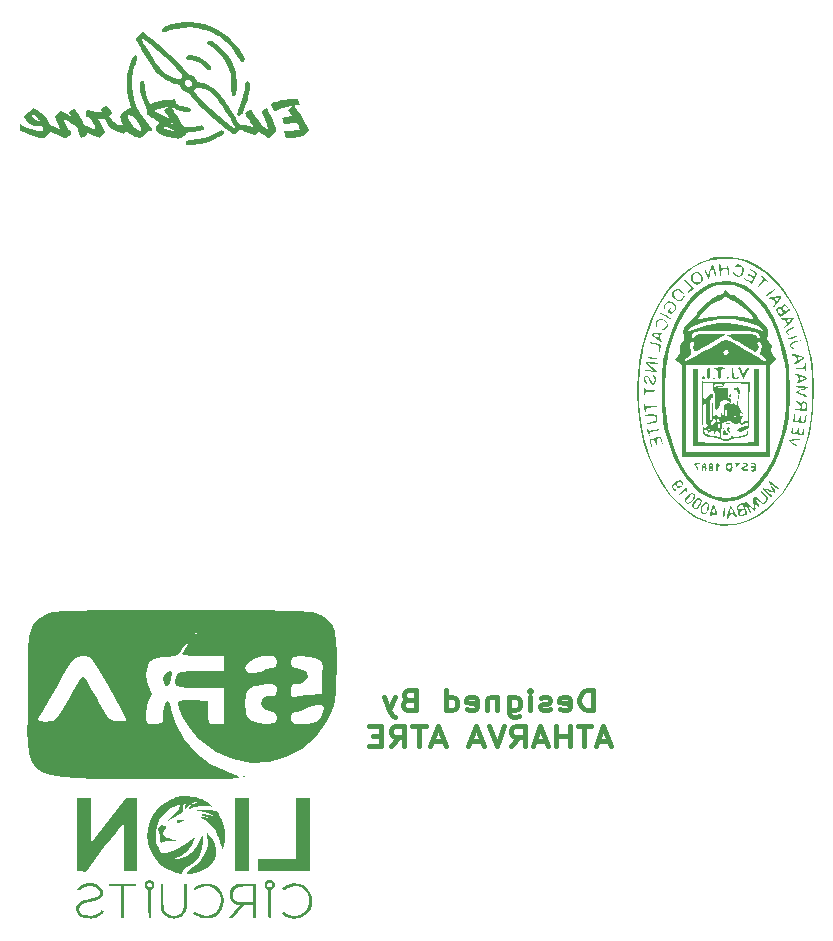
<source format=gbr>
%TF.GenerationSoftware,KiCad,Pcbnew,8.0.2*%
%TF.CreationDate,2024-06-04T14:33:09+05:30*%
%TF.ProjectId,evoborne,65766f62-6f72-46e6-952e-6b696361645f,rev?*%
%TF.SameCoordinates,Original*%
%TF.FileFunction,Legend,Bot*%
%TF.FilePolarity,Positive*%
%FSLAX46Y46*%
G04 Gerber Fmt 4.6, Leading zero omitted, Abs format (unit mm)*
G04 Created by KiCad (PCBNEW 8.0.2) date 2024-06-04 14:33:09*
%MOMM*%
%LPD*%
G01*
G04 APERTURE LIST*
%ADD10C,0.400000*%
%ADD11C,0.000000*%
G04 APERTURE END LIST*
D10*
X110258652Y-130067034D02*
X110258652Y-128317034D01*
X110258652Y-128317034D02*
X109782462Y-128317034D01*
X109782462Y-128317034D02*
X109496747Y-128400367D01*
X109496747Y-128400367D02*
X109306271Y-128567034D01*
X109306271Y-128567034D02*
X109211033Y-128733701D01*
X109211033Y-128733701D02*
X109115795Y-129067034D01*
X109115795Y-129067034D02*
X109115795Y-129317034D01*
X109115795Y-129317034D02*
X109211033Y-129650367D01*
X109211033Y-129650367D02*
X109306271Y-129817034D01*
X109306271Y-129817034D02*
X109496747Y-129983701D01*
X109496747Y-129983701D02*
X109782462Y-130067034D01*
X109782462Y-130067034D02*
X110258652Y-130067034D01*
X107496747Y-129983701D02*
X107687223Y-130067034D01*
X107687223Y-130067034D02*
X108068176Y-130067034D01*
X108068176Y-130067034D02*
X108258652Y-129983701D01*
X108258652Y-129983701D02*
X108353890Y-129817034D01*
X108353890Y-129817034D02*
X108353890Y-129150367D01*
X108353890Y-129150367D02*
X108258652Y-128983701D01*
X108258652Y-128983701D02*
X108068176Y-128900367D01*
X108068176Y-128900367D02*
X107687223Y-128900367D01*
X107687223Y-128900367D02*
X107496747Y-128983701D01*
X107496747Y-128983701D02*
X107401509Y-129150367D01*
X107401509Y-129150367D02*
X107401509Y-129317034D01*
X107401509Y-129317034D02*
X108353890Y-129483701D01*
X106639604Y-129983701D02*
X106449128Y-130067034D01*
X106449128Y-130067034D02*
X106068176Y-130067034D01*
X106068176Y-130067034D02*
X105877699Y-129983701D01*
X105877699Y-129983701D02*
X105782461Y-129817034D01*
X105782461Y-129817034D02*
X105782461Y-129733701D01*
X105782461Y-129733701D02*
X105877699Y-129567034D01*
X105877699Y-129567034D02*
X106068176Y-129483701D01*
X106068176Y-129483701D02*
X106353890Y-129483701D01*
X106353890Y-129483701D02*
X106544366Y-129400367D01*
X106544366Y-129400367D02*
X106639604Y-129233701D01*
X106639604Y-129233701D02*
X106639604Y-129150367D01*
X106639604Y-129150367D02*
X106544366Y-128983701D01*
X106544366Y-128983701D02*
X106353890Y-128900367D01*
X106353890Y-128900367D02*
X106068176Y-128900367D01*
X106068176Y-128900367D02*
X105877699Y-128983701D01*
X104925318Y-130067034D02*
X104925318Y-128900367D01*
X104925318Y-128317034D02*
X105020556Y-128400367D01*
X105020556Y-128400367D02*
X104925318Y-128483701D01*
X104925318Y-128483701D02*
X104830080Y-128400367D01*
X104830080Y-128400367D02*
X104925318Y-128317034D01*
X104925318Y-128317034D02*
X104925318Y-128483701D01*
X103115794Y-128900367D02*
X103115794Y-130317034D01*
X103115794Y-130317034D02*
X103211032Y-130483701D01*
X103211032Y-130483701D02*
X103306270Y-130567034D01*
X103306270Y-130567034D02*
X103496747Y-130650367D01*
X103496747Y-130650367D02*
X103782461Y-130650367D01*
X103782461Y-130650367D02*
X103972937Y-130567034D01*
X103115794Y-129983701D02*
X103306270Y-130067034D01*
X103306270Y-130067034D02*
X103687223Y-130067034D01*
X103687223Y-130067034D02*
X103877699Y-129983701D01*
X103877699Y-129983701D02*
X103972937Y-129900367D01*
X103972937Y-129900367D02*
X104068175Y-129733701D01*
X104068175Y-129733701D02*
X104068175Y-129233701D01*
X104068175Y-129233701D02*
X103972937Y-129067034D01*
X103972937Y-129067034D02*
X103877699Y-128983701D01*
X103877699Y-128983701D02*
X103687223Y-128900367D01*
X103687223Y-128900367D02*
X103306270Y-128900367D01*
X103306270Y-128900367D02*
X103115794Y-128983701D01*
X102163413Y-128900367D02*
X102163413Y-130067034D01*
X102163413Y-129067034D02*
X102068175Y-128983701D01*
X102068175Y-128983701D02*
X101877699Y-128900367D01*
X101877699Y-128900367D02*
X101591984Y-128900367D01*
X101591984Y-128900367D02*
X101401508Y-128983701D01*
X101401508Y-128983701D02*
X101306270Y-129150367D01*
X101306270Y-129150367D02*
X101306270Y-130067034D01*
X99591984Y-129983701D02*
X99782460Y-130067034D01*
X99782460Y-130067034D02*
X100163413Y-130067034D01*
X100163413Y-130067034D02*
X100353889Y-129983701D01*
X100353889Y-129983701D02*
X100449127Y-129817034D01*
X100449127Y-129817034D02*
X100449127Y-129150367D01*
X100449127Y-129150367D02*
X100353889Y-128983701D01*
X100353889Y-128983701D02*
X100163413Y-128900367D01*
X100163413Y-128900367D02*
X99782460Y-128900367D01*
X99782460Y-128900367D02*
X99591984Y-128983701D01*
X99591984Y-128983701D02*
X99496746Y-129150367D01*
X99496746Y-129150367D02*
X99496746Y-129317034D01*
X99496746Y-129317034D02*
X100449127Y-129483701D01*
X97782460Y-130067034D02*
X97782460Y-128317034D01*
X97782460Y-129983701D02*
X97972936Y-130067034D01*
X97972936Y-130067034D02*
X98353889Y-130067034D01*
X98353889Y-130067034D02*
X98544365Y-129983701D01*
X98544365Y-129983701D02*
X98639603Y-129900367D01*
X98639603Y-129900367D02*
X98734841Y-129733701D01*
X98734841Y-129733701D02*
X98734841Y-129233701D01*
X98734841Y-129233701D02*
X98639603Y-129067034D01*
X98639603Y-129067034D02*
X98544365Y-128983701D01*
X98544365Y-128983701D02*
X98353889Y-128900367D01*
X98353889Y-128900367D02*
X97972936Y-128900367D01*
X97972936Y-128900367D02*
X97782460Y-128983701D01*
X94639602Y-129150367D02*
X94353888Y-129233701D01*
X94353888Y-129233701D02*
X94258650Y-129317034D01*
X94258650Y-129317034D02*
X94163412Y-129483701D01*
X94163412Y-129483701D02*
X94163412Y-129733701D01*
X94163412Y-129733701D02*
X94258650Y-129900367D01*
X94258650Y-129900367D02*
X94353888Y-129983701D01*
X94353888Y-129983701D02*
X94544364Y-130067034D01*
X94544364Y-130067034D02*
X95306269Y-130067034D01*
X95306269Y-130067034D02*
X95306269Y-128317034D01*
X95306269Y-128317034D02*
X94639602Y-128317034D01*
X94639602Y-128317034D02*
X94449126Y-128400367D01*
X94449126Y-128400367D02*
X94353888Y-128483701D01*
X94353888Y-128483701D02*
X94258650Y-128650367D01*
X94258650Y-128650367D02*
X94258650Y-128817034D01*
X94258650Y-128817034D02*
X94353888Y-128983701D01*
X94353888Y-128983701D02*
X94449126Y-129067034D01*
X94449126Y-129067034D02*
X94639602Y-129150367D01*
X94639602Y-129150367D02*
X95306269Y-129150367D01*
X93496745Y-128900367D02*
X93020555Y-130067034D01*
X92544364Y-128900367D02*
X93020555Y-130067034D01*
X93020555Y-130067034D02*
X93211031Y-130483701D01*
X93211031Y-130483701D02*
X93306269Y-130567034D01*
X93306269Y-130567034D02*
X93496745Y-130650367D01*
X111623890Y-132615034D02*
X110671509Y-132615034D01*
X111814366Y-133115034D02*
X111147700Y-131365034D01*
X111147700Y-131365034D02*
X110481033Y-133115034D01*
X110100080Y-131365034D02*
X108957223Y-131365034D01*
X109528652Y-133115034D02*
X109528652Y-131365034D01*
X108290556Y-133115034D02*
X108290556Y-131365034D01*
X108290556Y-132198367D02*
X107147699Y-132198367D01*
X107147699Y-133115034D02*
X107147699Y-131365034D01*
X106290556Y-132615034D02*
X105338175Y-132615034D01*
X106481032Y-133115034D02*
X105814366Y-131365034D01*
X105814366Y-131365034D02*
X105147699Y-133115034D01*
X103338175Y-133115034D02*
X104004842Y-132281701D01*
X104481032Y-133115034D02*
X104481032Y-131365034D01*
X104481032Y-131365034D02*
X103719127Y-131365034D01*
X103719127Y-131365034D02*
X103528651Y-131448367D01*
X103528651Y-131448367D02*
X103433413Y-131531701D01*
X103433413Y-131531701D02*
X103338175Y-131698367D01*
X103338175Y-131698367D02*
X103338175Y-131948367D01*
X103338175Y-131948367D02*
X103433413Y-132115034D01*
X103433413Y-132115034D02*
X103528651Y-132198367D01*
X103528651Y-132198367D02*
X103719127Y-132281701D01*
X103719127Y-132281701D02*
X104481032Y-132281701D01*
X102766746Y-131365034D02*
X102100080Y-133115034D01*
X102100080Y-133115034D02*
X101433413Y-131365034D01*
X100861984Y-132615034D02*
X99909603Y-132615034D01*
X101052460Y-133115034D02*
X100385794Y-131365034D01*
X100385794Y-131365034D02*
X99719127Y-133115034D01*
X97623888Y-132615034D02*
X96671507Y-132615034D01*
X97814364Y-133115034D02*
X97147698Y-131365034D01*
X97147698Y-131365034D02*
X96481031Y-133115034D01*
X96100078Y-131365034D02*
X94957221Y-131365034D01*
X95528650Y-133115034D02*
X95528650Y-131365034D01*
X93147697Y-133115034D02*
X93814364Y-132281701D01*
X94290554Y-133115034D02*
X94290554Y-131365034D01*
X94290554Y-131365034D02*
X93528649Y-131365034D01*
X93528649Y-131365034D02*
X93338173Y-131448367D01*
X93338173Y-131448367D02*
X93242935Y-131531701D01*
X93242935Y-131531701D02*
X93147697Y-131698367D01*
X93147697Y-131698367D02*
X93147697Y-131948367D01*
X93147697Y-131948367D02*
X93242935Y-132115034D01*
X93242935Y-132115034D02*
X93338173Y-132198367D01*
X93338173Y-132198367D02*
X93528649Y-132281701D01*
X93528649Y-132281701D02*
X94290554Y-132281701D01*
X92290554Y-132198367D02*
X91623887Y-132198367D01*
X91338173Y-133115034D02*
X92290554Y-133115034D01*
X92290554Y-133115034D02*
X92290554Y-131365034D01*
X92290554Y-131365034D02*
X91338173Y-131365034D01*
D11*
%TO.C,G\u002A\u002A\u002A*%
G36*
X81118182Y-140595000D02*
G01*
X81118182Y-143693030D01*
X80540909Y-143693030D01*
X79963636Y-143693030D01*
X79963636Y-140595000D01*
X79963636Y-137496970D01*
X80540909Y-137496970D01*
X81118182Y-137496970D01*
X81118182Y-140595000D01*
G37*
G36*
X86275151Y-140593998D02*
G01*
X86275151Y-143693030D01*
X84100757Y-143693030D01*
X81926364Y-143693030D01*
X81926364Y-143154242D01*
X81926364Y-142615455D01*
X83503968Y-142615455D01*
X85081572Y-142615455D01*
X85091468Y-140065833D01*
X85101364Y-137516212D01*
X85688257Y-137505589D01*
X86275151Y-137494965D01*
X86275151Y-140593998D01*
G37*
G36*
X70429015Y-144741178D02*
G01*
X71593182Y-144751364D01*
X71605359Y-144857197D01*
X71617537Y-144963030D01*
X71095435Y-144963030D01*
X70573333Y-144963030D01*
X70573333Y-146310000D01*
X70573333Y-147656970D01*
X70438636Y-147656970D01*
X70303939Y-147656970D01*
X70303939Y-146310000D01*
X70303939Y-144963030D01*
X69784394Y-144963030D01*
X69264848Y-144963030D01*
X69264848Y-144847011D01*
X69264848Y-144730993D01*
X70429015Y-144741178D01*
G37*
G36*
X75278106Y-139331793D02*
G01*
X75391169Y-139345133D01*
X75524855Y-139365075D01*
X75614848Y-139383467D01*
X75645174Y-139392565D01*
X75670946Y-139408937D01*
X75637861Y-139427647D01*
X75537879Y-139456306D01*
X75494558Y-139468037D01*
X75366187Y-139504882D01*
X75268485Y-139535701D01*
X75179408Y-139563152D01*
X75091597Y-139570521D01*
X75048827Y-139531666D01*
X75037576Y-139441045D01*
X75037576Y-139306938D01*
X75278106Y-139331793D01*
G37*
G36*
X67773198Y-139377932D02*
G01*
X67783182Y-141258894D01*
X69264848Y-139379682D01*
X70746515Y-137500471D01*
X71217954Y-137498720D01*
X71689394Y-137496970D01*
X71689394Y-140595000D01*
X71689394Y-143693030D01*
X71112121Y-143693030D01*
X70534848Y-143693030D01*
X70534848Y-141653333D01*
X70534735Y-141472367D01*
X70533740Y-141094581D01*
X70531803Y-140744293D01*
X70529022Y-140428571D01*
X70525499Y-140154482D01*
X70521334Y-139929093D01*
X70516626Y-139759472D01*
X70511477Y-139652685D01*
X70505985Y-139615800D01*
X70496992Y-139624249D01*
X70446027Y-139684201D01*
X70354004Y-139797479D01*
X70224849Y-139959101D01*
X70062491Y-140164086D01*
X69870857Y-140407453D01*
X69653874Y-140684221D01*
X69415470Y-140989408D01*
X69159574Y-141318035D01*
X68890112Y-141665118D01*
X67303102Y-143712273D01*
X66937006Y-143700011D01*
X66570909Y-143687749D01*
X66570909Y-140592359D01*
X66570909Y-137496970D01*
X67167061Y-137496970D01*
X67763214Y-137496970D01*
X67773198Y-139377932D01*
G37*
G36*
X73977091Y-139820112D02*
G01*
X74079866Y-139865757D01*
X74113939Y-139943427D01*
X74095433Y-139987971D01*
X74039641Y-140075175D01*
X73959587Y-140182289D01*
X73905803Y-140253506D01*
X73842846Y-140369592D01*
X73839523Y-140468344D01*
X73898100Y-140568497D01*
X74020844Y-140688787D01*
X74113694Y-140763508D01*
X74229209Y-140835048D01*
X74368244Y-140896101D01*
X74548303Y-140954159D01*
X74786887Y-141016716D01*
X75132714Y-141101762D01*
X74499518Y-141127865D01*
X74415041Y-141131472D01*
X74190912Y-141143039D01*
X74030712Y-141155553D01*
X73924500Y-141170258D01*
X73862336Y-141188401D01*
X73834279Y-141211227D01*
X73806483Y-141241282D01*
X73728987Y-141268485D01*
X73726358Y-141268434D01*
X73662660Y-141228869D01*
X73615277Y-141119197D01*
X73585651Y-140944648D01*
X73575222Y-140710455D01*
X73569567Y-140557536D01*
X73545525Y-140421391D01*
X73498038Y-140315055D01*
X73432109Y-140155999D01*
X73435035Y-140015423D01*
X73503444Y-139904676D01*
X73632122Y-139832106D01*
X73815857Y-139806061D01*
X73977091Y-139820112D01*
G37*
G36*
X77631949Y-140435279D02*
G01*
X77695857Y-140498277D01*
X77780033Y-140605532D01*
X77876359Y-140744706D01*
X77976713Y-140903460D01*
X78072976Y-141069453D01*
X78157028Y-141230347D01*
X78220748Y-141373801D01*
X78238275Y-141419891D01*
X78281137Y-141552223D01*
X78307128Y-141682077D01*
X78320387Y-141835891D01*
X78325051Y-142040107D01*
X78325533Y-142123072D01*
X78323623Y-142283248D01*
X78313360Y-142400663D01*
X78289808Y-142499628D01*
X78248033Y-142604450D01*
X78183101Y-142739439D01*
X78088527Y-142903870D01*
X77868142Y-143173425D01*
X77587695Y-143409509D01*
X77255300Y-143606807D01*
X76879070Y-143760003D01*
X76467117Y-143863782D01*
X76457164Y-143865570D01*
X76292263Y-143892075D01*
X76138708Y-143911762D01*
X76028560Y-143920486D01*
X75939245Y-143917650D01*
X75894363Y-143893640D01*
X75884242Y-143835277D01*
X75884482Y-143827939D01*
X75919766Y-143737037D01*
X76017066Y-143626188D01*
X76179492Y-143492417D01*
X76410158Y-143332751D01*
X76483784Y-143281266D01*
X76648665Y-143150298D01*
X76822048Y-142996556D01*
X76976706Y-142843550D01*
X77112636Y-142689211D01*
X77356977Y-142338078D01*
X77528248Y-141966738D01*
X77627500Y-141571647D01*
X77655785Y-141149260D01*
X77614156Y-140696033D01*
X77597911Y-140574990D01*
X77591463Y-140474528D01*
X77597837Y-140427214D01*
X77631949Y-140435279D01*
G37*
G36*
X83311800Y-144837181D02*
G01*
X83301811Y-144957257D01*
X83262345Y-145046821D01*
X83177121Y-145143909D01*
X83042424Y-145278606D01*
X83042424Y-146421606D01*
X83042299Y-146561624D01*
X83040626Y-146891786D01*
X83036835Y-147152508D01*
X83030715Y-147349281D01*
X83022052Y-147487592D01*
X83010632Y-147572931D01*
X82996242Y-147610788D01*
X82931700Y-147649359D01*
X82850316Y-147648109D01*
X82796390Y-147596095D01*
X82794567Y-147587867D01*
X82788804Y-147513965D01*
X82783648Y-147376264D01*
X82779297Y-147184892D01*
X82775946Y-146949973D01*
X82773792Y-146681633D01*
X82773030Y-146390000D01*
X82773030Y-145244779D01*
X82676525Y-145200808D01*
X82624262Y-145168176D01*
X82533876Y-145056961D01*
X82482024Y-144911251D01*
X82481931Y-144901122D01*
X82695993Y-144901122D01*
X82742242Y-144993818D01*
X82792406Y-145026889D01*
X82897008Y-145038644D01*
X83003464Y-145003368D01*
X83086139Y-144931861D01*
X83119394Y-144834924D01*
X83115177Y-144806547D01*
X83064757Y-144719689D01*
X82980370Y-144647080D01*
X82891234Y-144616667D01*
X82833920Y-144628031D01*
X82751945Y-144692630D01*
X82702598Y-144792193D01*
X82695993Y-144901122D01*
X82481931Y-144901122D01*
X82480616Y-144757965D01*
X82516727Y-144651846D01*
X82615394Y-144527882D01*
X82751495Y-144448693D01*
X82906521Y-144419974D01*
X83061966Y-144447423D01*
X83199324Y-144536737D01*
X83259882Y-144606237D01*
X83301320Y-144699475D01*
X83311818Y-144829221D01*
X83311805Y-144834924D01*
X83311800Y-144837181D01*
G37*
G36*
X73116193Y-144982142D02*
G01*
X73044794Y-145115034D01*
X72940444Y-145200808D01*
X72843939Y-145244779D01*
X72843939Y-146425218D01*
X72843785Y-146550727D01*
X72842244Y-146835592D01*
X72839221Y-147091448D01*
X72834935Y-147308702D01*
X72829602Y-147477762D01*
X72823437Y-147589038D01*
X72816659Y-147632937D01*
X72787297Y-147646397D01*
X72710826Y-147648972D01*
X72703073Y-147647724D01*
X72682377Y-147640248D01*
X72666038Y-147620975D01*
X72653441Y-147581760D01*
X72643974Y-147514456D01*
X72637022Y-147410917D01*
X72631971Y-147262997D01*
X72628207Y-147062548D01*
X72625116Y-146801424D01*
X72622084Y-146471479D01*
X72611895Y-145305231D01*
X72458523Y-145159332D01*
X72411013Y-145112858D01*
X72342132Y-145029021D01*
X72311879Y-144945945D01*
X72307918Y-144878471D01*
X72502906Y-144878471D01*
X72558052Y-144979524D01*
X72576760Y-144995173D01*
X72676318Y-145033431D01*
X72788542Y-145033562D01*
X72874727Y-144993818D01*
X72888748Y-144976449D01*
X72918156Y-144879946D01*
X72908135Y-144767275D01*
X72860433Y-144677143D01*
X72791652Y-144631029D01*
X72682657Y-144626423D01*
X72574545Y-144693636D01*
X72520161Y-144768215D01*
X72502906Y-144878471D01*
X72307918Y-144878471D01*
X72305151Y-144831332D01*
X72311144Y-144724262D01*
X72343672Y-144627027D01*
X72417646Y-144536737D01*
X72507485Y-144469387D01*
X72659082Y-144422458D01*
X72816274Y-144433548D01*
X72960555Y-144496960D01*
X73073417Y-144606998D01*
X73136353Y-144757965D01*
X73142731Y-144829056D01*
X73133909Y-144879946D01*
X73116193Y-144982142D01*
G37*
G36*
X85262382Y-144730530D02*
G01*
X85364603Y-144751092D01*
X85685702Y-144859288D01*
X85955468Y-145024835D01*
X86173901Y-145247734D01*
X86340998Y-145527984D01*
X86376143Y-145612773D01*
X86454889Y-145916978D01*
X86477554Y-146242941D01*
X86443909Y-146566700D01*
X86353725Y-146864289D01*
X86293319Y-146983861D01*
X86118311Y-147216442D01*
X85890734Y-147413732D01*
X85625691Y-147563965D01*
X85338283Y-147655376D01*
X85260812Y-147668887D01*
X84922998Y-147686018D01*
X84598752Y-147636476D01*
X84300454Y-147523183D01*
X84040483Y-147349062D01*
X83908333Y-147235405D01*
X84002158Y-147161550D01*
X84046584Y-147128057D01*
X84094323Y-147110141D01*
X84147370Y-147131906D01*
X84233067Y-147197625D01*
X84335690Y-147270381D01*
X84591373Y-147388690D01*
X84869619Y-147445108D01*
X85155875Y-147440710D01*
X85435591Y-147376568D01*
X85694215Y-147253757D01*
X85917195Y-147073351D01*
X86050605Y-146907521D01*
X86147235Y-146711071D01*
X86200700Y-146479240D01*
X86216964Y-146194546D01*
X86216488Y-146142749D01*
X86194730Y-145870549D01*
X86135665Y-145648036D01*
X86032500Y-145456835D01*
X85878445Y-145278568D01*
X85765970Y-145178962D01*
X85551628Y-145046727D01*
X85310433Y-144972780D01*
X85024394Y-144950206D01*
X84945496Y-144951685D01*
X84668667Y-144983924D01*
X84436798Y-145062141D01*
X84233067Y-145191466D01*
X84169103Y-145241750D01*
X84108838Y-145276643D01*
X84062304Y-145270547D01*
X84002158Y-145227761D01*
X83908333Y-145154127D01*
X84023788Y-145055037D01*
X84093672Y-144999721D01*
X84352731Y-144851905D01*
X84648016Y-144754061D01*
X84958307Y-144711750D01*
X85262382Y-144730530D01*
G37*
G36*
X77653254Y-144724147D02*
G01*
X77923017Y-144756517D01*
X78150862Y-144830055D01*
X78357166Y-144952813D01*
X78562307Y-145132844D01*
X78671763Y-145252128D01*
X78834748Y-145494340D01*
X78938234Y-145764603D01*
X78990224Y-146080643D01*
X78996458Y-146209818D01*
X78966049Y-146548056D01*
X78869206Y-146854982D01*
X78710289Y-147124316D01*
X78493659Y-147349781D01*
X78223675Y-147525097D01*
X77904697Y-147643986D01*
X77682096Y-147679467D01*
X77383431Y-147673327D01*
X77082322Y-147616005D01*
X76802138Y-147512335D01*
X76566251Y-147367151D01*
X76425697Y-147255001D01*
X76506313Y-147169189D01*
X76586930Y-147083377D01*
X76709144Y-147176594D01*
X76737611Y-147197840D01*
X76974654Y-147336931D01*
X77229751Y-147415548D01*
X77524566Y-147440708D01*
X77531561Y-147440721D01*
X77701495Y-147436841D01*
X77829057Y-147419772D01*
X77947493Y-147382236D01*
X78090048Y-147316960D01*
X78244813Y-147227650D01*
X78461364Y-147037830D01*
X78616414Y-146801962D01*
X78709606Y-146520662D01*
X78740582Y-146194546D01*
X78729193Y-145989151D01*
X78661847Y-145691344D01*
X78533512Y-145440048D01*
X78343587Y-145234224D01*
X78091468Y-145072830D01*
X77948203Y-145007349D01*
X77828211Y-144969492D01*
X77698356Y-144952012D01*
X77525187Y-144947506D01*
X77469196Y-144948105D01*
X77188785Y-144979928D01*
X76943151Y-145065610D01*
X76708742Y-145212804D01*
X76586125Y-145306328D01*
X76514199Y-145226649D01*
X76477889Y-145182504D01*
X76470275Y-145142896D01*
X76505831Y-145094668D01*
X76592256Y-145017161D01*
X76690996Y-144940088D01*
X76924970Y-144815060D01*
X77197327Y-144743245D01*
X77519848Y-144720881D01*
X77653254Y-144724147D01*
G37*
G36*
X73889898Y-145780833D02*
G01*
X73891737Y-145932293D01*
X73895771Y-146214058D01*
X73900429Y-146433175D01*
X73906490Y-146599485D01*
X73914734Y-146722834D01*
X73925939Y-146813065D01*
X73940885Y-146880021D01*
X73960352Y-146933546D01*
X73985118Y-146983485D01*
X74099689Y-147155975D01*
X74242808Y-147284555D01*
X74438487Y-147390402D01*
X74633610Y-147446935D01*
X74869772Y-147449486D01*
X75099416Y-147389008D01*
X75304891Y-147270495D01*
X75468549Y-147098939D01*
X75510228Y-147033055D01*
X75555541Y-146937109D01*
X75590524Y-146822601D01*
X75616400Y-146679807D01*
X75634395Y-146499001D01*
X75645733Y-146270458D01*
X75651637Y-145984454D01*
X75653333Y-145631262D01*
X75653333Y-144732121D01*
X75770986Y-144732121D01*
X75888639Y-144732121D01*
X75876819Y-145819318D01*
X75873436Y-146114953D01*
X75869658Y-146371163D01*
X75865003Y-146569127D01*
X75858675Y-146718594D01*
X75849883Y-146829313D01*
X75837830Y-146911034D01*
X75821724Y-146973506D01*
X75800770Y-147026477D01*
X75774175Y-147079697D01*
X75747442Y-147128391D01*
X75571687Y-147364775D01*
X75349374Y-147540570D01*
X75076060Y-147659466D01*
X74990936Y-147678212D01*
X74797392Y-147690705D01*
X74584171Y-147675749D01*
X74384627Y-147634546D01*
X74270917Y-147592347D01*
X74128574Y-147506164D01*
X73976732Y-147370843D01*
X73939907Y-147333544D01*
X73858795Y-147244430D01*
X73794498Y-147156161D01*
X73745074Y-147059011D01*
X73708581Y-146943254D01*
X73683078Y-146799166D01*
X73666622Y-146617020D01*
X73657271Y-146387092D01*
X73653085Y-146099655D01*
X73652121Y-145744985D01*
X73652121Y-144732121D01*
X73764822Y-144732121D01*
X73877523Y-144732121D01*
X73889898Y-145780833D01*
G37*
G36*
X81733939Y-146194546D02*
G01*
X81733939Y-147656970D01*
X81599242Y-147656970D01*
X81464545Y-147656970D01*
X81464545Y-147118182D01*
X81464545Y-146579394D01*
X81081277Y-146579394D01*
X80698008Y-146579394D01*
X80206977Y-147118182D01*
X80119444Y-147214165D01*
X79969693Y-147377000D01*
X79858074Y-147494043D01*
X79775351Y-147572855D01*
X79712290Y-147620994D01*
X79659653Y-147646020D01*
X79608207Y-147655492D01*
X79548714Y-147656970D01*
X79381482Y-147656970D01*
X79884902Y-147108561D01*
X80388322Y-146560152D01*
X80243328Y-146534490D01*
X79988092Y-146460802D01*
X79778074Y-146333822D01*
X79626453Y-146156902D01*
X79534294Y-145931304D01*
X79512137Y-145740056D01*
X79770270Y-145740056D01*
X79816414Y-145930175D01*
X79914114Y-146096492D01*
X80063855Y-146222776D01*
X80085306Y-146234795D01*
X80146534Y-146263848D01*
X80214911Y-146284173D01*
X80304399Y-146297327D01*
X80428963Y-146304872D01*
X80602564Y-146308365D01*
X80839167Y-146309367D01*
X81464545Y-146310000D01*
X81464545Y-145633134D01*
X81464545Y-144956268D01*
X80858409Y-144969270D01*
X80677723Y-144973749D01*
X80486503Y-144981361D01*
X80347350Y-144992288D01*
X80245868Y-145008298D01*
X80167661Y-145031161D01*
X80098333Y-145062645D01*
X80091614Y-145066210D01*
X79936355Y-145189213D01*
X79830723Y-145353343D01*
X79775200Y-145542368D01*
X79770270Y-145740056D01*
X79512137Y-145740056D01*
X79502663Y-145658287D01*
X79502661Y-145649889D01*
X79534912Y-145381742D01*
X79631040Y-145155083D01*
X79792526Y-144966374D01*
X79860552Y-144911911D01*
X79967846Y-144847979D01*
X80094922Y-144800513D01*
X80253175Y-144767353D01*
X80454001Y-144746340D01*
X80708795Y-144735316D01*
X81028955Y-144732121D01*
X81733939Y-144732121D01*
X81733939Y-145633134D01*
X81733939Y-146194546D01*
G37*
G36*
X67908415Y-144717344D02*
G01*
X68158783Y-144772352D01*
X68382336Y-144864017D01*
X68565128Y-144991724D01*
X68693215Y-145154854D01*
X68744543Y-145304575D01*
X68764545Y-145505148D01*
X68750395Y-145670612D01*
X68702244Y-145811169D01*
X68612937Y-145928755D01*
X68475321Y-146028530D01*
X68282244Y-146115657D01*
X68026555Y-146195297D01*
X67701100Y-146272613D01*
X67527581Y-146312118D01*
X67251591Y-146389368D01*
X67043672Y-146472526D01*
X66897982Y-146565864D01*
X66808681Y-146673657D01*
X66769929Y-146800180D01*
X66775884Y-146949706D01*
X66834830Y-147132351D01*
X66948491Y-147272369D01*
X67119819Y-147369736D01*
X67352066Y-147426293D01*
X67648485Y-147443883D01*
X67728162Y-147443220D01*
X67888211Y-147437071D01*
X68005513Y-147420914D01*
X68104594Y-147390236D01*
X68209979Y-147340521D01*
X68281269Y-147299111D01*
X68420768Y-147198639D01*
X68530979Y-147096086D01*
X68588412Y-147032426D01*
X68646598Y-146984090D01*
X68698199Y-146978781D01*
X68768487Y-147007024D01*
X68880884Y-147060455D01*
X68779451Y-147202850D01*
X68672430Y-147327675D01*
X68447914Y-147495887D01*
X68161197Y-147622160D01*
X68087591Y-147644490D01*
X67944944Y-147673602D01*
X67782258Y-147685283D01*
X67571515Y-147682396D01*
X67253761Y-147649998D01*
X66987887Y-147575345D01*
X66783394Y-147457687D01*
X66638278Y-147295860D01*
X66550540Y-147088699D01*
X66528944Y-146981413D01*
X66528881Y-146745766D01*
X66597092Y-146535768D01*
X66731461Y-146359943D01*
X66758637Y-146336044D01*
X66851695Y-146272665D01*
X66974513Y-146215369D01*
X67138717Y-146160034D01*
X67355933Y-146102542D01*
X67637788Y-146038772D01*
X67666992Y-146032419D01*
X67870467Y-145983843D01*
X68057195Y-145932413D01*
X68207554Y-145883884D01*
X68301925Y-145844009D01*
X68417679Y-145755816D01*
X68505669Y-145617620D01*
X68526655Y-145463196D01*
X68479374Y-145306745D01*
X68362563Y-145162468D01*
X68258743Y-145083479D01*
X68089702Y-145002400D01*
X67885169Y-144958630D01*
X67626764Y-144946782D01*
X67502339Y-144952080D01*
X67241880Y-144997359D01*
X67032885Y-145086440D01*
X66883020Y-145216542D01*
X66812428Y-145290290D01*
X66748973Y-145302355D01*
X66666581Y-145256030D01*
X66639532Y-145235124D01*
X66617351Y-145200515D01*
X66635375Y-145152094D01*
X66697390Y-145066593D01*
X66742398Y-145013751D01*
X66917676Y-144876221D01*
X67135861Y-144778432D01*
X67383009Y-144719767D01*
X67645175Y-144699610D01*
X67908415Y-144717344D01*
G37*
G36*
X78726010Y-139069218D02*
G01*
X78790806Y-139209546D01*
X78855635Y-139349945D01*
X78965118Y-139637341D01*
X79042473Y-139904434D01*
X79044408Y-139912882D01*
X79101370Y-140290162D01*
X79113069Y-140698584D01*
X79080238Y-141108306D01*
X79003609Y-141489486D01*
X78986205Y-141550353D01*
X78944653Y-141677980D01*
X78909516Y-141762681D01*
X78886977Y-141788597D01*
X78881710Y-141783472D01*
X78856493Y-141723629D01*
X78834426Y-141625323D01*
X78806164Y-141483196D01*
X78723826Y-141195045D01*
X78609421Y-140886937D01*
X78471822Y-140578058D01*
X78319896Y-140287597D01*
X78162515Y-140034742D01*
X78008547Y-139838683D01*
X78000315Y-139829880D01*
X77871952Y-139707199D01*
X77713662Y-139575369D01*
X77542653Y-139446758D01*
X77376131Y-139333733D01*
X77231304Y-139248661D01*
X77138719Y-139209546D01*
X77885454Y-139209546D01*
X77904697Y-139228788D01*
X77923939Y-139209546D01*
X77904697Y-139190303D01*
X77885454Y-139209546D01*
X77138719Y-139209546D01*
X77125379Y-139203910D01*
X77071209Y-139181404D01*
X77038788Y-139142308D01*
X77065291Y-139129603D01*
X77150760Y-139121642D01*
X77276362Y-139120278D01*
X77422555Y-139124852D01*
X77569795Y-139134704D01*
X77698539Y-139149178D01*
X77789242Y-139167612D01*
X77801575Y-139171085D01*
X77806733Y-139165914D01*
X77750757Y-139135883D01*
X77659120Y-139100112D01*
X77519550Y-139056094D01*
X77517729Y-139055606D01*
X78270303Y-139055606D01*
X78289545Y-139074849D01*
X78308788Y-139055606D01*
X78289545Y-139036364D01*
X78270303Y-139055606D01*
X77517729Y-139055606D01*
X77365909Y-139014931D01*
X77207821Y-138973614D01*
X77102091Y-138936733D01*
X77068083Y-138907312D01*
X77103497Y-138883154D01*
X77206034Y-138862060D01*
X77236407Y-138858399D01*
X77412364Y-138857399D01*
X77625839Y-138879754D01*
X77848749Y-138921586D01*
X78053012Y-138979016D01*
X78135938Y-139005281D01*
X78209230Y-139019489D01*
X78215963Y-139004975D01*
X78157204Y-138965836D01*
X78034022Y-138906169D01*
X77802632Y-138813766D01*
X77396886Y-138686312D01*
X76933961Y-138576648D01*
X76838178Y-138556345D01*
X76694110Y-138522660D01*
X76590094Y-138494213D01*
X76543905Y-138475610D01*
X76543852Y-138471754D01*
X76588488Y-138464594D01*
X76688315Y-138464812D01*
X76827121Y-138472581D01*
X76884116Y-138476624D01*
X77059834Y-138487368D01*
X77280100Y-138499218D01*
X77522380Y-138510996D01*
X77764139Y-138521527D01*
X78393277Y-138547108D01*
X78509512Y-138705145D01*
X78588231Y-138822131D01*
X78718420Y-139055606D01*
X78726010Y-139069218D01*
G37*
G36*
X76955152Y-137524788D02*
G01*
X77035898Y-137554697D01*
X77143031Y-137594380D01*
X77388368Y-137709693D01*
X77627236Y-137845222D01*
X77836934Y-137987871D01*
X77994762Y-138124545D01*
X78123312Y-138258258D01*
X77860898Y-138185493D01*
X77707840Y-138150575D01*
X77344827Y-138117245D01*
X76961391Y-138142434D01*
X76575518Y-138224238D01*
X76205193Y-138360753D01*
X76155971Y-138382520D01*
X76050811Y-138418307D01*
X76007047Y-138408571D01*
X76022708Y-138351210D01*
X76095821Y-138244119D01*
X76156451Y-138171957D01*
X76365965Y-137999686D01*
X76633892Y-137874176D01*
X76708738Y-137847696D01*
X76770265Y-137821531D01*
X76768298Y-137809502D01*
X76708901Y-137806105D01*
X76552028Y-137825352D01*
X76337376Y-137905598D01*
X76122836Y-138038557D01*
X75924639Y-138213726D01*
X75759017Y-138420606D01*
X75695855Y-138516818D01*
X75693837Y-138398598D01*
X75695326Y-138350110D01*
X75737034Y-138152973D01*
X75826990Y-137947379D01*
X75953680Y-137761556D01*
X76025826Y-137675421D01*
X76056451Y-137633584D01*
X76040638Y-137638240D01*
X75980454Y-137683354D01*
X75842672Y-137805733D01*
X75673151Y-138021705D01*
X75567419Y-138255759D01*
X75531970Y-138496126D01*
X75533333Y-138672166D01*
X74911328Y-139056310D01*
X74907014Y-139058974D01*
X74709051Y-139179878D01*
X74531122Y-139286095D01*
X74384524Y-139371076D01*
X74280550Y-139428270D01*
X74230494Y-139451129D01*
X74230004Y-139451203D01*
X74238821Y-139428342D01*
X74295960Y-139360836D01*
X74393944Y-139256642D01*
X74525300Y-139123716D01*
X74682551Y-138970013D01*
X74812283Y-138844612D01*
X74961952Y-138696829D01*
X75069464Y-138584102D01*
X75143259Y-138496056D01*
X75191774Y-138422314D01*
X75223448Y-138352498D01*
X75246719Y-138276233D01*
X75254066Y-138248267D01*
X75276608Y-138147576D01*
X75271360Y-138092785D01*
X75227097Y-138078746D01*
X75132593Y-138100308D01*
X74976622Y-138152322D01*
X74922431Y-138171668D01*
X74536415Y-138353317D01*
X74191682Y-138592984D01*
X73892654Y-138882562D01*
X73643754Y-139213946D01*
X73449406Y-139579028D01*
X73314031Y-139969703D01*
X73242054Y-140377865D01*
X73237897Y-140795407D01*
X73305982Y-141214223D01*
X73307368Y-141219662D01*
X73383084Y-141466172D01*
X73480299Y-141710396D01*
X73588105Y-141927715D01*
X73695592Y-142093507D01*
X73741548Y-142143163D01*
X73794918Y-142172354D01*
X73867774Y-142178768D01*
X73973344Y-142161567D01*
X74124856Y-142119912D01*
X74335539Y-142052967D01*
X74419894Y-142024699D01*
X75034768Y-141773773D01*
X75635351Y-141449282D01*
X76216840Y-141053777D01*
X76328766Y-140970858D01*
X76445961Y-140887877D01*
X76528436Y-140834100D01*
X76563083Y-140818436D01*
X76564867Y-140829732D01*
X76551828Y-140895379D01*
X76520284Y-140996138D01*
X76494511Y-141065558D01*
X76307624Y-141442083D01*
X76054743Y-141789098D01*
X75742615Y-142099701D01*
X75377989Y-142366992D01*
X74967612Y-142584071D01*
X74710454Y-142697237D01*
X74929723Y-142675490D01*
X75139083Y-142637833D01*
X75387201Y-142565460D01*
X75639786Y-142468865D01*
X75867155Y-142358099D01*
X75937037Y-142316623D01*
X76208005Y-142112144D01*
X76469866Y-141849400D01*
X76710718Y-141543084D01*
X76918659Y-141207891D01*
X77081788Y-140858512D01*
X77098439Y-140816379D01*
X77162279Y-140670830D01*
X77209372Y-140592575D01*
X77237763Y-140585040D01*
X77246360Y-140613991D01*
X77257909Y-140710502D01*
X77265947Y-140852780D01*
X77269108Y-141021798D01*
X77262532Y-141236515D01*
X77199597Y-141679847D01*
X77069881Y-142085022D01*
X76873210Y-142452327D01*
X76609414Y-142782049D01*
X76278319Y-143074473D01*
X75879753Y-143329885D01*
X75846744Y-143348174D01*
X75688272Y-143446105D01*
X75584663Y-143536722D01*
X75520944Y-143636257D01*
X75482141Y-143760943D01*
X75473250Y-143795977D01*
X75445786Y-143851204D01*
X75396506Y-143878976D01*
X75312444Y-143880596D01*
X75180630Y-143857368D01*
X74988099Y-143810595D01*
X74590070Y-143675710D01*
X74178398Y-143465746D01*
X73792955Y-143197197D01*
X73445465Y-142879524D01*
X73147653Y-142522188D01*
X72911243Y-142134650D01*
X72905858Y-142123947D01*
X72709713Y-141651270D01*
X72587754Y-141167840D01*
X72540116Y-140679396D01*
X72566930Y-140191675D01*
X72668329Y-139710417D01*
X72844445Y-139241361D01*
X72990698Y-138957554D01*
X73270078Y-138542728D01*
X73601913Y-138184136D01*
X73986774Y-137881196D01*
X74425234Y-137633329D01*
X74526429Y-137587364D01*
X74620020Y-137554697D01*
X76153636Y-137554697D01*
X76172879Y-137573939D01*
X76192121Y-137554697D01*
X76172879Y-137535455D01*
X76153636Y-137554697D01*
X74620020Y-137554697D01*
X74694628Y-137528656D01*
X76230242Y-137528656D01*
X76260508Y-137522326D01*
X76346060Y-137477727D01*
X76349137Y-137475956D01*
X76402620Y-137437887D01*
X76401522Y-137421364D01*
X76359803Y-137432881D01*
X76286068Y-137476503D01*
X76260205Y-137496819D01*
X76230242Y-137528656D01*
X74694628Y-137528656D01*
X74980209Y-137428977D01*
X75446696Y-137343667D01*
X75929166Y-137331292D01*
X76430893Y-137391712D01*
X76612802Y-137437887D01*
X76955152Y-137524788D01*
G37*
G36*
X80830807Y-135616935D02*
G01*
X80728387Y-135719355D01*
X80625968Y-135616935D01*
X80728387Y-135514516D01*
X80830807Y-135616935D01*
G37*
G36*
X74627044Y-126937846D02*
G01*
X74562063Y-127477993D01*
X74401111Y-127921234D01*
X74150963Y-128000892D01*
X73994454Y-127872867D01*
X73875926Y-127482832D01*
X73940295Y-127050347D01*
X74182383Y-126777136D01*
X74188262Y-126774891D01*
X74512749Y-126722501D01*
X74627044Y-126937846D01*
G37*
G36*
X88526776Y-124145421D02*
G01*
X88580761Y-125204004D01*
X88571406Y-126370190D01*
X88569530Y-126604032D01*
X88542700Y-127592450D01*
X88500214Y-128494542D01*
X88433196Y-129156250D01*
X88327109Y-129670432D01*
X88275135Y-129819985D01*
X88167416Y-130129946D01*
X87939577Y-130627650D01*
X87748097Y-130994247D01*
X86801888Y-132307095D01*
X85630543Y-133323137D01*
X84290317Y-134032140D01*
X82837468Y-134423868D01*
X81328252Y-134488087D01*
X79818924Y-134214562D01*
X78365742Y-133593058D01*
X77024962Y-132613341D01*
X76638610Y-132213140D01*
X76072622Y-131482037D01*
X75580001Y-130693065D01*
X75231363Y-129963543D01*
X75097324Y-129410790D01*
X75097319Y-129409198D01*
X75219479Y-129259918D01*
X75625462Y-129195390D01*
X76375565Y-129205951D01*
X77655807Y-129266935D01*
X77655807Y-130240251D01*
X77661536Y-130702698D01*
X77724995Y-131058798D01*
X77920262Y-131192831D01*
X78321533Y-131213235D01*
X78987258Y-131212903D01*
X78987258Y-129676613D01*
X78987258Y-129485240D01*
X80830807Y-129485240D01*
X80830961Y-129550544D01*
X80869830Y-130216091D01*
X81007113Y-130619305D01*
X81286062Y-130894030D01*
X81387435Y-130954053D01*
X81950700Y-131138583D01*
X82617514Y-131212903D01*
X82771223Y-131212103D01*
X83247070Y-131172832D01*
X83450666Y-131028118D01*
X83493710Y-130714412D01*
X83493441Y-130700806D01*
X84722742Y-130700806D01*
X84724408Y-130802452D01*
X84793033Y-131073557D01*
X85045169Y-131184548D01*
X85593307Y-131199919D01*
X86116689Y-131174876D01*
X86827208Y-131025994D01*
X87242334Y-130714372D01*
X87426980Y-130204783D01*
X87460127Y-129819985D01*
X87332675Y-129614339D01*
X86925860Y-129574193D01*
X86451044Y-129653022D01*
X86024931Y-129881451D01*
X85739829Y-130066071D01*
X85220208Y-130188709D01*
X85140405Y-130190397D01*
X84808400Y-130309925D01*
X84722742Y-130700806D01*
X83493441Y-130700806D01*
X83492421Y-130649230D01*
X83364967Y-130292007D01*
X82951064Y-130151106D01*
X82596234Y-130062950D01*
X82208833Y-129778401D01*
X82115470Y-129405208D01*
X82367097Y-129040290D01*
X82701443Y-128870453D01*
X83135242Y-128828272D01*
X83197645Y-128841941D01*
X83430183Y-128767982D01*
X83493886Y-128377194D01*
X83492679Y-128351590D01*
X84722742Y-128351590D01*
X84722746Y-128358867D01*
X84723420Y-128377194D01*
X84737988Y-128773195D01*
X84773952Y-128925242D01*
X84930869Y-128896695D01*
X85396595Y-128839874D01*
X86054194Y-128771613D01*
X87283226Y-128652419D01*
X87343829Y-127268259D01*
X87354869Y-127004614D01*
X87363747Y-126370190D01*
X87306698Y-126007931D01*
X87152419Y-125813050D01*
X86869607Y-125680759D01*
X86812224Y-125660467D01*
X86210295Y-125530542D01*
X85528762Y-125477419D01*
X85481867Y-125477500D01*
X84982874Y-125511473D01*
X84768461Y-125657603D01*
X84722742Y-125989516D01*
X84804961Y-126372306D01*
X85115666Y-126501613D01*
X85461303Y-126526112D01*
X85976148Y-126733062D01*
X86156613Y-127130837D01*
X86146099Y-127224517D01*
X85901511Y-127602318D01*
X85465136Y-127849979D01*
X85013994Y-127855266D01*
X84971488Y-127841443D01*
X84779711Y-127924999D01*
X84722742Y-128351590D01*
X83492679Y-128351590D01*
X83481829Y-128121324D01*
X83374456Y-127928919D01*
X83067004Y-127862547D01*
X82455037Y-127871355D01*
X82326435Y-127876807D01*
X81555446Y-127973408D01*
X81101023Y-128222166D01*
X80885400Y-128700352D01*
X80830807Y-129485240D01*
X78987258Y-129485240D01*
X78987258Y-128140322D01*
X76938871Y-128140322D01*
X76921875Y-128140321D01*
X75993791Y-128133948D01*
X75400404Y-128105625D01*
X75067919Y-128041195D01*
X74922544Y-127926505D01*
X74890484Y-127747398D01*
X74891656Y-127615316D01*
X74938702Y-127196240D01*
X75107460Y-126930272D01*
X75469850Y-126782956D01*
X76097792Y-126719835D01*
X77063206Y-126706451D01*
X78987258Y-126706451D01*
X78987258Y-126513228D01*
X80830807Y-126513228D01*
X80850030Y-126675764D01*
X81044644Y-126862367D01*
X81535653Y-126911290D01*
X81598328Y-126910494D01*
X82094713Y-126844979D01*
X82367097Y-126706451D01*
X82559978Y-126577139D01*
X82993702Y-126501613D01*
X83076063Y-126499843D01*
X83408246Y-126380201D01*
X83493710Y-125989516D01*
X83492026Y-125889063D01*
X83422487Y-125616680D01*
X83168361Y-125501311D01*
X82617514Y-125477419D01*
X82266090Y-125496577D01*
X81525681Y-125687392D01*
X81018768Y-126042789D01*
X80830807Y-126513228D01*
X78987258Y-126513228D01*
X78987258Y-126091935D01*
X78987258Y-125477419D01*
X77246129Y-125477419D01*
X76925013Y-125474685D01*
X76198807Y-125445171D01*
X75694124Y-125390128D01*
X75505000Y-125318158D01*
X75604109Y-125063265D01*
X75853692Y-124652432D01*
X76048863Y-124360012D01*
X76073605Y-124264992D01*
X75861625Y-124420514D01*
X75660054Y-124625967D01*
X75404605Y-125061364D01*
X75251979Y-125273601D01*
X74855259Y-125428397D01*
X74136944Y-125523152D01*
X73791862Y-125559494D01*
X73091970Y-125723275D01*
X72708981Y-125996855D01*
X72571375Y-126265713D01*
X72446216Y-126946010D01*
X72495811Y-127676799D01*
X72719212Y-128249393D01*
X72788626Y-128348657D01*
X72901544Y-128680949D01*
X72719212Y-129051058D01*
X72662825Y-129148682D01*
X72498506Y-129684423D01*
X72432420Y-130336707D01*
X72435455Y-130673851D01*
X72461051Y-130837729D01*
X72494134Y-131049540D01*
X72700920Y-131191116D01*
X73149355Y-131212903D01*
X73328020Y-131211694D01*
X73699196Y-131157060D01*
X73842551Y-130932665D01*
X73866291Y-130418630D01*
X73869815Y-130290818D01*
X73965081Y-129735283D01*
X74149752Y-129389104D01*
X74312306Y-129302313D01*
X74454262Y-129443198D01*
X74570184Y-129927329D01*
X74943537Y-131179541D01*
X75677782Y-132512525D01*
X76675749Y-133687053D01*
X77865525Y-134620323D01*
X79175198Y-135229536D01*
X79769376Y-135434647D01*
X80238832Y-135639538D01*
X80419378Y-135779483D01*
X80403145Y-135789738D01*
X80097665Y-135822525D01*
X79438683Y-135849699D01*
X78469931Y-135870705D01*
X77235140Y-135884984D01*
X75778038Y-135891981D01*
X74142358Y-135891139D01*
X72371830Y-135881902D01*
X72364866Y-135881850D01*
X70084512Y-135870618D01*
X68179540Y-135857853D01*
X66616370Y-135819552D01*
X65361422Y-135731713D01*
X64381115Y-135570334D01*
X63641868Y-135311414D01*
X63110102Y-134930950D01*
X62752236Y-134404940D01*
X62534689Y-133709383D01*
X62423881Y-132820277D01*
X62386232Y-131713619D01*
X62387462Y-130854435D01*
X63274265Y-130854435D01*
X63275699Y-130888614D01*
X63507348Y-130973910D01*
X63989721Y-131008064D01*
X64249097Y-131004371D01*
X64539771Y-130956010D01*
X64786293Y-130800423D01*
X65049265Y-130474789D01*
X65389290Y-129916287D01*
X65866971Y-129062097D01*
X66237200Y-128408078D01*
X66635287Y-127740708D01*
X66930446Y-127287616D01*
X67077016Y-127122012D01*
X67171061Y-127220569D01*
X67430023Y-127614079D01*
X67799427Y-128237964D01*
X68233226Y-129016770D01*
X68455646Y-129425564D01*
X68855240Y-130132322D01*
X69152069Y-130573288D01*
X69408256Y-130815368D01*
X69685921Y-130925473D01*
X70047186Y-130970509D01*
X70207223Y-130979919D01*
X70633965Y-130950194D01*
X70764122Y-130837729D01*
X70740350Y-130785816D01*
X70554199Y-130428903D01*
X70219755Y-129810154D01*
X69774875Y-128999219D01*
X69257420Y-128065748D01*
X68951554Y-127517423D01*
X68470559Y-126670897D01*
X68118871Y-126100405D01*
X67850409Y-125751229D01*
X67619093Y-125568651D01*
X67378843Y-125497953D01*
X67083577Y-125484415D01*
X66901744Y-125484968D01*
X66646465Y-125519510D01*
X66417720Y-125642508D01*
X66169646Y-125907463D01*
X65856380Y-126367881D01*
X65432058Y-127077263D01*
X64850818Y-128089113D01*
X64618434Y-128495763D01*
X64111158Y-129384086D01*
X63692542Y-130118026D01*
X63400830Y-130630502D01*
X63274265Y-130854435D01*
X62387462Y-130854435D01*
X62388162Y-130365409D01*
X62396089Y-128751643D01*
X62398505Y-127442696D01*
X62415609Y-125971173D01*
X62458263Y-124823435D01*
X62537024Y-123949899D01*
X62617900Y-123531451D01*
X76529194Y-123531451D01*
X76631613Y-123633871D01*
X76734033Y-123531451D01*
X76631613Y-123429032D01*
X76529194Y-123531451D01*
X62617900Y-123531451D01*
X62662444Y-123300979D01*
X62845080Y-122827092D01*
X63095486Y-122478652D01*
X63424216Y-122206076D01*
X63841825Y-121959778D01*
X63972437Y-121895970D01*
X64174499Y-121823714D01*
X64442800Y-121763572D01*
X64811684Y-121714439D01*
X65315496Y-121675214D01*
X65988579Y-121644795D01*
X66865275Y-121622080D01*
X67979930Y-121605966D01*
X69366886Y-121595352D01*
X71060488Y-121589135D01*
X73095078Y-121586213D01*
X75505000Y-121585484D01*
X77375062Y-121585881D01*
X79496124Y-121588179D01*
X81267999Y-121593510D01*
X82725032Y-121602974D01*
X83901565Y-121617675D01*
X84831942Y-121638714D01*
X85550507Y-121667194D01*
X86091604Y-121704217D01*
X86489575Y-121750884D01*
X86778765Y-121808299D01*
X86993518Y-121877563D01*
X87168176Y-121959778D01*
X87262116Y-122011309D01*
X87775244Y-122361226D01*
X88143845Y-122789743D01*
X88387746Y-123362571D01*
X88417738Y-123531451D01*
X88526776Y-124145421D01*
G37*
G36*
X121335065Y-106175000D02*
G01*
X121293831Y-106216234D01*
X121252597Y-106175000D01*
X121293831Y-106133766D01*
X121335065Y-106175000D01*
G37*
G36*
X121500000Y-106133766D02*
G01*
X121494049Y-106177424D01*
X121445022Y-106188745D01*
X121435152Y-106176658D01*
X121445022Y-106078788D01*
X121469826Y-106065886D01*
X121500000Y-106133766D01*
G37*
G36*
X122159740Y-103329870D02*
G01*
X122153789Y-103373528D01*
X122104762Y-103384848D01*
X122094892Y-103372761D01*
X122104762Y-103274892D01*
X122129567Y-103261990D01*
X122159740Y-103329870D01*
G37*
G36*
X122324675Y-103577273D02*
G01*
X122318724Y-103620931D01*
X122269697Y-103632251D01*
X122259827Y-103620164D01*
X122269697Y-103522294D01*
X122294502Y-103509393D01*
X122324675Y-103577273D01*
G37*
G36*
X120511103Y-101843556D02*
G01*
X120580487Y-101932045D01*
X120584867Y-101972080D01*
X120514513Y-101998019D01*
X120469985Y-101975553D01*
X120423507Y-101893069D01*
X120487711Y-101839269D01*
X120511103Y-101843556D01*
G37*
G36*
X119644055Y-101771501D02*
G01*
X119727640Y-101854853D01*
X119710962Y-101957653D01*
X119685285Y-101980043D01*
X119571425Y-102000423D01*
X119520779Y-101886688D01*
X119529510Y-101829855D01*
X119598380Y-101762987D01*
X119644055Y-101771501D01*
G37*
G36*
X121702873Y-101776943D02*
G01*
X121747403Y-101886688D01*
X121738099Y-101943594D01*
X121664935Y-102010390D01*
X121626998Y-101996434D01*
X121582468Y-101886688D01*
X121591772Y-101829782D01*
X121664935Y-101762987D01*
X121702873Y-101776943D01*
G37*
G36*
X121948064Y-103264704D02*
G01*
X121942160Y-103371104D01*
X121911460Y-103429241D01*
X121823635Y-103494805D01*
X121794144Y-103477504D01*
X121800048Y-103371104D01*
X121830748Y-103312966D01*
X121918573Y-103247403D01*
X121948064Y-103264704D01*
G37*
G36*
X122048378Y-105872934D02*
G01*
X122054812Y-106051299D01*
X122052406Y-106172320D01*
X122039467Y-106275931D01*
X122019073Y-106236851D01*
X122005429Y-106106056D01*
X122019073Y-105865747D01*
X122031930Y-105823970D01*
X122048378Y-105872934D01*
G37*
G36*
X115335552Y-103682551D02*
G01*
X115351683Y-103684690D01*
X115394975Y-103700451D01*
X115294096Y-103711589D01*
X115067533Y-103715812D01*
X115033613Y-103715744D01*
X114821466Y-103710549D01*
X114737271Y-103698721D01*
X114799513Y-103682551D01*
X115046378Y-103668903D01*
X115335552Y-103682551D01*
G37*
G36*
X121402328Y-112999780D02*
G01*
X121411022Y-113287825D01*
X121405625Y-113532484D01*
X121382670Y-113728206D01*
X121347171Y-113803247D01*
X121322557Y-113768723D01*
X121304617Y-113611549D01*
X121312473Y-113370292D01*
X121336059Y-113115603D01*
X121363845Y-112914507D01*
X121386269Y-112875620D01*
X121402328Y-112999780D01*
G37*
G36*
X115150000Y-100160655D02*
G01*
X115331605Y-100186891D01*
X115578879Y-100238744D01*
X115727273Y-100291196D01*
X115749728Y-100321405D01*
X115648427Y-100335000D01*
X115397403Y-100314020D01*
X115215798Y-100287784D01*
X114968524Y-100235931D01*
X114820130Y-100183479D01*
X114797675Y-100153270D01*
X114898975Y-100139676D01*
X115150000Y-100160655D01*
G37*
G36*
X121854300Y-106155105D02*
G01*
X121828327Y-106217187D01*
X121819268Y-106223110D01*
X121773178Y-106311497D01*
X121833356Y-106473766D01*
X121897772Y-106602219D01*
X121881456Y-106616871D01*
X121759402Y-106512706D01*
X121642942Y-106380287D01*
X121581548Y-106225155D01*
X121618526Y-106122416D01*
X121754374Y-106111694D01*
X121854300Y-106155105D01*
G37*
G36*
X121883919Y-105660669D02*
G01*
X121827591Y-105765409D01*
X121754436Y-105832321D01*
X121613471Y-105849986D01*
X121512360Y-105716274D01*
X121502616Y-105684659D01*
X121510712Y-105640239D01*
X121610290Y-105710909D01*
X121700880Y-105768607D01*
X121747403Y-105731526D01*
X121752021Y-105702713D01*
X121839968Y-105638961D01*
X121883919Y-105660669D01*
G37*
G36*
X125661787Y-94384046D02*
G01*
X125563178Y-94502637D01*
X125385985Y-94674161D01*
X125221006Y-94814846D01*
X125039393Y-94947805D01*
X124932413Y-94998188D01*
X124932556Y-94959021D01*
X125031249Y-94840523D01*
X125211039Y-94670779D01*
X125382646Y-94528010D01*
X125562630Y-94396948D01*
X125664610Y-94346752D01*
X125661787Y-94384046D01*
G37*
G36*
X116194854Y-96465745D02*
G01*
X116428247Y-96581658D01*
X116642000Y-96701594D01*
X116815324Y-96808140D01*
X116881818Y-96862363D01*
X116871944Y-96887968D01*
X116805954Y-96884818D01*
X116652984Y-96822101D01*
X116384272Y-96689845D01*
X116216586Y-96598423D01*
X116042274Y-96483524D01*
X115974675Y-96409140D01*
X116031141Y-96404487D01*
X116194854Y-96465745D01*
G37*
G36*
X122625280Y-109116227D02*
G01*
X122694892Y-109139052D01*
X122633929Y-109191670D01*
X122529472Y-109320898D01*
X122475203Y-109580884D01*
X122460795Y-109886039D01*
X122429481Y-109540734D01*
X122425822Y-109504294D01*
X122367402Y-109260434D01*
X122258336Y-109158580D01*
X122232382Y-109147938D01*
X122277790Y-109126454D01*
X122448377Y-109114671D01*
X122625280Y-109116227D01*
G37*
G36*
X127718004Y-98341264D02*
G01*
X127630873Y-98404418D01*
X127437662Y-98485264D01*
X127312599Y-98527180D01*
X127038547Y-98600974D01*
X126848826Y-98625358D01*
X126777922Y-98594615D01*
X126800138Y-98570877D01*
X126936194Y-98508723D01*
X127149346Y-98436438D01*
X127385061Y-98370150D01*
X127588807Y-98325991D01*
X127706049Y-98320090D01*
X127718004Y-98341264D01*
G37*
G36*
X120803681Y-109122629D02*
G01*
X120922727Y-109226299D01*
X120976405Y-109310118D01*
X120932825Y-109350000D01*
X120930168Y-109350103D01*
X120866578Y-109426514D01*
X120840260Y-109602270D01*
X120840220Y-109610900D01*
X120816198Y-109771346D01*
X120757792Y-109803571D01*
X120712927Y-109723658D01*
X120682922Y-109547478D01*
X120678104Y-109342782D01*
X120699389Y-109173258D01*
X120747695Y-109102597D01*
X120803681Y-109122629D01*
G37*
G36*
X118062750Y-93633329D02*
G01*
X118211740Y-93748416D01*
X118408670Y-93929752D01*
X118777519Y-94291749D01*
X118557271Y-94521638D01*
X118512321Y-94566868D01*
X118372677Y-94683982D01*
X118296325Y-94710828D01*
X118294477Y-94708500D01*
X118322334Y-94622396D01*
X118433929Y-94480335D01*
X118612230Y-94290542D01*
X118284577Y-93970597D01*
X118151905Y-93833557D01*
X118029146Y-93683932D01*
X117998373Y-93609203D01*
X118062750Y-93633329D01*
G37*
G36*
X120071723Y-101021755D02*
G01*
X120137342Y-101074018D01*
X120171019Y-101228273D01*
X120180520Y-101515584D01*
X120180276Y-101575203D01*
X120167210Y-101837681D01*
X120128646Y-101972389D01*
X120056818Y-102010390D01*
X120041914Y-102009414D01*
X119976294Y-101957151D01*
X119942617Y-101802895D01*
X119933117Y-101515584D01*
X119933361Y-101455966D01*
X119946427Y-101193488D01*
X119984991Y-101058779D01*
X120056818Y-101020779D01*
X120071723Y-101021755D01*
G37*
G36*
X118228427Y-111216668D02*
G01*
X118242533Y-111370455D01*
X118227206Y-111505938D01*
X118180682Y-111576623D01*
X118163601Y-111573171D01*
X118118831Y-111488152D01*
X118099098Y-111473173D01*
X117988891Y-111522891D01*
X117814171Y-111650807D01*
X117710409Y-111732403D01*
X117551117Y-111839052D01*
X117472032Y-111864456D01*
X117499231Y-111811298D01*
X117614135Y-111682085D01*
X117780944Y-111515708D01*
X117960507Y-111349576D01*
X118113676Y-111221094D01*
X118201299Y-111167668D01*
X118228427Y-111216668D01*
G37*
G36*
X122100524Y-101035479D02*
G01*
X122142931Y-101163995D01*
X122159740Y-101381785D01*
X122175533Y-101584495D01*
X122241997Y-101790444D01*
X122344523Y-101882965D01*
X122465771Y-101836307D01*
X122524798Y-101794143D01*
X122609302Y-101838966D01*
X122600169Y-101916087D01*
X122474292Y-102001342D01*
X122300340Y-102043736D01*
X122125620Y-101992686D01*
X122026264Y-101804674D01*
X121994805Y-101471449D01*
X122002032Y-101287482D01*
X122031986Y-101095317D01*
X122077273Y-101020779D01*
X122100524Y-101035479D01*
G37*
G36*
X127464190Y-97578399D02*
G01*
X127372356Y-97643699D01*
X127128409Y-97763395D01*
X126878233Y-97888910D01*
X126729201Y-98006334D01*
X126719824Y-98109908D01*
X126839773Y-98215823D01*
X126891402Y-98248575D01*
X126931636Y-98290714D01*
X126819156Y-98281066D01*
X126707566Y-98227979D01*
X126629025Y-98039938D01*
X126624242Y-97980260D01*
X126650045Y-97864969D01*
X126760918Y-97780191D01*
X126994203Y-97690157D01*
X127209185Y-97620622D01*
X127408328Y-97569903D01*
X127464190Y-97578399D01*
G37*
G36*
X119224281Y-109119296D02*
G01*
X119296301Y-109135394D01*
X119211526Y-109160797D01*
X119098703Y-109197733D01*
X119028300Y-109288454D01*
X119108442Y-109391234D01*
X119161416Y-109481754D01*
X119183472Y-109664120D01*
X119182802Y-109683766D01*
X119174142Y-109809267D01*
X119151527Y-109791258D01*
X119099698Y-109622079D01*
X119095904Y-109609228D01*
X119019415Y-109415917D01*
X118942201Y-109307959D01*
X118925621Y-109297138D01*
X118858588Y-109202792D01*
X118933358Y-109134462D01*
X119129058Y-109113828D01*
X119224281Y-109119296D01*
G37*
G36*
X127520433Y-107147513D02*
G01*
X126984697Y-107247464D01*
X127375967Y-107494673D01*
X127537510Y-107602698D01*
X127703134Y-107731467D01*
X127767385Y-107808396D01*
X127763371Y-107818973D01*
X127676535Y-107805162D01*
X127503640Y-107717248D01*
X127280936Y-107575673D01*
X127044676Y-107400877D01*
X127014753Y-107376238D01*
X126890528Y-107250577D01*
X126863134Y-107176130D01*
X126864312Y-107175083D01*
X126968862Y-107147085D01*
X127190003Y-107116440D01*
X127481641Y-107089597D01*
X128056169Y-107047562D01*
X127520433Y-107147513D01*
G37*
G36*
X127885686Y-98753989D02*
G01*
X127765339Y-98818840D01*
X127485011Y-98912531D01*
X127282421Y-98978947D01*
X127078029Y-99082131D01*
X127032687Y-99176434D01*
X127149026Y-99259139D01*
X127206932Y-99290787D01*
X127272727Y-99387124D01*
X127272482Y-99394193D01*
X127218888Y-99442417D01*
X127109115Y-99395170D01*
X126997475Y-99274645D01*
X126965487Y-99213904D01*
X126964328Y-99042256D01*
X127120123Y-98903554D01*
X127435787Y-98794606D01*
X127661466Y-98746807D01*
X127849810Y-98726978D01*
X127885686Y-98753989D01*
G37*
G36*
X128262338Y-100690909D02*
G01*
X128275493Y-100716074D01*
X128319586Y-100900991D01*
X128332312Y-101144481D01*
X128327821Y-101233899D01*
X128310400Y-101337158D01*
X128287685Y-101297041D01*
X128257536Y-101205713D01*
X128182644Y-101153010D01*
X128024366Y-101137274D01*
X127742260Y-101147410D01*
X127231494Y-101175088D01*
X127705682Y-101084586D01*
X127925497Y-101038834D01*
X128092628Y-100981754D01*
X128164980Y-100903912D01*
X128181133Y-100780646D01*
X128182654Y-100717373D01*
X128204290Y-100632395D01*
X128262338Y-100690909D01*
G37*
G36*
X119190909Y-104274010D02*
G01*
X119190909Y-107362305D01*
X120407305Y-107387159D01*
X120957286Y-107394898D01*
X121591213Y-107397983D01*
X122217537Y-107396083D01*
X122757630Y-107389132D01*
X123891558Y-107366251D01*
X123891558Y-104275982D01*
X123891558Y-101185714D01*
X124097727Y-101185714D01*
X124303896Y-101185714D01*
X124303896Y-104443182D01*
X124303896Y-107700649D01*
X121500000Y-107700649D01*
X118696104Y-107700649D01*
X118696104Y-104443182D01*
X118696104Y-101185714D01*
X118943507Y-101185714D01*
X119190909Y-101185714D01*
X119190909Y-104274010D01*
G37*
G36*
X114635962Y-102731981D02*
G01*
X114652189Y-102800683D01*
X114713394Y-102876731D01*
X114853144Y-102910115D01*
X115114502Y-102917532D01*
X115295836Y-102924637D01*
X115487826Y-102954590D01*
X115562338Y-103000000D01*
X115521906Y-103033939D01*
X115357157Y-103068911D01*
X115108766Y-103082468D01*
X114938881Y-103084456D01*
X114755035Y-103103298D01*
X114673594Y-103154324D01*
X114655195Y-103252270D01*
X114642071Y-103347581D01*
X114592181Y-103383127D01*
X114573368Y-103347243D01*
X114556921Y-103184783D01*
X114567212Y-102945305D01*
X114584834Y-102802413D01*
X114612514Y-102696475D01*
X114635962Y-102731981D01*
G37*
G36*
X114632160Y-104143336D02*
G01*
X114663015Y-104248442D01*
X114733313Y-104304034D01*
X114884007Y-104317977D01*
X115156969Y-104303009D01*
X115376671Y-104293890D01*
X115570263Y-104302655D01*
X115644805Y-104330525D01*
X115610939Y-104356759D01*
X115453797Y-104393531D01*
X115211851Y-104418255D01*
X115088546Y-104426579D01*
X114886669Y-104457162D01*
X114788962Y-104518344D01*
X114752383Y-104629957D01*
X114731313Y-104728786D01*
X114682837Y-104790430D01*
X114632485Y-104728525D01*
X114594707Y-104568362D01*
X114583958Y-104335230D01*
X114591095Y-104202007D01*
X114609497Y-104100988D01*
X114632160Y-104143336D01*
G37*
G36*
X115343363Y-98916389D02*
G01*
X115600671Y-98965651D01*
X115640279Y-98974527D01*
X115882630Y-99034477D01*
X116002203Y-99092689D01*
X116033172Y-99179060D01*
X116009709Y-99323484D01*
X116009627Y-99323867D01*
X115960530Y-99521277D01*
X115918877Y-99639448D01*
X115865139Y-99701029D01*
X115843070Y-99631316D01*
X115866949Y-99412662D01*
X115878045Y-99333908D01*
X115872827Y-99171359D01*
X115799914Y-99123566D01*
X115687483Y-99111887D01*
X115488719Y-99068082D01*
X115287190Y-99007589D01*
X115137595Y-98947398D01*
X115094635Y-98904499D01*
X115157484Y-98896316D01*
X115343363Y-98916389D01*
G37*
G36*
X121150626Y-101028130D02*
G01*
X121342969Y-101058085D01*
X121417533Y-101103247D01*
X121386604Y-101151179D01*
X121252597Y-101185714D01*
X121214448Y-101187479D01*
X121133204Y-101227381D01*
X121096346Y-101350730D01*
X121087662Y-101598052D01*
X121079747Y-101813415D01*
X121041752Y-101966247D01*
X120963961Y-102010390D01*
X120899352Y-101984004D01*
X120853503Y-101857356D01*
X120840260Y-101598052D01*
X120839554Y-101502679D01*
X120823593Y-101299569D01*
X120774253Y-101207423D01*
X120675325Y-101185714D01*
X120579460Y-101170250D01*
X120510390Y-101103247D01*
X120550822Y-101069308D01*
X120715570Y-101034336D01*
X120963961Y-101020779D01*
X121150626Y-101028130D01*
G37*
G36*
X123418064Y-101022228D02*
G01*
X123463503Y-101044751D01*
X123456155Y-101119904D01*
X123389213Y-101279409D01*
X123255873Y-101554991D01*
X123149262Y-101766475D01*
X123053751Y-101942701D01*
X123007430Y-102010390D01*
X122967782Y-101946140D01*
X122884945Y-101778082D01*
X122781600Y-101555386D01*
X122680103Y-101327281D01*
X122602810Y-101142993D01*
X122572078Y-101051752D01*
X122582951Y-101038678D01*
X122687712Y-101020779D01*
X122699826Y-101022132D01*
X122805198Y-101108702D01*
X122901001Y-101288799D01*
X122998657Y-101556818D01*
X123130199Y-101288799D01*
X123148221Y-101253957D01*
X123265468Y-101088203D01*
X123370481Y-101020779D01*
X123418064Y-101022228D01*
G37*
G36*
X124584188Y-93283424D02*
G01*
X124741913Y-93379120D01*
X124920971Y-93525121D01*
X125067733Y-93675355D01*
X125128571Y-93783749D01*
X125086066Y-93805326D01*
X124971833Y-93729820D01*
X124891888Y-93665197D01*
X124808405Y-93651432D01*
X124706705Y-93731219D01*
X124545693Y-93923208D01*
X124440689Y-94046916D01*
X124289896Y-94199036D01*
X124197529Y-94258442D01*
X124176797Y-94253094D01*
X124189487Y-94178633D01*
X124310961Y-94009527D01*
X124547174Y-93736894D01*
X124599113Y-93678983D01*
X124698055Y-93549767D01*
X124694884Y-93470359D01*
X124597387Y-93386407D01*
X124513957Y-93307628D01*
X124529209Y-93268831D01*
X124584188Y-93283424D01*
G37*
G36*
X114902959Y-106204665D02*
G01*
X114972269Y-106323304D01*
X115084778Y-106367631D01*
X115295008Y-106344587D01*
X115329072Y-106338453D01*
X115571452Y-106290038D01*
X115747890Y-106247513D01*
X115828314Y-106236944D01*
X115892208Y-106281546D01*
X115857510Y-106317404D01*
X115700329Y-106377915D01*
X115459253Y-106432376D01*
X115285086Y-106464727D01*
X115117200Y-106515937D01*
X115051261Y-106589193D01*
X115049286Y-106710240D01*
X115051139Y-106727568D01*
X115050387Y-106859217D01*
X115016883Y-106863006D01*
X114965594Y-106766330D01*
X114911485Y-106596586D01*
X114869523Y-106381169D01*
X114866637Y-106359600D01*
X114845648Y-106164645D01*
X114856906Y-106117482D01*
X114902959Y-106204665D01*
G37*
G36*
X115686039Y-105020455D02*
G01*
X115686039Y-105346607D01*
X115674905Y-105541319D01*
X115616166Y-105666392D01*
X115479870Y-105730107D01*
X115250158Y-105770759D01*
X114985065Y-105788238D01*
X114696429Y-105789021D01*
X114943831Y-105722551D01*
X115161632Y-105666386D01*
X115423220Y-105603411D01*
X115509010Y-105580049D01*
X115620150Y-105496499D01*
X115629388Y-105326831D01*
X115626910Y-105305811D01*
X115601565Y-105191126D01*
X115534323Y-105133483D01*
X115384263Y-105117042D01*
X115110465Y-105125963D01*
X114836212Y-105130506D01*
X114704408Y-105109218D01*
X114706969Y-105059395D01*
X114773374Y-105027506D01*
X114974600Y-104996465D01*
X115241309Y-104995120D01*
X115686039Y-105020455D01*
G37*
G36*
X121516099Y-106475174D02*
G01*
X121628928Y-106577932D01*
X121688151Y-106617727D01*
X121701087Y-106719261D01*
X121654656Y-106762398D01*
X121573422Y-106699227D01*
X121516103Y-106629098D01*
X121501263Y-106700520D01*
X121501196Y-106704818D01*
X121474895Y-106771093D01*
X121376299Y-106711039D01*
X121312493Y-106635749D01*
X121252597Y-106453539D01*
X121260681Y-106420745D01*
X121352684Y-106420745D01*
X121362554Y-106518615D01*
X121387359Y-106531516D01*
X121417533Y-106463636D01*
X121411581Y-106419978D01*
X121362554Y-106408658D01*
X121352684Y-106420745D01*
X121260681Y-106420745D01*
X121273985Y-106366779D01*
X121376299Y-106298701D01*
X121433796Y-106311951D01*
X121500000Y-106413579D01*
X121513083Y-106463636D01*
X121516099Y-106475174D01*
G37*
G36*
X122077273Y-109468476D02*
G01*
X122076755Y-109548243D01*
X122060652Y-109741707D01*
X122006078Y-109825779D01*
X121891721Y-109843542D01*
X121665933Y-109807195D01*
X121534515Y-109673671D01*
X121515192Y-109432468D01*
X121623701Y-109432468D01*
X121648952Y-109566038D01*
X121768020Y-109664171D01*
X121815743Y-109668722D01*
X121891885Y-109613541D01*
X121912338Y-109432468D01*
X121909758Y-109347154D01*
X121870914Y-109217725D01*
X121768020Y-109200764D01*
X121676926Y-109253984D01*
X121623701Y-109432468D01*
X121515192Y-109432468D01*
X121514499Y-109423820D01*
X121541589Y-109258490D01*
X121623570Y-109156114D01*
X121809253Y-109117989D01*
X121932446Y-109108662D01*
X122034061Y-109132829D01*
X122071759Y-109238935D01*
X122076408Y-109432468D01*
X122077273Y-109468476D01*
G37*
G36*
X122732040Y-92315506D02*
G01*
X122906550Y-92444909D01*
X123020162Y-92641412D01*
X123033750Y-92877841D01*
X122973734Y-93081514D01*
X122891361Y-93240354D01*
X122836347Y-93288692D01*
X122631687Y-93347019D01*
X122396003Y-93310869D01*
X122200517Y-93185858D01*
X122113807Y-93058160D01*
X122107164Y-92964048D01*
X122179791Y-92974409D01*
X122290015Y-93088255D01*
X122427851Y-93221757D01*
X122606843Y-93258536D01*
X122764383Y-93171514D01*
X122868297Y-92981199D01*
X122886415Y-92708097D01*
X122851295Y-92562625D01*
X122756690Y-92502017D01*
X122550604Y-92494872D01*
X122383810Y-92493922D01*
X122301035Y-92464489D01*
X122333916Y-92391788D01*
X122356830Y-92366697D01*
X122535758Y-92280378D01*
X122732040Y-92315506D01*
G37*
G36*
X123275579Y-109159923D02*
G01*
X123378724Y-109267724D01*
X123355170Y-109390012D01*
X123196064Y-109479695D01*
X123054532Y-109536501D01*
X122984416Y-109615283D01*
X123035661Y-109657815D01*
X123190584Y-109646005D01*
X123226133Y-109638503D01*
X123364348Y-109648040D01*
X123396320Y-109711835D01*
X123293669Y-109790189D01*
X123251386Y-109806131D01*
X123051082Y-109826543D01*
X122894542Y-109712180D01*
X122866581Y-109676472D01*
X122836314Y-109570706D01*
X122941440Y-109464777D01*
X123052443Y-109394042D01*
X123165113Y-109350000D01*
X123183409Y-109346612D01*
X123231818Y-109261975D01*
X123199693Y-109218411D01*
X123066883Y-109226299D01*
X122965616Y-109241423D01*
X122901948Y-109185145D01*
X122961008Y-109127651D01*
X123128029Y-109117737D01*
X123275579Y-109159923D01*
G37*
G36*
X124010104Y-109139841D02*
G01*
X124050294Y-109245983D01*
X124056494Y-109473701D01*
X124055095Y-109613704D01*
X124033277Y-109771934D01*
X123961223Y-109834048D01*
X123809091Y-109844805D01*
X123806013Y-109844799D01*
X123633350Y-109820241D01*
X123561688Y-109762338D01*
X123612875Y-109708100D01*
X123767857Y-109679870D01*
X123903452Y-109659395D01*
X123974026Y-109597403D01*
X123922839Y-109543165D01*
X123767857Y-109514935D01*
X123632262Y-109494460D01*
X123561688Y-109432468D01*
X123612875Y-109378230D01*
X123767857Y-109350000D01*
X123862992Y-109342949D01*
X123965251Y-109291071D01*
X123925354Y-109218643D01*
X123747240Y-109161665D01*
X123608856Y-109137944D01*
X123619888Y-109125083D01*
X123788474Y-109114954D01*
X123903535Y-109111924D01*
X124010104Y-109139841D01*
G37*
G36*
X115233836Y-100567273D02*
G01*
X115471175Y-100602381D01*
X115654050Y-100645677D01*
X115727273Y-100690281D01*
X115704483Y-100709162D01*
X115563191Y-100725573D01*
X115335552Y-100715480D01*
X114943831Y-100677844D01*
X115294318Y-100979852D01*
X115437110Y-101110436D01*
X115586753Y-101270769D01*
X115644805Y-101368279D01*
X115643770Y-101376769D01*
X115553664Y-101419040D01*
X115335552Y-101403581D01*
X115307772Y-101399103D01*
X115048290Y-101365727D01*
X114840747Y-101351557D01*
X114725182Y-101335145D01*
X114655195Y-101278312D01*
X114678189Y-101256453D01*
X114819518Y-101237391D01*
X115046916Y-101248621D01*
X115438636Y-101291267D01*
X115067533Y-100958076D01*
X114903154Y-100798605D01*
X114778183Y-100648174D01*
X114751336Y-100568628D01*
X114816520Y-100549136D01*
X114997222Y-100547231D01*
X115233836Y-100567273D01*
G37*
G36*
X118892719Y-112085538D02*
G01*
X118726294Y-112316916D01*
X118680633Y-112368977D01*
X118489281Y-112521538D01*
X118293340Y-112550029D01*
X118131437Y-112490806D01*
X118055049Y-112355142D01*
X118146764Y-112355142D01*
X118157513Y-112380018D01*
X118271379Y-112475884D01*
X118438347Y-112426093D01*
X118644094Y-112234131D01*
X118711508Y-112143528D01*
X118797993Y-111945252D01*
X118781757Y-111798742D01*
X118661476Y-111741558D01*
X118594480Y-111759256D01*
X118438091Y-111871857D01*
X118281970Y-112043719D01*
X118170175Y-112222320D01*
X118146764Y-112355142D01*
X118055049Y-112355142D01*
X118046810Y-112340510D01*
X118086029Y-112132671D01*
X118251059Y-111897593D01*
X118449226Y-111729483D01*
X118661538Y-111665359D01*
X118844546Y-111758052D01*
X118860065Y-111774189D01*
X118934752Y-111916714D01*
X118927647Y-111945252D01*
X118892719Y-112085538D01*
G37*
G36*
X116382920Y-97000048D02*
G01*
X116563145Y-97165558D01*
X116634416Y-97392208D01*
X116593036Y-97542551D01*
X116469481Y-97722078D01*
X116316614Y-97845339D01*
X116189141Y-97882601D01*
X116139610Y-97804545D01*
X116152540Y-97767536D01*
X116260410Y-97722078D01*
X116289182Y-97719023D01*
X116422508Y-97624615D01*
X116505000Y-97450572D01*
X116499171Y-97268163D01*
X116496721Y-97262242D01*
X116376043Y-97134464D01*
X116175762Y-97025792D01*
X115975197Y-96979870D01*
X115956345Y-96980921D01*
X115805037Y-97067059D01*
X115706221Y-97245601D01*
X115697992Y-97451706D01*
X115700005Y-97459821D01*
X115715867Y-97601287D01*
X115656833Y-97605810D01*
X115642206Y-97595510D01*
X115569206Y-97447824D01*
X115589760Y-97243059D01*
X115698820Y-97048214D01*
X115897119Y-96926542D01*
X116144118Y-96914202D01*
X116382920Y-97000048D01*
G37*
G36*
X118016079Y-95015298D02*
G01*
X117871429Y-95248052D01*
X117682020Y-95379962D01*
X117447304Y-95389570D01*
X117181576Y-95242066D01*
X117161077Y-95225332D01*
X116995669Y-94997571D01*
X116990414Y-94882040D01*
X117097687Y-94882040D01*
X117181938Y-95082074D01*
X117373092Y-95246162D01*
X117475068Y-95295903D01*
X117577371Y-95330519D01*
X117649185Y-95294423D01*
X117780146Y-95173531D01*
X117900878Y-95027132D01*
X117953896Y-94918182D01*
X117932260Y-94840456D01*
X117803696Y-94686457D01*
X117612574Y-94558972D01*
X117420759Y-94505844D01*
X117238537Y-94550521D01*
X117117500Y-94690157D01*
X117097687Y-94882040D01*
X116990414Y-94882040D01*
X116984246Y-94746424D01*
X117129221Y-94505844D01*
X117342412Y-94366890D01*
X117584437Y-94373027D01*
X117833943Y-94543329D01*
X117996430Y-94772555D01*
X118008218Y-94918182D01*
X118016079Y-95015298D01*
G37*
G36*
X119434083Y-112567626D02*
G01*
X119263992Y-112848070D01*
X119081177Y-113011084D01*
X118877384Y-113051637D01*
X118699388Y-112941295D01*
X118693927Y-112934345D01*
X118653968Y-112759903D01*
X118655206Y-112755103D01*
X118794734Y-112755103D01*
X118805655Y-112809507D01*
X118887496Y-112935574D01*
X119016744Y-112922749D01*
X119174913Y-112779187D01*
X119343514Y-112513043D01*
X119347872Y-112504507D01*
X119389357Y-112347235D01*
X119303432Y-112227086D01*
X119216187Y-112175426D01*
X119115055Y-112204893D01*
X118970840Y-112351905D01*
X118946764Y-112381341D01*
X118829281Y-112583001D01*
X118794734Y-112755103D01*
X118655206Y-112755103D01*
X118711895Y-112535312D01*
X118839090Y-112311651D01*
X119006930Y-112139997D01*
X119186797Y-112071429D01*
X119242602Y-112074509D01*
X119420888Y-112155701D01*
X119485549Y-112328455D01*
X119481508Y-112347235D01*
X119434083Y-112567626D01*
G37*
G36*
X120117868Y-112799095D02*
G01*
X120051147Y-113038043D01*
X119944194Y-113266431D01*
X119826464Y-113407602D01*
X119807057Y-113419405D01*
X119608975Y-113464299D01*
X119436140Y-113347058D01*
X119411210Y-113305931D01*
X119386917Y-113110126D01*
X119482675Y-113110126D01*
X119526760Y-113274414D01*
X119529138Y-113277268D01*
X119654485Y-113378574D01*
X119765762Y-113338472D01*
X119889765Y-113147602D01*
X119934227Y-113055114D01*
X120011667Y-112796251D01*
X119981930Y-112626923D01*
X119846441Y-112566234D01*
X119784547Y-112578998D01*
X119639808Y-112699861D01*
X119529771Y-112897757D01*
X119482675Y-113110126D01*
X119386917Y-113110126D01*
X119386479Y-113106598D01*
X119435915Y-112859918D01*
X119540857Y-112631113D01*
X119682647Y-112485408D01*
X119818237Y-112439768D01*
X120008205Y-112478584D01*
X120120381Y-112642712D01*
X120117914Y-112796251D01*
X120117868Y-112799095D01*
G37*
G36*
X115923886Y-98506555D02*
G01*
X116002825Y-98697230D01*
X116089928Y-98807529D01*
X116139610Y-98909349D01*
X116137632Y-98915940D01*
X116062670Y-98898584D01*
X115912825Y-98803972D01*
X115749418Y-98682142D01*
X115439251Y-98432381D01*
X115272155Y-98262866D01*
X115268364Y-98248632D01*
X115397403Y-98248632D01*
X115452720Y-98306857D01*
X115594936Y-98409810D01*
X115712378Y-98480834D01*
X115791811Y-98484475D01*
X115834618Y-98378061D01*
X115846090Y-98315255D01*
X115803878Y-98236328D01*
X115637085Y-98216883D01*
X115469048Y-98226047D01*
X115397403Y-98248632D01*
X115268364Y-98248632D01*
X115248465Y-98173916D01*
X115353885Y-98141140D01*
X115576164Y-98110531D01*
X115866972Y-98088816D01*
X115909072Y-98086861D01*
X116141652Y-98080876D01*
X116259647Y-98087033D01*
X116238035Y-98104288D01*
X116125341Y-98148281D01*
X115972285Y-98304513D01*
X115969712Y-98315255D01*
X115923886Y-98506555D01*
G37*
G36*
X119562949Y-93602996D02*
G01*
X119400826Y-93808619D01*
X119386475Y-93822655D01*
X119211669Y-93956166D01*
X119067208Y-94011039D01*
X118926217Y-93961560D01*
X118743838Y-93814799D01*
X118593609Y-93627026D01*
X118531169Y-93455864D01*
X118561863Y-93321870D01*
X118713301Y-93321870D01*
X118741993Y-93573733D01*
X118746406Y-93586063D01*
X118863019Y-93762808D01*
X119071661Y-93829395D01*
X119262780Y-93829633D01*
X119379425Y-93795034D01*
X119414914Y-93739621D01*
X119438518Y-93545971D01*
X119389407Y-93324009D01*
X119279513Y-93150683D01*
X119156442Y-93067861D01*
X118955641Y-93041297D01*
X118796222Y-93135179D01*
X118713301Y-93321870D01*
X118561863Y-93321870D01*
X118586831Y-93212871D01*
X118748807Y-93030513D01*
X118973299Y-92950455D01*
X119215930Y-92987450D01*
X119432326Y-93156251D01*
X119466483Y-93200893D01*
X119583986Y-93418000D01*
X119569434Y-93545971D01*
X119562949Y-93602996D01*
G37*
G36*
X121058042Y-92247963D02*
G01*
X121087662Y-92402922D01*
X121100075Y-92520946D01*
X121178004Y-92592974D01*
X121370821Y-92609091D01*
X121528494Y-92599915D01*
X121641374Y-92537901D01*
X121688335Y-92382305D01*
X121704321Y-92311176D01*
X121722793Y-92347818D01*
X121735046Y-92540495D01*
X121740312Y-92650315D01*
X121764513Y-92897114D01*
X121797460Y-93055918D01*
X121809971Y-93125859D01*
X121756226Y-93186364D01*
X121755044Y-93186343D01*
X121691363Y-93112629D01*
X121664935Y-92938961D01*
X121663773Y-92886256D01*
X121623364Y-92733674D01*
X121506745Y-92691558D01*
X121291017Y-92716177D01*
X121134893Y-92827076D01*
X121087662Y-93043996D01*
X121085865Y-93150420D01*
X121071488Y-93257851D01*
X121045384Y-93214565D01*
X121010754Y-93029646D01*
X120970796Y-92712175D01*
X120953115Y-92511092D01*
X120955631Y-92275869D01*
X121001100Y-92196753D01*
X121058042Y-92247963D01*
G37*
G36*
X126121896Y-95225103D02*
G01*
X125973901Y-95455982D01*
X125873792Y-95596552D01*
X125689080Y-95825057D01*
X125578008Y-95906912D01*
X125540909Y-95841818D01*
X125551402Y-95801236D01*
X125635636Y-95681118D01*
X125653820Y-95659334D01*
X125674536Y-95513972D01*
X125592002Y-95359698D01*
X125506394Y-95293507D01*
X125677642Y-95293507D01*
X125711299Y-95359829D01*
X125814080Y-95402941D01*
X125954901Y-95287293D01*
X126019869Y-95170730D01*
X125971539Y-95099732D01*
X125798735Y-95121042D01*
X125704586Y-95173999D01*
X125677642Y-95293507D01*
X125506394Y-95293507D01*
X125445819Y-95246671D01*
X125275585Y-95225053D01*
X125157855Y-95239352D01*
X125169805Y-95188088D01*
X125204765Y-95164760D01*
X125374825Y-95102038D01*
X125619643Y-95039469D01*
X125881073Y-94988997D01*
X126100973Y-94962565D01*
X126221199Y-94972116D01*
X126210650Y-95050936D01*
X126149604Y-95170730D01*
X126121896Y-95225103D01*
G37*
G36*
X119872217Y-109366193D02*
G01*
X119873733Y-109376608D01*
X119875800Y-109594669D01*
X119874202Y-109599700D01*
X119827959Y-109745258D01*
X119745580Y-109821228D01*
X119613816Y-109833942D01*
X119517121Y-109711412D01*
X119493708Y-109562528D01*
X119620174Y-109562528D01*
X119620792Y-109691271D01*
X119656867Y-109753380D01*
X119720107Y-109690938D01*
X119748132Y-109599700D01*
X119715202Y-109518055D01*
X119635890Y-109537270D01*
X119620174Y-109562528D01*
X119493708Y-109562528D01*
X119479545Y-109472467D01*
X119488717Y-109288042D01*
X119497088Y-109267532D01*
X119603247Y-109267532D01*
X119605643Y-109287244D01*
X119685714Y-109350000D01*
X119705426Y-109347604D01*
X119768182Y-109267532D01*
X119765785Y-109247821D01*
X119685714Y-109185065D01*
X119666003Y-109187461D01*
X119603247Y-109267532D01*
X119497088Y-109267532D01*
X119539207Y-109164336D01*
X119655088Y-109118790D01*
X119730817Y-109115708D01*
X119822659Y-109178662D01*
X119846144Y-109267532D01*
X119872217Y-109366193D01*
G37*
G36*
X120449489Y-109366193D02*
G01*
X120451006Y-109376608D01*
X120453073Y-109594669D01*
X120451475Y-109599700D01*
X120405232Y-109745258D01*
X120322853Y-109821228D01*
X120191089Y-109833942D01*
X120094394Y-109711412D01*
X120070981Y-109562528D01*
X120197447Y-109562528D01*
X120198064Y-109691271D01*
X120234139Y-109753380D01*
X120297380Y-109690938D01*
X120325405Y-109599700D01*
X120292475Y-109518055D01*
X120213163Y-109537270D01*
X120197447Y-109562528D01*
X120070981Y-109562528D01*
X120056818Y-109472467D01*
X120065990Y-109288042D01*
X120074361Y-109267532D01*
X120180520Y-109267532D01*
X120182916Y-109287244D01*
X120262987Y-109350000D01*
X120282699Y-109347604D01*
X120345455Y-109267532D01*
X120343058Y-109247821D01*
X120262987Y-109185065D01*
X120243275Y-109187461D01*
X120180520Y-109267532D01*
X120074361Y-109267532D01*
X120116480Y-109164336D01*
X120232361Y-109118790D01*
X120308090Y-109115708D01*
X120399932Y-109178662D01*
X120423417Y-109267532D01*
X120449489Y-109366193D01*
G37*
G36*
X120757792Y-113441234D02*
G01*
X120757788Y-113441762D01*
X120686114Y-113492164D01*
X120510390Y-113490968D01*
X120325625Y-113489514D01*
X120257191Y-113567101D01*
X120237774Y-113600413D01*
X120185979Y-113514610D01*
X120159532Y-113407176D01*
X120184207Y-113308253D01*
X120195494Y-113297192D01*
X120244129Y-113187942D01*
X120381292Y-113187942D01*
X120391395Y-113316058D01*
X120416959Y-113343974D01*
X120552200Y-113390909D01*
X120600913Y-113382431D01*
X120625635Y-113309655D01*
X120575294Y-113128574D01*
X120566847Y-113104396D01*
X120506033Y-112950353D01*
X120464948Y-112937977D01*
X120414489Y-113053723D01*
X120381292Y-113187942D01*
X120244129Y-113187942D01*
X120252917Y-113168202D01*
X120305830Y-112957766D01*
X120317681Y-112900354D01*
X120372549Y-112720977D01*
X120425896Y-112648701D01*
X120481446Y-112710579D01*
X120567171Y-112876607D01*
X120657438Y-113091058D01*
X120728795Y-113297933D01*
X120731167Y-113309655D01*
X120757792Y-113441234D01*
G37*
G36*
X127953084Y-102604344D02*
G01*
X128122589Y-102616064D01*
X128366122Y-102658336D01*
X128451126Y-102721684D01*
X128375599Y-102802911D01*
X128137539Y-102898822D01*
X127905830Y-102974253D01*
X127717286Y-103048749D01*
X127670876Y-103106033D01*
X127757644Y-103164286D01*
X127968637Y-103241685D01*
X128120078Y-103299881D01*
X128317468Y-103399186D01*
X128408464Y-103479613D01*
X128380122Y-103531540D01*
X128223068Y-103560438D01*
X127918723Y-103562018D01*
X127396429Y-103546763D01*
X127850000Y-103511744D01*
X128303571Y-103476726D01*
X127896298Y-103336023D01*
X127744013Y-103278223D01*
X127549250Y-103184445D01*
X127461489Y-103112714D01*
X127478555Y-103073678D01*
X127608515Y-102988476D01*
X127827529Y-102899238D01*
X128221104Y-102768367D01*
X127829383Y-102760482D01*
X127699892Y-102752995D01*
X127511658Y-102718069D01*
X127437662Y-102666195D01*
X127474470Y-102631256D01*
X127650870Y-102602993D01*
X127953084Y-102604344D01*
G37*
G36*
X122352287Y-113431508D02*
G01*
X122429774Y-113622869D01*
X122441875Y-113713536D01*
X122398651Y-113713561D01*
X122314392Y-113617008D01*
X122239074Y-113528987D01*
X122059516Y-113469642D01*
X121873546Y-113526311D01*
X121743054Y-113690983D01*
X121672554Y-113830693D01*
X121616509Y-113864777D01*
X121607999Y-113803657D01*
X121633633Y-113623428D01*
X121689358Y-113379492D01*
X121728694Y-113240134D01*
X121851771Y-113240134D01*
X121860022Y-113360728D01*
X121985187Y-113390909D01*
X122089756Y-113378340D01*
X122156818Y-113329058D01*
X122151592Y-113299747D01*
X122100215Y-113176484D01*
X122021174Y-113038938D01*
X121947979Y-112941195D01*
X121914134Y-112937338D01*
X121901723Y-113024020D01*
X121860360Y-113205357D01*
X121851771Y-113240134D01*
X121728694Y-113240134D01*
X121761241Y-113124827D01*
X121835352Y-112912413D01*
X121897759Y-112795228D01*
X121955793Y-112800204D01*
X122074607Y-112932263D01*
X122232079Y-113192120D01*
X122300842Y-113329058D01*
X122352287Y-113431508D01*
G37*
G36*
X127082034Y-97118375D02*
G01*
X126885978Y-97325624D01*
X126885064Y-97326553D01*
X126685329Y-97518555D01*
X126532789Y-97645321D01*
X126460402Y-97679449D01*
X126471363Y-97612783D01*
X126565087Y-97482041D01*
X126579360Y-97465952D01*
X126662218Y-97314363D01*
X126616659Y-97151665D01*
X126527083Y-97046351D01*
X126367550Y-96979870D01*
X126318118Y-96972984D01*
X126661184Y-96972984D01*
X126668726Y-97111634D01*
X126723437Y-97202060D01*
X126826420Y-97203132D01*
X126984091Y-97062338D01*
X127071353Y-96959702D01*
X127068928Y-96905997D01*
X126928149Y-96897403D01*
X126786011Y-96907119D01*
X126661184Y-96972984D01*
X126318118Y-96972984D01*
X126275937Y-96967108D01*
X126159416Y-96897403D01*
X126192912Y-96855785D01*
X126373160Y-96825518D01*
X126690588Y-96814935D01*
X126717637Y-96814998D01*
X126998327Y-96823916D01*
X127197204Y-96844971D01*
X127272727Y-96873953D01*
X127221189Y-96955624D01*
X127217702Y-96959702D01*
X127082034Y-97118375D01*
G37*
G36*
X128110329Y-100242045D02*
G01*
X127975676Y-100373266D01*
X127767533Y-100524399D01*
X127621281Y-100615730D01*
X127433655Y-100723763D01*
X127334578Y-100768083D01*
X127272675Y-100737705D01*
X127299165Y-100653026D01*
X127401952Y-100576500D01*
X127407474Y-100574271D01*
X127505557Y-100460648D01*
X127510189Y-100290585D01*
X127504548Y-100278571D01*
X127602597Y-100278571D01*
X127619791Y-100397397D01*
X127701984Y-100429294D01*
X127869335Y-100329645D01*
X127955851Y-100234636D01*
X127927875Y-100146917D01*
X127753788Y-100113636D01*
X127661701Y-100139509D01*
X127602597Y-100278571D01*
X127504548Y-100278571D01*
X127434932Y-100130310D01*
X127293344Y-100046050D01*
X127237718Y-100032580D01*
X127130949Y-99968394D01*
X127097233Y-99898396D01*
X127169643Y-99869728D01*
X127169780Y-99869736D01*
X127384186Y-99901362D01*
X127638668Y-99965164D01*
X127882833Y-100044724D01*
X128066287Y-100123622D01*
X128138636Y-100185439D01*
X128114034Y-100234636D01*
X128110329Y-100242045D01*
G37*
G36*
X127370664Y-104907287D02*
G01*
X127390426Y-105025884D01*
X127376746Y-105233910D01*
X127365543Y-105321069D01*
X127358160Y-105488085D01*
X127405771Y-105548206D01*
X127528911Y-105543163D01*
X127604632Y-105525894D01*
X127711356Y-105433530D01*
X127762042Y-105226623D01*
X127797786Y-104937987D01*
X127844510Y-105267059D01*
X127846519Y-105280805D01*
X127917037Y-105526046D01*
X128035552Y-105623593D01*
X128062587Y-105627413D01*
X128154702Y-105586154D01*
X128181133Y-105418222D01*
X128201705Y-105234887D01*
X128262338Y-105061688D01*
X128273909Y-105043979D01*
X128330540Y-104983262D01*
X128343542Y-105071997D01*
X128329901Y-105237581D01*
X128293263Y-105463718D01*
X128272540Y-105553894D01*
X128218455Y-105662672D01*
X128111686Y-105711319D01*
X127915582Y-105710734D01*
X127593491Y-105671817D01*
X127231494Y-105622206D01*
X127260414Y-105259479D01*
X127271396Y-105156259D01*
X127309843Y-104970394D01*
X127355651Y-104896753D01*
X127370664Y-104907287D01*
G37*
G36*
X116983765Y-95450614D02*
G01*
X117207147Y-95632114D01*
X117322915Y-95856295D01*
X117300253Y-96103068D01*
X117112919Y-96340747D01*
X117098801Y-96352951D01*
X116962164Y-96458878D01*
X116860573Y-96470230D01*
X116710413Y-96399135D01*
X116699326Y-96393093D01*
X116598028Y-96294903D01*
X116636269Y-96151732D01*
X116706197Y-96054822D01*
X116812350Y-95990260D01*
X116852881Y-96009953D01*
X116800161Y-96112985D01*
X116799279Y-96114049D01*
X116744630Y-96222005D01*
X116832347Y-96287146D01*
X116941443Y-96310054D01*
X117091023Y-96254818D01*
X117172902Y-96111386D01*
X117180285Y-95922620D01*
X117106377Y-95731378D01*
X116944380Y-95580523D01*
X116861336Y-95540682D01*
X116637797Y-95517820D01*
X116476242Y-95644880D01*
X116385871Y-95916332D01*
X116363421Y-96041446D01*
X116328217Y-96114525D01*
X116283371Y-96046886D01*
X116274114Y-95881126D01*
X116348481Y-95655166D01*
X116501284Y-95478648D01*
X116733201Y-95399869D01*
X116983765Y-95450614D01*
G37*
G36*
X120398788Y-92362242D02*
G01*
X120484096Y-92524853D01*
X120579400Y-92772609D01*
X120650625Y-93012667D01*
X120689531Y-93214647D01*
X120679023Y-93307779D01*
X120652266Y-93301190D01*
X120586165Y-93188137D01*
X120518735Y-92979171D01*
X120487861Y-92863697D01*
X120429021Y-92681099D01*
X120389715Y-92609091D01*
X120360034Y-92654052D01*
X120293470Y-92818706D01*
X120210907Y-93062662D01*
X120143218Y-93258200D01*
X120062200Y-93444325D01*
X120006376Y-93516234D01*
X119964846Y-93467604D01*
X119894755Y-93304391D01*
X119818732Y-93077444D01*
X119752906Y-92840439D01*
X119713403Y-92647054D01*
X119716352Y-92550964D01*
X119731557Y-92553075D01*
X119788444Y-92652304D01*
X119857987Y-92848465D01*
X119886253Y-92936574D01*
X119958819Y-93115274D01*
X120013048Y-93186364D01*
X120040826Y-93156391D01*
X120103387Y-93006951D01*
X120172502Y-92774212D01*
X120215136Y-92622801D01*
X120288050Y-92418290D01*
X120345404Y-92320486D01*
X120398788Y-92362242D01*
G37*
G36*
X123723993Y-92743025D02*
G01*
X123900257Y-92820518D01*
X124068665Y-92916507D01*
X124165615Y-93000225D01*
X124156069Y-93074307D01*
X124081972Y-93255580D01*
X123957619Y-93494018D01*
X123712510Y-93925374D01*
X123390332Y-93741421D01*
X123298401Y-93686027D01*
X123133241Y-93566912D01*
X123067518Y-93487471D01*
X123074910Y-93475805D01*
X123172349Y-93495010D01*
X123346896Y-93582686D01*
X123420552Y-93624154D01*
X123605994Y-93693266D01*
X123717999Y-93656806D01*
X123800268Y-93528652D01*
X123755196Y-93388597D01*
X123547493Y-93262951D01*
X123506832Y-93245148D01*
X123383897Y-93169230D01*
X123385200Y-93121492D01*
X123507873Y-93134673D01*
X123685131Y-93219844D01*
X123806983Y-93292690D01*
X123898066Y-93296144D01*
X123972509Y-93189198D01*
X124008832Y-93095145D01*
X123969578Y-92998616D01*
X123802812Y-92894480D01*
X123767196Y-92875443D01*
X123624134Y-92780664D01*
X123587595Y-92720630D01*
X123603475Y-92714792D01*
X123723993Y-92743025D01*
G37*
G36*
X128379275Y-101982910D02*
G01*
X128235994Y-102065893D01*
X127973701Y-102202663D01*
X127879441Y-102250256D01*
X127635708Y-102361639D01*
X127486287Y-102411231D01*
X127448769Y-102394753D01*
X127540747Y-102307929D01*
X127638929Y-102187283D01*
X127685948Y-101991144D01*
X127672542Y-101930510D01*
X127767533Y-101930510D01*
X127793979Y-102041715D01*
X127910925Y-102080705D01*
X128138636Y-102013445D01*
X128200509Y-101986876D01*
X128253197Y-101940679D01*
X128159253Y-101895540D01*
X127993072Y-101839680D01*
X127841605Y-101804704D01*
X127779509Y-101833812D01*
X127767533Y-101930510D01*
X127672542Y-101930510D01*
X127645614Y-101808713D01*
X127520130Y-101704414D01*
X127423723Y-101666805D01*
X127355195Y-101595994D01*
X127355778Y-101593426D01*
X127436980Y-101589731D01*
X127621193Y-101624457D01*
X127859442Y-101684316D01*
X128102751Y-101756020D01*
X128302147Y-101826282D01*
X128408654Y-101881814D01*
X128421301Y-101895321D01*
X128431670Y-101932968D01*
X128423580Y-101940679D01*
X128379275Y-101982910D01*
G37*
G36*
X115397403Y-101697567D02*
G01*
X115500090Y-101779047D01*
X115597996Y-101952780D01*
X115602038Y-101964428D01*
X115626847Y-102164021D01*
X115523364Y-102337762D01*
X115405890Y-102450353D01*
X115312251Y-102505195D01*
X115208819Y-102447247D01*
X115087893Y-102275852D01*
X114995464Y-102041652D01*
X114927775Y-101878670D01*
X114836294Y-101782120D01*
X114781221Y-101779157D01*
X114697472Y-101862565D01*
X114673015Y-102018101D01*
X114724647Y-102185130D01*
X114806967Y-102341111D01*
X114799018Y-102400697D01*
X114692217Y-102336765D01*
X114613773Y-102215288D01*
X114589133Y-101976180D01*
X114603439Y-101875016D01*
X114669653Y-101751975D01*
X114820130Y-101721753D01*
X114903154Y-101729097D01*
X115028031Y-101808709D01*
X115119400Y-102010390D01*
X115132310Y-102047998D01*
X115238564Y-102246485D01*
X115352266Y-102329811D01*
X115442880Y-102289080D01*
X115479870Y-102115397D01*
X115453343Y-101929021D01*
X115376786Y-101769172D01*
X115371800Y-101763864D01*
X115318675Y-101688265D01*
X115397403Y-101697567D01*
G37*
G36*
X116000465Y-106900584D02*
G01*
X116056421Y-106968508D01*
X116093353Y-107102760D01*
X116138953Y-107284810D01*
X116193595Y-107484191D01*
X116206446Y-107570756D01*
X116157794Y-107588186D01*
X116150567Y-107582805D01*
X116080583Y-107460183D01*
X116023076Y-107256280D01*
X115989726Y-107115690D01*
X115921054Y-107016542D01*
X115798705Y-107019900D01*
X115708760Y-107056139D01*
X115657480Y-107153679D01*
X115674191Y-107354978D01*
X115685428Y-107483200D01*
X115658550Y-107566601D01*
X115603236Y-107513418D01*
X115548596Y-107329545D01*
X115506573Y-107234869D01*
X115355039Y-107164610D01*
X115282710Y-107168080D01*
X115218257Y-107206835D01*
X115215421Y-107322517D01*
X115264699Y-107556331D01*
X115280897Y-107714663D01*
X115244347Y-107783117D01*
X115201192Y-107743830D01*
X115138580Y-107591013D01*
X115088205Y-107378988D01*
X115067533Y-107168466D01*
X115098541Y-107123928D01*
X115250375Y-107044385D01*
X115486162Y-106972605D01*
X115673254Y-106929800D01*
X115885927Y-106890507D01*
X116000465Y-106900584D01*
G37*
G36*
X117892691Y-110879706D02*
G01*
X117803262Y-111084636D01*
X117683729Y-111184139D01*
X117503654Y-111220745D01*
X117355619Y-111150327D01*
X117294156Y-110983696D01*
X117293653Y-110949889D01*
X117276524Y-110896266D01*
X117391505Y-110896266D01*
X117404158Y-111037280D01*
X117522078Y-111081818D01*
X117613207Y-111073487D01*
X117733983Y-111026840D01*
X117762990Y-110974052D01*
X117788961Y-110814935D01*
X117787271Y-110788233D01*
X117718792Y-110686977D01*
X117591748Y-110679059D01*
X117463524Y-110752736D01*
X117391505Y-110896266D01*
X117276524Y-110896266D01*
X117265998Y-110863312D01*
X117170455Y-110916883D01*
X117065671Y-111055120D01*
X117071840Y-111207798D01*
X117210761Y-111305083D01*
X117300458Y-111345893D01*
X117329457Y-111421287D01*
X117247923Y-111461550D01*
X117123303Y-111406039D01*
X117012279Y-111280916D01*
X116964286Y-111126136D01*
X116992741Y-111001877D01*
X117136937Y-110802829D01*
X117354630Y-110648825D01*
X117591012Y-110587013D01*
X117683268Y-110597489D01*
X117846017Y-110701671D01*
X117875711Y-110814935D01*
X117892691Y-110879706D01*
G37*
G36*
X127235084Y-106011904D02*
G01*
X127219646Y-106202886D01*
X127202408Y-106325895D01*
X127195711Y-106483389D01*
X127243647Y-106538724D01*
X127364109Y-106532756D01*
X127521756Y-106461767D01*
X127587458Y-106278084D01*
X127621899Y-106122567D01*
X127673983Y-106051299D01*
X127682077Y-106054113D01*
X127707869Y-106150006D01*
X127700717Y-106339935D01*
X127689511Y-106506116D01*
X127726383Y-106605735D01*
X127840978Y-106628571D01*
X127968237Y-106592511D01*
X128016198Y-106443019D01*
X128032433Y-106316403D01*
X128105609Y-106133766D01*
X128141111Y-106091749D01*
X128166543Y-106117960D01*
X128145580Y-106288393D01*
X128143507Y-106300470D01*
X128110875Y-106523828D01*
X128097403Y-106680114D01*
X128095402Y-106726265D01*
X128068490Y-106774200D01*
X127982518Y-106785111D01*
X127803342Y-106760155D01*
X127496821Y-106700492D01*
X127458446Y-106692774D01*
X127215113Y-106638286D01*
X127094560Y-106582674D01*
X127061856Y-106496420D01*
X127082071Y-106350005D01*
X127108772Y-106224327D01*
X127165374Y-106037889D01*
X127212236Y-105961993D01*
X127235084Y-106011904D01*
G37*
G36*
X128419638Y-104239586D02*
G01*
X128392012Y-104531213D01*
X128391002Y-104535229D01*
X128351679Y-104651498D01*
X128280610Y-104706725D01*
X128133898Y-104713852D01*
X127867649Y-104685823D01*
X127754547Y-104671484D01*
X127493055Y-104630469D01*
X127373329Y-104597254D01*
X127402788Y-104575003D01*
X127588853Y-104566883D01*
X127784752Y-104525362D01*
X127852090Y-104409759D01*
X127840728Y-104381331D01*
X127933730Y-104381331D01*
X127960692Y-104508107D01*
X128087784Y-104566883D01*
X128177709Y-104543122D01*
X128279162Y-104416702D01*
X128297431Y-104238137D01*
X128215665Y-104072566D01*
X128180362Y-104038410D01*
X128089437Y-103990832D01*
X128013216Y-104072078D01*
X127968846Y-104174492D01*
X127933730Y-104381331D01*
X127840728Y-104381331D01*
X127784412Y-104240424D01*
X127581981Y-104037736D01*
X127510994Y-103977969D01*
X127415060Y-103869143D01*
X127431169Y-103825590D01*
X127545454Y-103859268D01*
X127711237Y-103968993D01*
X127720018Y-103976708D01*
X127847878Y-104058058D01*
X127910155Y-104010227D01*
X127977668Y-103945109D01*
X128143938Y-103907143D01*
X128202226Y-103913689D01*
X128351927Y-104022552D01*
X128419186Y-104238137D01*
X128419638Y-104239586D01*
G37*
G36*
X126907877Y-96114377D02*
G01*
X126931237Y-96190696D01*
X126877847Y-96226954D01*
X126716892Y-96329327D01*
X126663409Y-96362580D01*
X126491642Y-96469377D01*
X126081660Y-96722053D01*
X125935529Y-96500475D01*
X125832716Y-96305892D01*
X125788855Y-96144676D01*
X125794052Y-96127232D01*
X125903027Y-96127232D01*
X125952335Y-96318426D01*
X126049202Y-96433753D01*
X126199681Y-96482644D01*
X126323297Y-96404302D01*
X126337760Y-96362580D01*
X126306902Y-96207146D01*
X126205447Y-96057334D01*
X126078914Y-95990260D01*
X125980005Y-96010823D01*
X125903027Y-96127232D01*
X125794052Y-96127232D01*
X125832007Y-95999844D01*
X125848877Y-95985029D01*
X126365584Y-95985029D01*
X126369432Y-96039915D01*
X126440747Y-96200136D01*
X126565583Y-96262355D01*
X126695894Y-96195899D01*
X126721041Y-96163173D01*
X126749589Y-96048653D01*
X126654581Y-95908190D01*
X126517053Y-95801188D01*
X126407015Y-95821154D01*
X126365584Y-95985029D01*
X125848877Y-95985029D01*
X125969120Y-95879432D01*
X126138321Y-95869875D01*
X126208371Y-95876905D01*
X126311121Y-95788830D01*
X126326835Y-95754247D01*
X126442274Y-95666613D01*
X126601161Y-95721324D01*
X126781303Y-95912540D01*
X126812802Y-95957857D01*
X126867954Y-96048653D01*
X126907877Y-96114377D01*
G37*
G36*
X125357352Y-110711183D02*
G01*
X125610066Y-110887041D01*
X125783922Y-111026133D01*
X125950937Y-111159324D01*
X126028842Y-111220859D01*
X126034677Y-111227290D01*
X126007900Y-111302057D01*
X126007639Y-111302314D01*
X125914060Y-111293273D01*
X125767370Y-111195059D01*
X125615301Y-111063466D01*
X125433731Y-110917944D01*
X125357605Y-110883647D01*
X125378033Y-110958902D01*
X125486125Y-111142030D01*
X125496060Y-111157875D01*
X125645509Y-111423788D01*
X125707439Y-111597130D01*
X125674979Y-111659091D01*
X125650386Y-111653604D01*
X125508636Y-111609109D01*
X125291011Y-111534509D01*
X125184439Y-111498234D01*
X124999609Y-111443341D01*
X124917091Y-111431425D01*
X124921160Y-111443932D01*
X125008542Y-111528140D01*
X125175087Y-111659091D01*
X125242032Y-111710355D01*
X125394294Y-111844044D01*
X125456171Y-111927110D01*
X125449336Y-111967772D01*
X125378834Y-111973837D01*
X125221430Y-111874777D01*
X124963723Y-111663415D01*
X124802240Y-111512257D01*
X124676209Y-111364630D01*
X124650000Y-111285497D01*
X124694416Y-111273898D01*
X124862063Y-111295040D01*
X125096853Y-111360939D01*
X125236272Y-111405555D01*
X125429655Y-111455238D01*
X125519838Y-111460249D01*
X125518114Y-111429269D01*
X125454555Y-111293326D01*
X125333109Y-111094145D01*
X125227581Y-110918762D01*
X125159086Y-110732295D01*
X125204684Y-110661351D01*
X125357352Y-110711183D01*
G37*
G36*
X123189704Y-112976076D02*
G01*
X123200094Y-113005586D01*
X123273332Y-113231001D01*
X123282999Y-113260753D01*
X123301752Y-113408579D01*
X123251836Y-113491831D01*
X123128734Y-113553274D01*
X122991817Y-113598682D01*
X122808961Y-113633084D01*
X122647045Y-113581317D01*
X122530035Y-113434372D01*
X122529474Y-113420217D01*
X122679792Y-113420217D01*
X122739944Y-113523167D01*
X122842918Y-113539679D01*
X123039860Y-113473176D01*
X123160848Y-113388997D01*
X123174560Y-113231001D01*
X123120490Y-113115246D01*
X122985532Y-113070080D01*
X122780609Y-113172815D01*
X122698039Y-113261180D01*
X122679792Y-113420217D01*
X122529474Y-113420217D01*
X122523041Y-113257805D01*
X122536440Y-113177260D01*
X122481807Y-113010403D01*
X122448910Y-112964231D01*
X122441480Y-112901661D01*
X122572078Y-112901661D01*
X122597142Y-113011217D01*
X122702018Y-113045623D01*
X122922565Y-113004192D01*
X122994575Y-112980074D01*
X123060028Y-112897117D01*
X122993449Y-112742961D01*
X122927420Y-112685684D01*
X122776348Y-112678260D01*
X122634730Y-112758979D01*
X122572078Y-112901661D01*
X122441480Y-112901661D01*
X122430529Y-112809447D01*
X122569994Y-112667576D01*
X122870821Y-112534314D01*
X123264831Y-112400061D01*
X123578195Y-112706053D01*
X123703639Y-112822952D01*
X123833497Y-112910431D01*
X123890216Y-112872956D01*
X123881651Y-112699742D01*
X123815656Y-112380005D01*
X123785740Y-112224595D01*
X123795044Y-112077277D01*
X123879474Y-111993118D01*
X123975767Y-111972042D01*
X124119079Y-112037953D01*
X124326665Y-112218801D01*
X124355757Y-112246875D01*
X124543895Y-112408927D01*
X124672117Y-112464498D01*
X124780236Y-112432331D01*
X124811466Y-112411051D01*
X124933065Y-112238388D01*
X124901947Y-112024977D01*
X124719533Y-111785953D01*
X124661145Y-111727741D01*
X124523749Y-111567274D01*
X124468831Y-111463298D01*
X124469983Y-111455909D01*
X124530767Y-111468375D01*
X124657258Y-111565298D01*
X124812264Y-111711908D01*
X124958596Y-111873434D01*
X125059062Y-112015108D01*
X125087085Y-112136596D01*
X125029020Y-112334899D01*
X124885964Y-112498304D01*
X124697642Y-112566234D01*
X124635228Y-112555257D01*
X124442074Y-112459819D01*
X124234741Y-112298214D01*
X123951564Y-112030195D01*
X124178983Y-112425641D01*
X124290963Y-112635513D01*
X124358968Y-112807165D01*
X124346198Y-112856829D01*
X124258953Y-112774206D01*
X124103533Y-112548993D01*
X124099437Y-112542438D01*
X123990833Y-112373506D01*
X123932002Y-112307798D01*
X123918973Y-112359859D01*
X123947777Y-112544240D01*
X124014444Y-112875487D01*
X124025331Y-112943976D01*
X124013343Y-113103800D01*
X123948066Y-113153154D01*
X123852698Y-113064879D01*
X123841990Y-113050406D01*
X123725840Y-112941240D01*
X123545135Y-112801849D01*
X123286167Y-112617448D01*
X123479829Y-112962022D01*
X123541046Y-113078409D01*
X123616991Y-113261326D01*
X123625766Y-113354320D01*
X123581295Y-113332279D01*
X123479422Y-113199763D01*
X123350365Y-112983726D01*
X123273085Y-112845392D01*
X123152614Y-112655455D01*
X123097116Y-112613855D01*
X123108758Y-112720694D01*
X123164677Y-112897117D01*
X123189704Y-112976076D01*
G37*
G36*
X128949337Y-103041234D02*
G01*
X128948142Y-103389585D01*
X128933249Y-104148478D01*
X128896915Y-104807305D01*
X128833602Y-105411756D01*
X128737773Y-106007522D01*
X128603891Y-106640292D01*
X128426417Y-107355757D01*
X128199670Y-108138235D01*
X127726094Y-109388118D01*
X127142504Y-110523749D01*
X126443424Y-111555164D01*
X125623377Y-112492398D01*
X125562862Y-112553298D01*
X124914245Y-113151952D01*
X124290853Y-113616116D01*
X123661099Y-113963485D01*
X122993396Y-114211751D01*
X122256157Y-114378610D01*
X122109419Y-114401000D01*
X121250641Y-114438206D01*
X120403931Y-114319819D01*
X119577131Y-114053801D01*
X118778087Y-113648113D01*
X118014642Y-113110717D01*
X117294642Y-112449574D01*
X116625930Y-111672648D01*
X116016351Y-110787900D01*
X115473750Y-109803291D01*
X115005969Y-108726784D01*
X114620855Y-107566340D01*
X114326251Y-106329921D01*
X114248794Y-105901409D01*
X114075874Y-104535521D01*
X114012377Y-103179825D01*
X114030439Y-102597791D01*
X114163232Y-102597791D01*
X114188582Y-104107472D01*
X114336631Y-105588334D01*
X114607380Y-106999675D01*
X114738020Y-107496961D01*
X115131688Y-108685056D01*
X115615625Y-109790777D01*
X116181228Y-110802722D01*
X116819893Y-111709494D01*
X117523018Y-112499690D01*
X118281999Y-113161912D01*
X119088233Y-113684759D01*
X119933117Y-114056831D01*
X120009023Y-114081091D01*
X120491514Y-114188045D01*
X121057280Y-114253972D01*
X121646353Y-114276187D01*
X122198765Y-114252004D01*
X122654545Y-114178735D01*
X123219065Y-114000632D01*
X124071629Y-113594827D01*
X124878317Y-113042279D01*
X125631889Y-112351929D01*
X126325105Y-111532719D01*
X126950722Y-110593590D01*
X127501500Y-109543484D01*
X127970199Y-108391342D01*
X128349576Y-107146108D01*
X128610565Y-105910097D01*
X128785932Y-104475459D01*
X128841173Y-103009033D01*
X128777729Y-101541218D01*
X128597038Y-100102414D01*
X128300541Y-98723022D01*
X127889676Y-97433442D01*
X127432107Y-96374129D01*
X126863144Y-95344647D01*
X126217378Y-94421633D01*
X125504839Y-93616348D01*
X124735557Y-92940051D01*
X123919561Y-92404002D01*
X123066883Y-92019461D01*
X122808678Y-91945126D01*
X122258178Y-91854150D01*
X121639198Y-91816095D01*
X121007913Y-91830962D01*
X120420494Y-91898751D01*
X119933117Y-92019461D01*
X119688920Y-92111987D01*
X118835883Y-92544138D01*
X118028704Y-93123500D01*
X117275573Y-93839211D01*
X116584681Y-94680406D01*
X115964219Y-95636225D01*
X115422377Y-96695804D01*
X114967346Y-97848281D01*
X114607315Y-99082792D01*
X114480632Y-99654773D01*
X114260582Y-101099991D01*
X114163232Y-102597791D01*
X114030439Y-102597791D01*
X114053780Y-101845614D01*
X114195561Y-100544176D01*
X114433197Y-99286803D01*
X114762167Y-98084786D01*
X115177949Y-96949414D01*
X115676020Y-95891979D01*
X116251859Y-94923771D01*
X116900943Y-94056080D01*
X117618749Y-93300197D01*
X118400757Y-92667414D01*
X119242443Y-92169019D01*
X120139286Y-91816305D01*
X120194052Y-91800766D01*
X120674036Y-91711971D01*
X121242387Y-91669127D01*
X121837412Y-91672235D01*
X122397419Y-91721294D01*
X122860714Y-91816305D01*
X123268395Y-91955854D01*
X124136981Y-92375602D01*
X124959093Y-92941735D01*
X125726577Y-93644020D01*
X126431278Y-94472228D01*
X127065039Y-95416127D01*
X127619706Y-96465488D01*
X128087125Y-97610078D01*
X128459139Y-98839667D01*
X128511597Y-99049263D01*
X128667576Y-99722747D01*
X128783233Y-100332012D01*
X128863905Y-100922775D01*
X128914923Y-101540755D01*
X128941623Y-102231669D01*
X128949030Y-103009033D01*
X128949337Y-103041234D01*
G37*
G36*
X126935077Y-103156517D02*
G01*
X126919976Y-103915769D01*
X126881618Y-104615431D01*
X126820001Y-105203654D01*
X126653719Y-106155539D01*
X126367074Y-107291769D01*
X126001343Y-108342325D01*
X125563166Y-109296348D01*
X125059183Y-110142981D01*
X124496034Y-110871366D01*
X123880358Y-111470645D01*
X123218796Y-111929959D01*
X122517987Y-112238452D01*
X122058432Y-112351743D01*
X121347307Y-112396693D01*
X120649163Y-112286505D01*
X119971529Y-112027147D01*
X119321932Y-111624587D01*
X118707902Y-111084792D01*
X118136966Y-110413731D01*
X117616654Y-109617370D01*
X117154494Y-108701678D01*
X116758014Y-107672621D01*
X116604220Y-107198665D01*
X116442312Y-106649140D01*
X116318707Y-106142467D01*
X116228523Y-105644057D01*
X116166878Y-105119319D01*
X116128890Y-104533662D01*
X116109677Y-103852497D01*
X116105223Y-103173183D01*
X116369907Y-103173183D01*
X116387370Y-103961684D01*
X116431278Y-104690746D01*
X116501643Y-105309091D01*
X116658330Y-106162691D01*
X116947672Y-107276976D01*
X117315359Y-108305407D01*
X117754407Y-109235482D01*
X118257832Y-110054702D01*
X118818649Y-110750564D01*
X119429876Y-111310570D01*
X120084528Y-111722217D01*
X120138639Y-111748839D01*
X120467063Y-111898372D01*
X120739954Y-111986698D01*
X121030760Y-112032098D01*
X121412930Y-112052852D01*
X121738472Y-112057676D01*
X122046335Y-112038608D01*
X122305836Y-111982939D01*
X122580974Y-111881270D01*
X122731966Y-111816359D01*
X123132964Y-111619687D01*
X123470707Y-111401908D01*
X123798220Y-111125309D01*
X124168530Y-110752178D01*
X124397399Y-110495055D01*
X124979888Y-109690506D01*
X125487504Y-108756297D01*
X125913426Y-107708331D01*
X126250829Y-106562510D01*
X126492890Y-105334737D01*
X126515917Y-105170005D01*
X126580059Y-104502282D01*
X126617366Y-103739916D01*
X126627789Y-102934374D01*
X126611279Y-102137125D01*
X126567786Y-101399636D01*
X126497260Y-100773377D01*
X126388813Y-100150347D01*
X126112943Y-99008317D01*
X125754346Y-97950899D01*
X125319929Y-96990605D01*
X124816601Y-96139948D01*
X124251272Y-95411440D01*
X123630848Y-94817594D01*
X122962240Y-94370922D01*
X122828775Y-94300047D01*
X122588318Y-94181351D01*
X122385972Y-94108287D01*
X122170977Y-94069793D01*
X121892573Y-94054809D01*
X121500000Y-94052273D01*
X121306832Y-94052577D01*
X120971663Y-94059321D01*
X120727931Y-94083465D01*
X120524877Y-94136073D01*
X120311740Y-94228204D01*
X120037760Y-94370922D01*
X119726861Y-94555523D01*
X119073218Y-95074543D01*
X118473387Y-95735731D01*
X117933689Y-96527640D01*
X117460442Y-97438825D01*
X117059967Y-98457840D01*
X116738582Y-99573239D01*
X116502609Y-100773575D01*
X116476079Y-100963842D01*
X116414273Y-101622983D01*
X116378878Y-102376523D01*
X116369907Y-103173183D01*
X116105223Y-103173183D01*
X116104358Y-103041234D01*
X116104574Y-102747037D01*
X116107485Y-102142583D01*
X116115259Y-101662256D01*
X116129738Y-101277231D01*
X116152767Y-100958683D01*
X116186189Y-100677785D01*
X116231847Y-100405711D01*
X116291585Y-100113636D01*
X116438239Y-99492193D01*
X116782076Y-98342274D01*
X117192901Y-97303176D01*
X117665422Y-96381429D01*
X118194353Y-95583568D01*
X118774402Y-94916124D01*
X119400280Y-94385630D01*
X120066699Y-93998618D01*
X120768369Y-93761620D01*
X121500000Y-93681169D01*
X121800218Y-93695140D01*
X122508357Y-93840873D01*
X123188366Y-94137781D01*
X123833612Y-94576894D01*
X124437466Y-95149239D01*
X124993295Y-95845846D01*
X125494470Y-96657744D01*
X125934359Y-97575961D01*
X126306331Y-98591526D01*
X126603756Y-99695467D01*
X126820001Y-100878813D01*
X126840836Y-101039710D01*
X126895507Y-101666640D01*
X126926921Y-102389525D01*
X126932715Y-102934374D01*
X126935077Y-103156517D01*
G37*
G36*
X124440280Y-97077642D02*
G01*
X124631861Y-97238170D01*
X124698602Y-97282119D01*
X124965610Y-97565478D01*
X125093325Y-97924792D01*
X125092838Y-97934349D01*
X125072346Y-98336618D01*
X125059489Y-98394057D01*
X125026075Y-98609954D01*
X125053205Y-98742610D01*
X125150206Y-98853995D01*
X125256181Y-98965378D01*
X125389641Y-99239300D01*
X125364949Y-99522426D01*
X125339389Y-99647668D01*
X125387188Y-99803683D01*
X125539673Y-100014509D01*
X125786837Y-100314362D01*
X125755911Y-100346033D01*
X125498938Y-100609197D01*
X125258093Y-100855844D01*
X125211039Y-100904032D01*
X125211039Y-104776529D01*
X125211039Y-108649026D01*
X121500000Y-108649026D01*
X117788961Y-108649026D01*
X117788961Y-104749916D01*
X117788961Y-100855844D01*
X118118831Y-100855844D01*
X118118831Y-104525649D01*
X118118831Y-108195455D01*
X121500000Y-108195455D01*
X124881169Y-108195455D01*
X124881169Y-104525649D01*
X124881169Y-100855844D01*
X121500000Y-100855844D01*
X118118831Y-100855844D01*
X117788961Y-100855844D01*
X117788961Y-100850805D01*
X117500228Y-100597294D01*
X117252974Y-100380203D01*
X118045964Y-100380203D01*
X118084150Y-100440384D01*
X118111685Y-100450521D01*
X118233780Y-100423302D01*
X118453295Y-100327837D01*
X118780589Y-100158932D01*
X119226016Y-99911393D01*
X119516523Y-99743662D01*
X121293831Y-99743662D01*
X121324303Y-99852035D01*
X121479752Y-99933868D01*
X121522832Y-99936480D01*
X121674188Y-99877480D01*
X121740305Y-99747657D01*
X121684645Y-99605554D01*
X121665105Y-99588221D01*
X121507419Y-99541769D01*
X121359372Y-99602166D01*
X121293831Y-99743662D01*
X119516523Y-99743662D01*
X119799936Y-99580027D01*
X120053524Y-99432389D01*
X120501216Y-99174720D01*
X120891739Y-98953767D01*
X121203887Y-98781331D01*
X121416456Y-98669215D01*
X121508242Y-98629221D01*
X121518313Y-98631569D01*
X121641635Y-98689657D01*
X121878988Y-98816338D01*
X122207841Y-98999133D01*
X122605663Y-99225563D01*
X123049924Y-99483148D01*
X123124022Y-99526485D01*
X123502224Y-99747657D01*
X123661981Y-99841083D01*
X124076267Y-100082298D01*
X124383762Y-100258616D01*
X124601346Y-100378522D01*
X124745902Y-100450499D01*
X124834311Y-100483034D01*
X124883455Y-100484610D01*
X124910215Y-100463714D01*
X124931474Y-100428829D01*
X124936625Y-100346033D01*
X124833395Y-100226028D01*
X124720942Y-100150966D01*
X124525018Y-100010007D01*
X124433183Y-99907748D01*
X124420984Y-99807571D01*
X124463966Y-99672862D01*
X124503996Y-99553367D01*
X124542437Y-99197513D01*
X124433149Y-98913002D01*
X124417431Y-98892223D01*
X124312412Y-98804730D01*
X124212435Y-98854058D01*
X124195998Y-98871281D01*
X124160918Y-98975135D01*
X124252318Y-99112595D01*
X124265630Y-99127392D01*
X124342763Y-99237284D01*
X124324643Y-99337459D01*
X124202773Y-99493200D01*
X124010782Y-99716404D01*
X122858475Y-99038587D01*
X122602755Y-98887529D01*
X122235996Y-98668474D01*
X121933980Y-98485148D01*
X121722619Y-98353337D01*
X121627825Y-98288827D01*
X121631649Y-98276119D01*
X121750555Y-98252236D01*
X122001550Y-98233499D01*
X122362360Y-98221263D01*
X122810708Y-98216883D01*
X123013657Y-98217011D01*
X123438912Y-98219564D01*
X123733996Y-98227846D01*
X123924031Y-98245037D01*
X124034140Y-98274311D01*
X124089444Y-98318846D01*
X124115066Y-98381818D01*
X124136685Y-98437404D01*
X124233833Y-98531787D01*
X124337840Y-98533906D01*
X124386364Y-98432188D01*
X124350537Y-98313698D01*
X124242045Y-98143822D01*
X124220481Y-98118823D01*
X124171540Y-98075446D01*
X124101108Y-98041374D01*
X123991255Y-98015439D01*
X123824050Y-97996475D01*
X123581564Y-97983315D01*
X123245864Y-97974791D01*
X122799022Y-97969737D01*
X122223105Y-97966985D01*
X121500184Y-97965369D01*
X121047951Y-97964627D01*
X120415825Y-97964404D01*
X119919952Y-97966434D01*
X119542404Y-97971853D01*
X119265257Y-97981798D01*
X119070585Y-97997404D01*
X118940462Y-98019809D01*
X118856964Y-98050147D01*
X118802165Y-98089555D01*
X118758139Y-98139170D01*
X118662353Y-98286428D01*
X118613636Y-98432188D01*
X118621993Y-98484041D01*
X118701581Y-98544450D01*
X118815611Y-98506780D01*
X118902273Y-98381818D01*
X118913448Y-98351152D01*
X118952366Y-98297360D01*
X119031316Y-98260218D01*
X119175278Y-98236663D01*
X119409231Y-98223632D01*
X119758154Y-98218060D01*
X120247028Y-98216883D01*
X121539434Y-98216883D01*
X120275318Y-98965188D01*
X120274773Y-98965511D01*
X119822254Y-99232191D01*
X119489293Y-99423302D01*
X119254056Y-99548146D01*
X119094708Y-99616026D01*
X118989415Y-99636245D01*
X118916341Y-99618106D01*
X118853653Y-99570913D01*
X118826997Y-99544938D01*
X118719208Y-99370389D01*
X118705533Y-99204699D01*
X118793408Y-99105336D01*
X118823005Y-99086343D01*
X118845530Y-98978082D01*
X118795006Y-98853654D01*
X118696651Y-98794156D01*
X118586609Y-98865922D01*
X118513493Y-99052401D01*
X118489291Y-99305226D01*
X118524647Y-99576021D01*
X118569033Y-99786313D01*
X118554628Y-99917907D01*
X118467994Y-100006960D01*
X118415452Y-100043609D01*
X118188815Y-100207560D01*
X118073253Y-100311177D01*
X118045964Y-100380203D01*
X117252974Y-100380203D01*
X117211495Y-100343784D01*
X117453287Y-100038497D01*
X117594234Y-99837561D01*
X117660531Y-99643578D01*
X117651928Y-99408001D01*
X117637937Y-99234621D01*
X117677695Y-99053484D01*
X117812665Y-98892170D01*
X117826826Y-98878839D01*
X117946540Y-98739580D01*
X117978538Y-98593651D01*
X117941153Y-98365968D01*
X117934134Y-98332944D01*
X117921878Y-97943711D01*
X118312975Y-97943711D01*
X118320662Y-97945257D01*
X118436812Y-97920916D01*
X118659725Y-97855664D01*
X118950201Y-97760755D01*
X119127667Y-97701526D01*
X120010940Y-97450766D01*
X120825739Y-97306572D01*
X121610680Y-97269242D01*
X122404375Y-97339079D01*
X123245440Y-97516383D01*
X124172488Y-97801455D01*
X124392981Y-97877193D01*
X124592749Y-97941368D01*
X124689406Y-97959044D01*
X124713928Y-97934349D01*
X124697290Y-97871414D01*
X124684466Y-97841896D01*
X124527273Y-97682822D01*
X124234612Y-97517295D01*
X123830425Y-97353975D01*
X123338654Y-97201521D01*
X122783241Y-97068594D01*
X122188127Y-96963854D01*
X121718563Y-96912518D01*
X121292687Y-96911758D01*
X120817226Y-96963080D01*
X120611740Y-96996019D01*
X120134893Y-97093434D01*
X119659108Y-97215365D01*
X119216693Y-97351377D01*
X118839956Y-97491037D01*
X118561204Y-97623913D01*
X118412745Y-97739570D01*
X118335236Y-97866347D01*
X118312975Y-97943711D01*
X117921878Y-97943711D01*
X117921013Y-97916255D01*
X118053982Y-97560291D01*
X118326480Y-97283482D01*
X118378529Y-97243745D01*
X118575663Y-97052886D01*
X118664328Y-96951403D01*
X119140684Y-96951403D01*
X119171453Y-96975840D01*
X119281093Y-96950013D01*
X119321208Y-96938836D01*
X120267042Y-96735099D01*
X121221757Y-96636746D01*
X122142000Y-96645946D01*
X122984416Y-96764865D01*
X123026728Y-96774253D01*
X123342574Y-96846215D01*
X123602684Y-96908513D01*
X123754318Y-96948564D01*
X123823993Y-96966643D01*
X123864402Y-96939776D01*
X123804968Y-96807231D01*
X123713126Y-96660195D01*
X123473561Y-96368609D01*
X123168955Y-96068696D01*
X122833106Y-95787732D01*
X122499813Y-95552993D01*
X122202875Y-95391754D01*
X121976089Y-95331293D01*
X121840290Y-95273476D01*
X121698585Y-95124351D01*
X121552454Y-94954728D01*
X121437045Y-94939629D01*
X121358724Y-95084019D01*
X121277195Y-95205602D01*
X121098425Y-95301890D01*
X120695704Y-95447781D01*
X120201413Y-95746941D01*
X119735486Y-96153178D01*
X119335966Y-96637658D01*
X119335748Y-96637975D01*
X119193784Y-96848262D01*
X119140684Y-96951403D01*
X118664328Y-96951403D01*
X118809890Y-96784799D01*
X119041091Y-96484345D01*
X119098092Y-96406475D01*
X119513573Y-95915238D01*
X119970916Y-95486340D01*
X120434833Y-95149672D01*
X120870037Y-94935125D01*
X120898096Y-94925060D01*
X121195187Y-94776992D01*
X121342184Y-94608929D01*
X121343618Y-94605224D01*
X121446416Y-94448874D01*
X121558206Y-94454664D01*
X121662031Y-94621907D01*
X121753966Y-94757620D01*
X121985850Y-94874981D01*
X122163169Y-94929625D01*
X122558475Y-95132557D01*
X122985692Y-95438616D01*
X123412747Y-95820557D01*
X123807564Y-96251136D01*
X124138067Y-96703106D01*
X124233899Y-96840064D01*
X124320518Y-96939776D01*
X124440280Y-97077642D01*
G37*
G36*
X123479221Y-104480382D02*
G01*
X123477025Y-104595454D01*
X123458459Y-105361182D01*
X123436024Y-105963127D01*
X123416355Y-106290777D01*
X123409662Y-106402264D01*
X123379318Y-106679571D01*
X123344934Y-106796024D01*
X123341075Y-106799522D01*
X123207724Y-106855766D01*
X122963491Y-106914457D01*
X122658248Y-106963437D01*
X122330766Y-107016592D01*
X122037239Y-107085347D01*
X121844158Y-107154396D01*
X121686354Y-107234799D01*
X121558741Y-107269658D01*
X121420647Y-107242871D01*
X121200818Y-107154444D01*
X121014452Y-107091292D01*
X120687662Y-107011496D01*
X120346610Y-106953856D01*
X120156698Y-106930183D01*
X119961943Y-106896685D01*
X119811621Y-106842341D01*
X119699983Y-106749139D01*
X119621285Y-106599070D01*
X119571085Y-106379823D01*
X119603247Y-106379823D01*
X119640256Y-106451013D01*
X119757993Y-106578116D01*
X119833571Y-106643079D01*
X119913105Y-106671443D01*
X119928635Y-106644891D01*
X120015777Y-106644891D01*
X120018501Y-106740359D01*
X120083214Y-106762488D01*
X120273314Y-106799274D01*
X120537479Y-106837093D01*
X121018140Y-106896596D01*
X121002887Y-106763096D01*
X121092915Y-106763096D01*
X121107820Y-106896596D01*
X121108744Y-106904870D01*
X121174452Y-106987845D01*
X121303691Y-107058899D01*
X121439759Y-107105513D01*
X121667042Y-107108154D01*
X121842367Y-107026813D01*
X121913601Y-106877035D01*
X121923601Y-106815640D01*
X121975451Y-106841435D01*
X122019689Y-106871059D01*
X122220548Y-106896741D01*
X122562024Y-106878622D01*
X122735124Y-106855388D01*
X123102319Y-106741466D01*
X123323051Y-106553130D01*
X123396753Y-106290777D01*
X123396411Y-106256054D01*
X123378341Y-106184828D01*
X123302785Y-106198895D01*
X123128734Y-106299605D01*
X122949793Y-106390733D01*
X122720833Y-106454873D01*
X122554090Y-106441732D01*
X122489610Y-106348262D01*
X122526725Y-106263307D01*
X122677011Y-106137203D01*
X122888475Y-106029480D01*
X123101942Y-105968337D01*
X123258235Y-105981976D01*
X123263350Y-105984812D01*
X123369367Y-106009775D01*
X123396753Y-105897334D01*
X123351302Y-105744642D01*
X123221645Y-105697172D01*
X123046266Y-105786205D01*
X122988486Y-105833392D01*
X122880691Y-105866290D01*
X122752999Y-105777129D01*
X122684894Y-105719138D01*
X122584468Y-105687136D01*
X122540385Y-105721429D01*
X122470904Y-105775479D01*
X122373138Y-105853416D01*
X122273064Y-105844080D01*
X122113926Y-105732559D01*
X122094087Y-105721429D01*
X122283442Y-105721429D01*
X122300368Y-105746108D01*
X122370776Y-105803896D01*
X122379006Y-105801752D01*
X122407143Y-105721429D01*
X122403787Y-105698825D01*
X122319808Y-105638961D01*
X122289980Y-105645436D01*
X122283442Y-105721429D01*
X122094087Y-105721429D01*
X121871323Y-105596454D01*
X121607164Y-105567848D01*
X121529041Y-105607215D01*
X121392007Y-105676268D01*
X121314131Y-105739685D01*
X121234926Y-105758735D01*
X121219106Y-105752483D01*
X121187812Y-105824513D01*
X121177460Y-105924787D01*
X121168300Y-106010065D01*
X121153270Y-106149992D01*
X121122076Y-106435339D01*
X121113309Y-106515647D01*
X121092915Y-106763096D01*
X121002887Y-106763096D01*
X120991051Y-106659499D01*
X120990756Y-106656996D01*
X120919527Y-106482272D01*
X120791013Y-106390036D01*
X120656722Y-106397197D01*
X120568165Y-106520665D01*
X120557563Y-106560820D01*
X120532058Y-106622512D01*
X120519956Y-106526004D01*
X120480315Y-106431388D01*
X120329047Y-106409879D01*
X120257894Y-106430380D01*
X120217174Y-106456586D01*
X120111554Y-106524559D01*
X120015777Y-106644891D01*
X119928635Y-106644891D01*
X119964161Y-106584153D01*
X120006431Y-106456586D01*
X119969056Y-106397847D01*
X119809416Y-106360985D01*
X119672072Y-106349630D01*
X119603247Y-106379823D01*
X119571085Y-106379823D01*
X119569780Y-106374123D01*
X119539724Y-106056289D01*
X119525368Y-105627557D01*
X119520969Y-105069917D01*
X119520967Y-105064277D01*
X119603247Y-105064277D01*
X119603511Y-105211873D01*
X119607057Y-105606971D01*
X119614093Y-105925757D01*
X119623796Y-106138691D01*
X119635344Y-106216234D01*
X120015584Y-106216234D01*
X120016530Y-106234897D01*
X120051951Y-106298701D01*
X120065180Y-106294906D01*
X120139286Y-106216234D01*
X120152172Y-106184289D01*
X120102919Y-106133766D01*
X120078982Y-106136935D01*
X120015584Y-106216234D01*
X119635344Y-106216234D01*
X119636448Y-106216150D01*
X119717570Y-106164148D01*
X119862130Y-106045016D01*
X119884458Y-106025111D01*
X119899187Y-106010065D01*
X120098052Y-106010065D01*
X120139286Y-106051299D01*
X120180520Y-106010065D01*
X120139286Y-105968831D01*
X120098052Y-106010065D01*
X119899187Y-106010065D01*
X119972647Y-105935023D01*
X119953734Y-105926181D01*
X119930361Y-105930202D01*
X119892191Y-105873432D01*
X119867647Y-105711555D01*
X119854533Y-105424679D01*
X119850649Y-104992911D01*
X119849910Y-104855519D01*
X120015584Y-104855519D01*
X120056818Y-104896753D01*
X120098052Y-104855519D01*
X120056818Y-104814286D01*
X120015584Y-104855519D01*
X119849910Y-104855519D01*
X119848943Y-104675915D01*
X119839008Y-104341985D01*
X119817444Y-104128693D01*
X119781131Y-104009981D01*
X119726948Y-103959788D01*
X119699584Y-103954004D01*
X119658065Y-103983628D01*
X119630236Y-104086572D01*
X119613532Y-104285732D01*
X119605391Y-104604002D01*
X119603247Y-105064277D01*
X119520967Y-105064277D01*
X119520779Y-104365360D01*
X119520779Y-102340260D01*
X119603247Y-102340260D01*
X119603247Y-103041234D01*
X119604315Y-103170866D01*
X119615785Y-103462559D01*
X119637158Y-103664689D01*
X119665097Y-103739585D01*
X119685926Y-103736333D01*
X119820192Y-103665147D01*
X119954691Y-103547357D01*
X120016228Y-103444480D01*
X120071154Y-103369572D01*
X120222397Y-103275778D01*
X120334722Y-103229196D01*
X120412704Y-103243405D01*
X120427922Y-103378863D01*
X120403970Y-103506016D01*
X120304221Y-103577273D01*
X120255376Y-103597038D01*
X120217895Y-103680529D01*
X120195028Y-103853179D01*
X120183621Y-104140220D01*
X120180520Y-104566883D01*
X120185226Y-104855519D01*
X120187783Y-105012376D01*
X120209515Y-105347343D01*
X120240934Y-105520716D01*
X120277183Y-105531958D01*
X120313405Y-105380528D01*
X120344742Y-105065888D01*
X120366338Y-104587500D01*
X120392456Y-103618506D01*
X120410189Y-104628734D01*
X120414643Y-105016668D01*
X120409942Y-105325728D01*
X120392467Y-105516105D01*
X120359771Y-105612337D01*
X120309406Y-105638961D01*
X120264035Y-105648345D01*
X120221761Y-105737171D01*
X120237558Y-105935023D01*
X120238611Y-105948214D01*
X120249391Y-106010065D01*
X120269714Y-106126674D01*
X120285381Y-106184289D01*
X120308881Y-106270714D01*
X120335583Y-106263501D01*
X120345455Y-106098879D01*
X120363403Y-106010065D01*
X120864766Y-106010065D01*
X120866389Y-106047573D01*
X120893277Y-106226087D01*
X120939071Y-106298701D01*
X120947714Y-106296228D01*
X120988576Y-106200900D01*
X121005195Y-106010065D01*
X121004556Y-105972265D01*
X120980011Y-105793950D01*
X120930890Y-105721429D01*
X120921121Y-105723968D01*
X120877996Y-105819410D01*
X120864766Y-106010065D01*
X120363403Y-106010065D01*
X120379147Y-105932158D01*
X120531007Y-105719402D01*
X120609621Y-105649514D01*
X120668872Y-105536334D01*
X120613474Y-105398048D01*
X120551226Y-105271965D01*
X120528824Y-105184082D01*
X120702872Y-105184082D01*
X120708882Y-105253985D01*
X120733009Y-105343827D01*
X120757792Y-105522005D01*
X120772083Y-105576409D01*
X120881494Y-105638961D01*
X120885158Y-105638947D01*
X120988187Y-105607215D01*
X120970934Y-105503004D01*
X120830749Y-105309091D01*
X120777390Y-105246883D01*
X120702872Y-105184082D01*
X120528824Y-105184082D01*
X120510390Y-105111762D01*
X120510390Y-105111454D01*
X120563456Y-105031156D01*
X120685412Y-105040525D01*
X120821266Y-105120530D01*
X120916028Y-105252141D01*
X120927341Y-105280101D01*
X120995355Y-105354911D01*
X121056902Y-105293309D01*
X121099917Y-105119533D01*
X121112334Y-104857818D01*
X121111048Y-104689702D01*
X121120598Y-104654416D01*
X121143725Y-104773052D01*
X121168189Y-104902947D01*
X121228329Y-105079389D01*
X121283674Y-105100345D01*
X121319677Y-104971803D01*
X121319762Y-104960874D01*
X121418791Y-104960874D01*
X121442859Y-105157357D01*
X121500000Y-105267857D01*
X121530450Y-105263534D01*
X121568286Y-105138888D01*
X121571213Y-105080464D01*
X122164798Y-105080464D01*
X122231689Y-105171888D01*
X122311843Y-105252297D01*
X122417241Y-105309091D01*
X122477776Y-105297487D01*
X122459129Y-105235651D01*
X122304058Y-105133556D01*
X122212349Y-105086540D01*
X122164798Y-105080464D01*
X121571213Y-105080464D01*
X121581205Y-104881003D01*
X121577739Y-104773052D01*
X121664935Y-104773052D01*
X121665208Y-104810571D01*
X121669403Y-104881003D01*
X121675841Y-104989078D01*
X121697146Y-105061688D01*
X121701724Y-105059133D01*
X121732728Y-104963664D01*
X121763054Y-104773052D01*
X121767120Y-104732682D01*
X121766728Y-104679057D01*
X122005250Y-104679057D01*
X122009409Y-104732682D01*
X122020611Y-104877098D01*
X122031149Y-104904116D01*
X122049838Y-104860309D01*
X122056476Y-104690584D01*
X122054337Y-104600643D01*
X122044668Y-104530516D01*
X122324675Y-104530516D01*
X122326819Y-104538746D01*
X122407143Y-104566883D01*
X122429746Y-104563527D01*
X122489610Y-104479549D01*
X122483135Y-104449720D01*
X122407143Y-104443182D01*
X122382463Y-104460108D01*
X122324675Y-104530516D01*
X122044668Y-104530516D01*
X122040671Y-104501522D01*
X122018947Y-104547228D01*
X122005250Y-104679057D01*
X121766728Y-104679057D01*
X121765830Y-104556116D01*
X121730843Y-104484416D01*
X121722229Y-104486888D01*
X121681500Y-104582216D01*
X121664935Y-104773052D01*
X121577739Y-104773052D01*
X121574049Y-104658097D01*
X121548000Y-104541323D01*
X121500000Y-104566883D01*
X121443926Y-104727977D01*
X121418795Y-104953737D01*
X121418791Y-104960874D01*
X121319762Y-104960874D01*
X121321791Y-104699751D01*
X121320363Y-104674473D01*
X121315685Y-104390097D01*
X121331099Y-104328304D01*
X121335065Y-104328304D01*
X121337687Y-104364370D01*
X121385338Y-104390732D01*
X121501567Y-104276359D01*
X121521495Y-104251931D01*
X121559460Y-104181568D01*
X121470431Y-104202714D01*
X121401163Y-104239737D01*
X121335065Y-104328304D01*
X121331099Y-104328304D01*
X121358073Y-104220168D01*
X121472903Y-104118620D01*
X121685552Y-104039383D01*
X121753470Y-104013237D01*
X121826294Y-103934969D01*
X121753397Y-103860188D01*
X121547323Y-103809734D01*
X121352758Y-103812947D01*
X121167957Y-103859253D01*
X121051432Y-103930736D01*
X121051245Y-104008171D01*
X121059676Y-104077785D01*
X121005087Y-104239767D01*
X120905792Y-104428167D01*
X120793842Y-104584268D01*
X120701284Y-104649351D01*
X120650700Y-104610627D01*
X120616617Y-104474391D01*
X120598310Y-104218238D01*
X120592857Y-103819808D01*
X120591779Y-103652570D01*
X120578574Y-103299720D01*
X120551118Y-103092860D01*
X120510390Y-103041234D01*
X120486674Y-103043864D01*
X120443606Y-102945443D01*
X120427922Y-102716231D01*
X120427922Y-102670130D01*
X120510390Y-102670130D01*
X120510392Y-102672793D01*
X120522649Y-102845735D01*
X120551623Y-102917532D01*
X120575517Y-102886811D01*
X120592857Y-102752597D01*
X120599561Y-102718425D01*
X120806113Y-102718425D01*
X120899005Y-102728952D01*
X121149513Y-102738190D01*
X121664935Y-102752597D01*
X121671446Y-103268019D01*
X121679907Y-103509427D01*
X121696717Y-103662891D01*
X121718008Y-103684990D01*
X121751120Y-103643862D01*
X121876432Y-103631962D01*
X121929772Y-103671554D01*
X121988042Y-103820619D01*
X121980167Y-103934969D01*
X121976275Y-103991480D01*
X121891721Y-104099929D01*
X121854806Y-104126915D01*
X121932955Y-104148035D01*
X122009763Y-104137299D01*
X122077273Y-104062593D01*
X122128040Y-104029780D01*
X122276771Y-104101358D01*
X122399188Y-104181568D01*
X122476270Y-104232074D01*
X122503557Y-103655438D01*
X122513342Y-103421927D01*
X122515606Y-103154816D01*
X122496168Y-103008296D01*
X122449788Y-102955144D01*
X122371223Y-102968138D01*
X122306979Y-102969931D01*
X122212560Y-102876755D01*
X122195966Y-102802766D01*
X122252373Y-102800113D01*
X122292247Y-102814942D01*
X122397923Y-102767516D01*
X122409999Y-102750478D01*
X122508513Y-102720815D01*
X122614958Y-102819919D01*
X122698181Y-103021443D01*
X122700582Y-103031160D01*
X122715621Y-103198009D01*
X122642869Y-103248665D01*
X122579781Y-103267030D01*
X122654545Y-103337411D01*
X122727672Y-103410027D01*
X122675162Y-103466722D01*
X122662735Y-103473335D01*
X122595037Y-103599825D01*
X122569635Y-103824496D01*
X122584157Y-104094004D01*
X122636232Y-104355005D01*
X122690802Y-104479549D01*
X122723491Y-104554153D01*
X122744339Y-104584516D01*
X122812814Y-104690584D01*
X122866469Y-104773696D01*
X122935481Y-104899580D01*
X122939545Y-104936897D01*
X122866830Y-104860374D01*
X122778211Y-104762914D01*
X122743055Y-104789331D01*
X122737013Y-104960871D01*
X122741205Y-105074049D01*
X122780572Y-105176326D01*
X122881331Y-105168818D01*
X122957708Y-105144888D01*
X122969849Y-105171621D01*
X122871329Y-105292036D01*
X122868065Y-105297487D01*
X122779623Y-105445177D01*
X122765657Y-105594656D01*
X122797027Y-105654333D01*
X122912511Y-105717467D01*
X123030090Y-105631777D01*
X123087367Y-105588840D01*
X123241125Y-105582822D01*
X123256178Y-105586436D01*
X123306152Y-105586274D01*
X123342640Y-105547305D01*
X123367755Y-105448507D01*
X123383612Y-105268859D01*
X123392321Y-104987341D01*
X123395997Y-104582932D01*
X123396753Y-104034611D01*
X123396753Y-102445701D01*
X122963799Y-102393697D01*
X122696038Y-102369613D01*
X122311153Y-102349126D01*
X121932955Y-102340977D01*
X121871227Y-102340986D01*
X121584848Y-102346814D01*
X121423054Y-102369192D01*
X121351306Y-102417335D01*
X121335065Y-102500453D01*
X121334021Y-102505195D01*
X121315587Y-102588907D01*
X121212465Y-102656353D01*
X120984578Y-102692214D01*
X120863518Y-102704570D01*
X120806113Y-102718425D01*
X120599561Y-102718425D01*
X120611533Y-102657397D01*
X120706914Y-102601494D01*
X120922727Y-102587662D01*
X120996671Y-102585559D01*
X121179436Y-102556836D01*
X121252597Y-102505195D01*
X121235569Y-102480549D01*
X121102811Y-102439107D01*
X120881494Y-102422727D01*
X120741491Y-102424126D01*
X120583261Y-102445944D01*
X120521147Y-102517998D01*
X120510390Y-102670130D01*
X120427922Y-102670130D01*
X120427922Y-102340260D01*
X120015584Y-102340260D01*
X119603247Y-102340260D01*
X119520779Y-102340260D01*
X119520779Y-102202888D01*
X119706331Y-102223468D01*
X119740473Y-102225922D01*
X119931983Y-102232247D01*
X120251165Y-102238268D01*
X120671161Y-102243617D01*
X121165114Y-102247927D01*
X121706169Y-102250830D01*
X123520455Y-102257613D01*
X123487490Y-104034611D01*
X123479221Y-104480382D01*
G37*
G36*
X76272715Y-74587859D02*
G01*
X76567541Y-74644735D01*
X76874001Y-74747244D01*
X77174139Y-74886496D01*
X77450000Y-75053601D01*
X77683628Y-75239667D01*
X77857067Y-75435804D01*
X77904887Y-75516536D01*
X77943267Y-75650932D01*
X77917524Y-75758111D01*
X77828370Y-75828355D01*
X77776133Y-75848458D01*
X77721941Y-75857810D01*
X77670058Y-75838289D01*
X77601230Y-75781162D01*
X77496202Y-75677697D01*
X77290748Y-75492270D01*
X76950712Y-75262206D01*
X76589415Y-75105148D01*
X76210772Y-75023088D01*
X76054410Y-75002748D01*
X75926042Y-74974861D01*
X75851074Y-74936168D01*
X75815998Y-74879064D01*
X75807308Y-74795944D01*
X75814847Y-74720061D01*
X75862419Y-74636591D01*
X75962976Y-74592051D01*
X76127124Y-74579256D01*
X76272715Y-74587859D01*
G37*
G36*
X78944380Y-80970533D02*
G01*
X78995687Y-81036131D01*
X79011616Y-81151172D01*
X79008259Y-81183711D01*
X78971344Y-81262044D01*
X78888193Y-81346519D01*
X78751985Y-81442228D01*
X78555899Y-81554265D01*
X78293115Y-81687724D01*
X78063313Y-81793006D01*
X77515118Y-81990875D01*
X76929166Y-82130312D01*
X76295770Y-82213871D01*
X76264543Y-82216332D01*
X76056941Y-82217138D01*
X75914895Y-82183349D01*
X75833365Y-82112793D01*
X75807308Y-82003294D01*
X75810844Y-81949130D01*
X75837578Y-81883901D01*
X75902047Y-81840748D01*
X76017722Y-81812366D01*
X76198077Y-81791452D01*
X76723477Y-81723943D01*
X77305026Y-81593763D01*
X77846306Y-81406819D01*
X78357490Y-81160135D01*
X78525376Y-81071119D01*
X78714506Y-80987955D01*
X78852414Y-80954450D01*
X78944380Y-80970533D01*
G37*
G36*
X81093437Y-76809167D02*
G01*
X81117710Y-76821802D01*
X81176654Y-76878202D01*
X81210250Y-76969853D01*
X81221807Y-77110544D01*
X81214636Y-77314063D01*
X81199975Y-77481719D01*
X81156751Y-77786868D01*
X81094004Y-78102675D01*
X81015432Y-78418121D01*
X80924733Y-78722185D01*
X80825605Y-79003846D01*
X80721745Y-79252084D01*
X80616851Y-79455879D01*
X80514620Y-79604211D01*
X80418750Y-79686060D01*
X80406763Y-79691794D01*
X80321022Y-79713798D01*
X80242904Y-79682031D01*
X80222210Y-79667138D01*
X80175571Y-79612106D01*
X80160023Y-79536596D01*
X80176962Y-79428475D01*
X80227788Y-79275610D01*
X80313898Y-79065868D01*
X80488579Y-78624400D01*
X80659238Y-78071477D01*
X80764496Y-77543032D01*
X80806145Y-77031656D01*
X80819409Y-76940719D01*
X80879386Y-76836739D01*
X80975257Y-76789381D01*
X81093437Y-76809167D01*
G37*
G36*
X78000863Y-73408770D02*
G01*
X78350784Y-73620965D01*
X78703464Y-73901641D01*
X79036683Y-74231781D01*
X79337350Y-74596989D01*
X79592375Y-74982866D01*
X79788665Y-75375014D01*
X79805240Y-75415205D01*
X79929940Y-75754872D01*
X80015354Y-76076860D01*
X80068221Y-76412326D01*
X80095281Y-76792427D01*
X80100190Y-76935031D01*
X80103532Y-77255787D01*
X80092635Y-77508611D01*
X80066757Y-77700076D01*
X80025154Y-77836758D01*
X79967080Y-77925228D01*
X79949062Y-77943002D01*
X79873026Y-78003504D01*
X79810590Y-78008281D01*
X79732238Y-77961948D01*
X79728424Y-77959099D01*
X79703347Y-77934283D01*
X79684793Y-77896417D01*
X79671744Y-77834650D01*
X79663180Y-77738131D01*
X79658081Y-77596011D01*
X79655428Y-77397438D01*
X79654200Y-77131563D01*
X79653633Y-76994890D01*
X79650862Y-76747382D01*
X79644970Y-76556105D01*
X79634725Y-76406042D01*
X79618891Y-76282180D01*
X79596234Y-76169502D01*
X79565520Y-76052995D01*
X79383578Y-75548191D01*
X79132548Y-75075899D01*
X78815178Y-74644589D01*
X78432031Y-74255024D01*
X77983672Y-73907967D01*
X77895274Y-73847591D01*
X77754472Y-73745926D01*
X77666087Y-73668426D01*
X77620652Y-73603550D01*
X77608701Y-73539754D01*
X77620766Y-73465494D01*
X77641686Y-73413506D01*
X77720025Y-73351689D01*
X77841613Y-73349833D01*
X78000863Y-73408770D01*
G37*
G36*
X76840826Y-71846330D02*
G01*
X77434516Y-71978922D01*
X78007831Y-72178381D01*
X78552725Y-72442452D01*
X79061154Y-72768878D01*
X79525071Y-73155404D01*
X79656605Y-73283001D01*
X80056423Y-73717610D01*
X80384949Y-74156652D01*
X80647395Y-74606872D01*
X80727799Y-74783546D01*
X80763346Y-74914019D01*
X80755283Y-75012269D01*
X80705405Y-75093371D01*
X80624883Y-75157469D01*
X80540879Y-75164525D01*
X80452803Y-75106121D01*
X80355613Y-74978824D01*
X80244271Y-74779199D01*
X80163207Y-74628879D01*
X79901062Y-74226640D01*
X79582510Y-73833516D01*
X79222355Y-73466697D01*
X78835402Y-73143372D01*
X78619275Y-72997531D01*
X78350718Y-72841390D01*
X78060914Y-72691930D01*
X77777145Y-72563203D01*
X77526693Y-72469262D01*
X77347015Y-72415528D01*
X76756924Y-72288774D01*
X76158965Y-72233165D01*
X75563358Y-72248625D01*
X74980322Y-72335077D01*
X74420077Y-72492445D01*
X74299725Y-72534581D01*
X74141473Y-72588705D01*
X74017542Y-72629573D01*
X73947553Y-72650617D01*
X73901856Y-72654878D01*
X73816706Y-72619268D01*
X73759411Y-72539649D01*
X73736922Y-72438136D01*
X73756187Y-72336844D01*
X73824154Y-72257890D01*
X73833141Y-72252363D01*
X73948486Y-72196554D01*
X74119049Y-72130085D01*
X74326068Y-72059093D01*
X74550782Y-71989714D01*
X74774428Y-71928088D01*
X74978244Y-71880352D01*
X75017959Y-71872322D01*
X75624502Y-71790774D01*
X76234806Y-71782862D01*
X76840826Y-71846330D01*
G37*
G36*
X85382568Y-78530123D02*
G01*
X85489341Y-78788798D01*
X85252798Y-78813522D01*
X85143704Y-78826390D01*
X85045085Y-78841534D01*
X85001350Y-78853149D01*
X85014096Y-78883866D01*
X85064669Y-78965731D01*
X85145156Y-79085327D01*
X85246993Y-79229536D01*
X85531004Y-79643202D01*
X85836509Y-80139269D01*
X86092707Y-80616370D01*
X86260385Y-80956435D01*
X85997004Y-81201828D01*
X85890393Y-81298312D01*
X85793927Y-81373666D01*
X85696502Y-81429565D01*
X85582778Y-81471642D01*
X85437412Y-81505525D01*
X85245062Y-81536846D01*
X84990385Y-81571234D01*
X84873869Y-81583570D01*
X84677812Y-81596084D01*
X84504890Y-81598609D01*
X84273394Y-81592986D01*
X84188311Y-81313849D01*
X84103228Y-81034712D01*
X84243960Y-81011433D01*
X84292703Y-81004762D01*
X84437247Y-80992700D01*
X84588250Y-80987724D01*
X84714403Y-80982833D01*
X84882257Y-80968178D01*
X85057982Y-80946722D01*
X85220114Y-80921470D01*
X85347191Y-80895427D01*
X85417751Y-80871596D01*
X85424471Y-80866177D01*
X85433545Y-80821354D01*
X85406717Y-80733868D01*
X85340809Y-80592179D01*
X85338149Y-80586877D01*
X85271446Y-80457433D01*
X85215249Y-80354441D01*
X85181478Y-80299777D01*
X85152398Y-80286832D01*
X85066908Y-80287031D01*
X84921000Y-80307491D01*
X84707354Y-80348970D01*
X84547730Y-80380678D01*
X84384171Y-80409420D01*
X84259624Y-80427113D01*
X84192726Y-80430795D01*
X84165425Y-80415624D01*
X84113214Y-80346671D01*
X84059513Y-80241334D01*
X84012133Y-80120597D01*
X83978889Y-80005442D01*
X83967594Y-79916850D01*
X83986061Y-79875804D01*
X83997209Y-79873184D01*
X84075735Y-79859206D01*
X84203449Y-79839206D01*
X84358884Y-79816593D01*
X84445163Y-79804527D01*
X84621210Y-79777910D01*
X84730019Y-79751356D01*
X84778747Y-79715741D01*
X84774549Y-79661941D01*
X84724581Y-79580833D01*
X84636000Y-79463294D01*
X84442929Y-79209294D01*
X84628734Y-79040866D01*
X84660418Y-79012095D01*
X84743384Y-78934312D01*
X84774019Y-78895974D01*
X84757077Y-78887184D01*
X84697308Y-78898044D01*
X84375677Y-78975181D01*
X83970392Y-79091853D01*
X83609833Y-79218114D01*
X83521445Y-79252077D01*
X83387270Y-79301093D01*
X83292892Y-79332174D01*
X83254672Y-79339717D01*
X83253379Y-79337535D01*
X83231089Y-79287020D01*
X83189412Y-79185863D01*
X83136167Y-79052986D01*
X83128744Y-79034248D01*
X83074826Y-78898160D01*
X83032440Y-78791216D01*
X83010210Y-78735175D01*
X83009864Y-78734171D01*
X83037285Y-78697992D01*
X83127758Y-78649268D01*
X83268523Y-78592359D01*
X83446817Y-78531623D01*
X83649879Y-78471419D01*
X83864947Y-78416106D01*
X84079260Y-78370043D01*
X84177517Y-78352776D01*
X84422093Y-78318494D01*
X84672936Y-78292864D01*
X84888859Y-78280445D01*
X85275794Y-78271448D01*
X85382568Y-78530123D01*
G37*
G36*
X75242694Y-79996750D02*
G01*
X75318502Y-80125785D01*
X75417213Y-80292261D01*
X75492165Y-80417191D01*
X75501904Y-80433424D01*
X75559958Y-80528140D01*
X75652109Y-80674679D01*
X76025040Y-80674679D01*
X76171924Y-80670786D01*
X76484959Y-80643078D01*
X76789815Y-80593481D01*
X76837876Y-80583553D01*
X77000192Y-80551513D01*
X77106637Y-80535616D01*
X77173784Y-80535384D01*
X77218208Y-80550338D01*
X77256483Y-80579999D01*
X77296711Y-80629101D01*
X77329489Y-80746783D01*
X77296726Y-80864129D01*
X77249192Y-80902976D01*
X77130699Y-80952436D01*
X77011765Y-80985296D01*
X76960464Y-80999470D01*
X76753156Y-81040758D01*
X76523445Y-81072981D01*
X76286000Y-81092820D01*
X76173439Y-81099736D01*
X75995408Y-81116540D01*
X75884675Y-81136627D01*
X75846659Y-81159178D01*
X75843223Y-81169593D01*
X75798869Y-81228435D01*
X75714052Y-81318600D01*
X75602429Y-81425210D01*
X75556747Y-81466714D01*
X75454692Y-81553876D01*
X75366817Y-81610195D01*
X75274780Y-81639865D01*
X75160240Y-81647080D01*
X75004855Y-81636034D01*
X74790283Y-81610921D01*
X74406338Y-81547434D01*
X73973436Y-81428726D01*
X73600047Y-81268425D01*
X73327093Y-81124063D01*
X73279352Y-80835281D01*
X73259180Y-80713261D01*
X73881855Y-80713261D01*
X73885548Y-80743857D01*
X73939787Y-80776423D01*
X74055667Y-80824266D01*
X74133461Y-80853546D01*
X74297286Y-80907666D01*
X74439616Y-80946276D01*
X74469650Y-80952463D01*
X74634154Y-80975882D01*
X74791308Y-80985340D01*
X74967154Y-80985296D01*
X74681020Y-80887829D01*
X74514644Y-80826882D01*
X74338105Y-80754906D01*
X74197002Y-80690086D01*
X74185673Y-80684347D01*
X74077131Y-80631646D01*
X74012838Y-80612350D01*
X73969379Y-80624362D01*
X73923341Y-80665586D01*
X73917611Y-80671328D01*
X73881855Y-80713261D01*
X73259180Y-80713261D01*
X73231611Y-80546499D01*
X73335033Y-80464050D01*
X73336183Y-80463134D01*
X73424407Y-80393522D01*
X73492097Y-80341261D01*
X73492245Y-80341149D01*
X73499033Y-80329778D01*
X74510008Y-80329778D01*
X74518557Y-80360161D01*
X74597989Y-80396005D01*
X74671756Y-80421306D01*
X74730978Y-80435540D01*
X74740031Y-80417191D01*
X74713154Y-80362063D01*
X74692103Y-80329327D01*
X74619210Y-80286707D01*
X74523773Y-80318449D01*
X74510008Y-80329778D01*
X73499033Y-80329778D01*
X73512807Y-80306705D01*
X73483746Y-80258449D01*
X73396753Y-80182548D01*
X73319534Y-80125301D01*
X73175586Y-80028955D01*
X73029487Y-79940381D01*
X72935833Y-79883244D01*
X72771766Y-79769783D01*
X72631345Y-79658266D01*
X72613628Y-79642647D01*
X72523333Y-79558959D01*
X72481136Y-79501692D01*
X72477073Y-79449679D01*
X72501180Y-79381756D01*
X72519632Y-79330428D01*
X72523900Y-79284158D01*
X73168335Y-79284158D01*
X73169683Y-79321762D01*
X73230318Y-79381338D01*
X73269558Y-79411349D01*
X73409378Y-79499802D01*
X73589489Y-79597759D01*
X73786035Y-79693360D01*
X73975162Y-79774749D01*
X74133015Y-79830067D01*
X74182739Y-79844398D01*
X74297017Y-79876417D01*
X74363030Y-79886390D01*
X74381557Y-79865859D01*
X74353375Y-79806367D01*
X74279262Y-79699456D01*
X74159996Y-79536668D01*
X74131277Y-79497185D01*
X74049370Y-79381778D01*
X73992189Y-79296879D01*
X73970693Y-79258588D01*
X73991020Y-79233776D01*
X74058288Y-79173025D01*
X74156308Y-79092667D01*
X74341923Y-78946047D01*
X74146539Y-78973789D01*
X74077413Y-78986325D01*
X73929876Y-79021384D01*
X73754650Y-79069429D01*
X73572454Y-79124142D01*
X73404008Y-79179205D01*
X73270031Y-79228299D01*
X73191241Y-79265107D01*
X73168335Y-79284158D01*
X72523900Y-79284158D01*
X72525016Y-79272064D01*
X72507293Y-79200302D01*
X72461516Y-79096835D01*
X72382738Y-78943352D01*
X72323217Y-78825494D01*
X72146024Y-78407664D01*
X72012745Y-77980186D01*
X71928802Y-77562900D01*
X71899616Y-77175640D01*
X71899705Y-77133834D01*
X71903504Y-76997588D01*
X71916998Y-76914098D01*
X71945768Y-76862833D01*
X71995395Y-76823262D01*
X72029212Y-76803048D01*
X72129927Y-76774209D01*
X72209691Y-76809824D01*
X72270677Y-76913077D01*
X72315059Y-77087150D01*
X72345010Y-77335228D01*
X72368020Y-77520835D01*
X72408342Y-77732581D01*
X72461278Y-77950249D01*
X72522801Y-78162050D01*
X72588884Y-78356199D01*
X72655501Y-78520909D01*
X72718624Y-78644392D01*
X72774227Y-78714863D01*
X72818284Y-78720534D01*
X72879515Y-78685798D01*
X73005927Y-78634588D01*
X73173773Y-78577442D01*
X73364300Y-78520288D01*
X73558754Y-78469056D01*
X73738384Y-78429672D01*
X73804792Y-78418036D01*
X74005796Y-78389423D01*
X74232049Y-78364030D01*
X74446071Y-78346274D01*
X74849923Y-78320512D01*
X74921121Y-78524066D01*
X74957099Y-78618785D01*
X75006888Y-78702486D01*
X75081340Y-78761564D01*
X75204870Y-78821622D01*
X75334303Y-78869627D01*
X75519762Y-78921899D01*
X75700289Y-78958583D01*
X75775838Y-78970345D01*
X75959954Y-79004025D01*
X76082194Y-79038951D01*
X76154601Y-79081269D01*
X76189215Y-79137123D01*
X76198077Y-79212660D01*
X76196876Y-79244730D01*
X76168166Y-79339445D01*
X76094008Y-79396036D01*
X75964831Y-79418987D01*
X75771066Y-79412784D01*
X75711264Y-79406680D01*
X75385480Y-79342057D01*
X75056824Y-79230828D01*
X74763386Y-79085368D01*
X74657118Y-79022326D01*
X74572099Y-78973848D01*
X74534868Y-78955294D01*
X74544207Y-78973043D01*
X74591404Y-79041423D01*
X74669713Y-79149206D01*
X74769970Y-79283596D01*
X74832916Y-79369372D01*
X74974496Y-79573856D01*
X75118785Y-79794592D01*
X75162467Y-79865859D01*
X75242694Y-79996750D01*
G37*
G36*
X76374659Y-76314882D02*
G01*
X76547717Y-76456321D01*
X76674661Y-76649887D01*
X76698560Y-76699222D01*
X76770753Y-76809133D01*
X76836854Y-76845140D01*
X76864183Y-76848533D01*
X76961987Y-76871766D01*
X77102255Y-76912181D01*
X77116681Y-76916796D01*
X77264436Y-76964064D01*
X77312666Y-76980372D01*
X77538123Y-77061959D01*
X77742573Y-77148009D01*
X77930988Y-77243808D01*
X78108343Y-77354644D01*
X78279613Y-77485805D01*
X78449771Y-77642577D01*
X78623791Y-77830249D01*
X78806647Y-78054107D01*
X79003313Y-78319439D01*
X79218764Y-78631533D01*
X79457973Y-78995674D01*
X79725914Y-79417152D01*
X80027562Y-79901253D01*
X80166099Y-80122860D01*
X80276622Y-80293591D01*
X80357692Y-80409722D01*
X80414280Y-80477888D01*
X80451360Y-80504724D01*
X80473904Y-80496866D01*
X80500324Y-80474232D01*
X80547152Y-80465176D01*
X80627692Y-80471862D01*
X80755948Y-80495485D01*
X80945923Y-80537245D01*
X81081717Y-80568140D01*
X81290050Y-80613430D01*
X81429451Y-80635010D01*
X81504922Y-80627763D01*
X81521464Y-80586571D01*
X81484077Y-80506317D01*
X81397762Y-80381883D01*
X81267521Y-80208151D01*
X81249697Y-80184400D01*
X81122913Y-80012208D01*
X81007483Y-79850228D01*
X80915504Y-79715706D01*
X80859073Y-79625888D01*
X80772222Y-79471076D01*
X81031371Y-79302235D01*
X81108725Y-79252254D01*
X81210423Y-79191005D01*
X81271399Y-79166142D01*
X81307143Y-79172713D01*
X81333144Y-79205766D01*
X81365018Y-79258843D01*
X81498918Y-79468411D01*
X81659670Y-79705167D01*
X81830598Y-79945507D01*
X81995024Y-80165828D01*
X82136273Y-80342525D01*
X82191178Y-80405828D01*
X82321690Y-80544917D01*
X82452266Y-80671015D01*
X82465832Y-80682794D01*
X82572296Y-80775231D01*
X82671169Y-80848673D01*
X82738274Y-80882450D01*
X82763000Y-80867671D01*
X82760452Y-80843586D01*
X82735171Y-80741624D01*
X82687756Y-80591316D01*
X82624319Y-80409293D01*
X82550975Y-80212188D01*
X82473836Y-80016633D01*
X82399015Y-79839260D01*
X82332624Y-79696702D01*
X82295768Y-79620819D01*
X82238460Y-79488724D01*
X82205532Y-79391592D01*
X82203249Y-79346387D01*
X82245372Y-79314833D01*
X82334906Y-79252681D01*
X82450002Y-79175357D01*
X82664543Y-79033261D01*
X82870703Y-79444215D01*
X83009932Y-79730971D01*
X83174366Y-80106538D01*
X83298540Y-80445325D01*
X83387961Y-80761352D01*
X83461660Y-81069920D01*
X83299186Y-81214222D01*
X83244492Y-81262954D01*
X83113379Y-81380607D01*
X82998703Y-81484468D01*
X82952886Y-81525613D01*
X82880958Y-81586892D01*
X82846266Y-81611468D01*
X82838132Y-81609793D01*
X82775762Y-81578606D01*
X82671488Y-81516370D01*
X82542048Y-81433922D01*
X82404183Y-81342100D01*
X82274630Y-81251742D01*
X82170130Y-81173687D01*
X81968636Y-81014415D01*
X81826624Y-81180955D01*
X81684613Y-81347494D01*
X81393422Y-81265426D01*
X81111295Y-81179243D01*
X80795391Y-81064575D01*
X80535848Y-80948336D01*
X80389526Y-80873688D01*
X80296494Y-80974864D01*
X80243357Y-81028401D01*
X80132358Y-81124622D01*
X80015514Y-81211975D01*
X79913607Y-81275419D01*
X79847420Y-81299910D01*
X79813632Y-81285278D01*
X79723186Y-81224530D01*
X79586970Y-81122131D01*
X79412036Y-80984063D01*
X79205439Y-80816306D01*
X78974232Y-80624843D01*
X78725469Y-80415654D01*
X78466203Y-80194720D01*
X78203488Y-79968023D01*
X77944377Y-79741545D01*
X77695924Y-79521266D01*
X77465182Y-79313169D01*
X77259205Y-79123234D01*
X77085047Y-78957442D01*
X77029786Y-78903063D01*
X76837120Y-78705927D01*
X76641742Y-78496205D01*
X76463702Y-78295760D01*
X76323047Y-78126456D01*
X76255144Y-78040677D01*
X76143054Y-77904289D01*
X76057381Y-77812652D01*
X75984430Y-77753721D01*
X75910504Y-77715454D01*
X75821906Y-77685807D01*
X75792593Y-77676457D01*
X75636718Y-77593465D01*
X76472197Y-77593465D01*
X76488221Y-77627460D01*
X76547918Y-77711885D01*
X76642121Y-77831803D01*
X76760581Y-77975093D01*
X76893050Y-78129631D01*
X77029280Y-78283295D01*
X77159020Y-78423963D01*
X77272022Y-78539512D01*
X77373147Y-78636298D01*
X77563199Y-78812238D01*
X77795649Y-79022424D01*
X78060001Y-79257599D01*
X78345761Y-79508509D01*
X78642434Y-79765899D01*
X78939525Y-80020514D01*
X79226539Y-80263099D01*
X79352057Y-80368331D01*
X79513295Y-80503492D01*
X79648853Y-80617102D01*
X79747329Y-80699608D01*
X79797320Y-80741453D01*
X79804734Y-80747525D01*
X79860189Y-80772815D01*
X79910527Y-80733123D01*
X79926110Y-80712259D01*
X79937593Y-80682794D01*
X79935563Y-80643171D01*
X79916011Y-80585384D01*
X79874931Y-80501431D01*
X79808315Y-80383308D01*
X79712155Y-80223012D01*
X79582444Y-80012539D01*
X79415173Y-79743887D01*
X79373438Y-79677042D01*
X79139853Y-79305934D01*
X78939569Y-78994046D01*
X78767479Y-78734187D01*
X78618478Y-78519164D01*
X78487459Y-78341787D01*
X78369317Y-78194864D01*
X78258946Y-78071203D01*
X78151240Y-77963613D01*
X78059031Y-77881758D01*
X77739937Y-77655404D01*
X77373574Y-77466963D01*
X76980510Y-77327608D01*
X76734142Y-77259111D01*
X76603460Y-77413587D01*
X76555458Y-77472064D01*
X76495764Y-77551582D01*
X76472197Y-77593465D01*
X75636718Y-77593465D01*
X75593565Y-77570489D01*
X75423931Y-77408358D01*
X75304409Y-77209147D01*
X75269512Y-77141909D01*
X75204030Y-77087848D01*
X75090586Y-77058154D01*
X75044576Y-77049450D01*
X74839435Y-76994810D01*
X74611494Y-76916205D01*
X75709375Y-76916205D01*
X75720590Y-77063619D01*
X75808302Y-77197827D01*
X75831719Y-77218466D01*
X75950126Y-77267862D01*
X76079119Y-77256576D01*
X76195951Y-77190525D01*
X76277876Y-77075630D01*
X76281695Y-77066120D01*
X76306666Y-76916796D01*
X76259366Y-76792872D01*
X76142559Y-76701978D01*
X76115849Y-76690091D01*
X75964517Y-76659379D01*
X75839301Y-76700179D01*
X75746223Y-76810838D01*
X75709375Y-76916205D01*
X74611494Y-76916205D01*
X74599848Y-76912189D01*
X74351571Y-76811068D01*
X74120356Y-76700929D01*
X74013262Y-76640336D01*
X73732831Y-76440631D01*
X73454539Y-76187537D01*
X73196071Y-75896448D01*
X73150152Y-75836427D01*
X73045435Y-75689707D01*
X72917416Y-75501317D01*
X72771610Y-75280176D01*
X72613527Y-75035205D01*
X72448681Y-74775321D01*
X72282584Y-74509444D01*
X72120749Y-74246494D01*
X71968687Y-73995389D01*
X71831912Y-73765049D01*
X71715936Y-73564393D01*
X71626271Y-73402340D01*
X71568429Y-73287810D01*
X71562928Y-73272228D01*
X72077666Y-73272228D01*
X72084929Y-73296579D01*
X72127076Y-73384760D01*
X72201699Y-73522625D01*
X72302950Y-73699813D01*
X72424984Y-73905959D01*
X72561955Y-74130701D01*
X72752844Y-74437863D01*
X73001540Y-74830016D01*
X73221850Y-75164073D01*
X73419522Y-75446038D01*
X73600308Y-75681916D01*
X73769959Y-75877710D01*
X73934223Y-76039426D01*
X74098853Y-76173067D01*
X74269597Y-76284639D01*
X74452207Y-76380144D01*
X74652433Y-76465588D01*
X74876026Y-76546975D01*
X74911140Y-76558846D01*
X75058056Y-76604822D01*
X75177810Y-76636736D01*
X75247256Y-76648273D01*
X75253035Y-76647757D01*
X75317893Y-76610997D01*
X75392778Y-76532980D01*
X75460756Y-76437196D01*
X75504892Y-76347133D01*
X75508250Y-76286281D01*
X75484406Y-76249781D01*
X75401818Y-76139912D01*
X75285030Y-75996029D01*
X75147164Y-75833462D01*
X75001346Y-75667539D01*
X74860697Y-75513592D01*
X74738342Y-75386949D01*
X74702184Y-75351515D01*
X74539456Y-75197814D01*
X74325742Y-75002587D01*
X74068271Y-74772219D01*
X73774272Y-74513092D01*
X73450975Y-74231592D01*
X73105609Y-73934104D01*
X72745405Y-73627011D01*
X72650238Y-73546853D01*
X72451069Y-73384729D01*
X72300549Y-73272946D01*
X72193312Y-73208655D01*
X72123995Y-73189005D01*
X72087235Y-73211146D01*
X72077666Y-73272228D01*
X71562928Y-73272228D01*
X71547923Y-73229721D01*
X71548262Y-73225310D01*
X71580860Y-73159906D01*
X71655948Y-73061625D01*
X71758309Y-72946116D01*
X71872724Y-72829031D01*
X71983973Y-72726022D01*
X72076838Y-72652738D01*
X72136100Y-72624833D01*
X72142386Y-72625710D01*
X72209060Y-72659927D01*
X72325492Y-72739640D01*
X72484735Y-72859013D01*
X72679841Y-73012209D01*
X72903865Y-73193391D01*
X73149858Y-73396722D01*
X73410874Y-73616365D01*
X73679965Y-73846483D01*
X73950185Y-74081239D01*
X74214586Y-74314797D01*
X74466222Y-74541319D01*
X74698145Y-74754969D01*
X74903408Y-74949910D01*
X74980281Y-75025465D01*
X75178001Y-75228034D01*
X75376323Y-75441186D01*
X75555846Y-75643787D01*
X75697169Y-75814701D01*
X75742457Y-75872392D01*
X75863057Y-76021706D01*
X75952688Y-76121855D01*
X76022898Y-76183501D01*
X76085238Y-76217306D01*
X76151257Y-76233935D01*
X76170265Y-76237314D01*
X76299295Y-76286281D01*
X76374659Y-76314882D01*
G37*
G36*
X64173376Y-80208814D02*
G01*
X64313378Y-80504949D01*
X64740982Y-80687506D01*
X64907359Y-80757784D01*
X65048911Y-80816131D01*
X65148548Y-80855573D01*
X65191356Y-80870063D01*
X65191741Y-80870027D01*
X65183782Y-80837728D01*
X65143454Y-80756558D01*
X65079201Y-80643565D01*
X65040583Y-80573482D01*
X64971669Y-80431985D01*
X64897922Y-80266153D01*
X64827085Y-80094938D01*
X64766901Y-79937293D01*
X64725112Y-79812170D01*
X64709462Y-79738522D01*
X64715719Y-79726235D01*
X64768460Y-79671052D01*
X64863268Y-79587552D01*
X64986062Y-79488466D01*
X65262662Y-79273547D01*
X65464754Y-79392137D01*
X65592293Y-79470742D01*
X65756286Y-79577922D01*
X65911077Y-79684369D01*
X65940440Y-79705020D01*
X66049725Y-79777396D01*
X66126317Y-79820897D01*
X66155141Y-79826730D01*
X66145911Y-79800835D01*
X66103409Y-79723209D01*
X66038077Y-79619602D01*
X65992519Y-79549024D01*
X65941094Y-79462327D01*
X65921014Y-79417776D01*
X65943630Y-79383047D01*
X66015803Y-79320739D01*
X66116226Y-79249086D01*
X66222787Y-79182688D01*
X66313373Y-79136146D01*
X66365871Y-79124060D01*
X66373304Y-79127790D01*
X66433794Y-79186867D01*
X66520194Y-79301838D01*
X66624926Y-79460754D01*
X66740407Y-79651663D01*
X66859058Y-79862614D01*
X66973297Y-80081657D01*
X67174932Y-80485096D01*
X67417351Y-80597271D01*
X67456053Y-80614966D01*
X67614618Y-80683991D01*
X67779267Y-80751259D01*
X67934430Y-80810931D01*
X68064538Y-80857170D01*
X68154021Y-80884138D01*
X68187308Y-80885994D01*
X68187306Y-80885853D01*
X68170457Y-80839820D01*
X68126012Y-80740860D01*
X68062021Y-80605387D01*
X67986533Y-80449814D01*
X67907598Y-80290553D01*
X67833266Y-80144019D01*
X67771586Y-80026623D01*
X67730608Y-79954779D01*
X67728210Y-79951085D01*
X67631775Y-79856273D01*
X67482741Y-79798284D01*
X67433837Y-79785948D01*
X67350775Y-79755419D01*
X67317202Y-79712651D01*
X67313230Y-79638953D01*
X67314738Y-79616852D01*
X67332870Y-79492155D01*
X67362945Y-79358197D01*
X67407509Y-79194485D01*
X67592254Y-79249083D01*
X67732231Y-79285011D01*
X67915172Y-79324159D01*
X68115523Y-79361766D01*
X68309919Y-79393720D01*
X68474992Y-79415907D01*
X68587377Y-79424217D01*
X68622113Y-79423294D01*
X68679675Y-79406737D01*
X68679784Y-79361972D01*
X68660397Y-79309684D01*
X68635678Y-79211279D01*
X68649896Y-79136322D01*
X68711568Y-79062280D01*
X68829211Y-78966619D01*
X69043509Y-78802097D01*
X69299255Y-79082311D01*
X69364515Y-79155862D01*
X69462486Y-79275437D01*
X69529908Y-79370117D01*
X69555000Y-79424155D01*
X69551058Y-79444999D01*
X69511152Y-79525358D01*
X69442140Y-79620973D01*
X69329280Y-79756161D01*
X69480738Y-79946384D01*
X69559411Y-80044285D01*
X69711525Y-80223851D01*
X69837890Y-80351648D01*
X69951578Y-80436290D01*
X70065662Y-80486393D01*
X70193215Y-80510571D01*
X70347312Y-80517439D01*
X70494854Y-80518371D01*
X70440529Y-80410910D01*
X70391915Y-80297779D01*
X70332801Y-80130141D01*
X70278411Y-79949958D01*
X70239609Y-79790759D01*
X70233560Y-79751744D01*
X70237698Y-79702399D01*
X70265116Y-79649938D01*
X70324429Y-79583240D01*
X70834984Y-79583240D01*
X70860158Y-79747960D01*
X70881093Y-79847660D01*
X70975253Y-80097242D01*
X71119986Y-80346843D01*
X71300887Y-80576999D01*
X71503551Y-80768248D01*
X71713574Y-80901125D01*
X71783380Y-80932350D01*
X71882580Y-80971851D01*
X71938267Y-80987294D01*
X71958773Y-80980046D01*
X71975577Y-80914940D01*
X71954621Y-80783168D01*
X71896026Y-80585868D01*
X71827235Y-80415558D01*
X71663800Y-80142289D01*
X71455415Y-79909883D01*
X71214017Y-79730593D01*
X70951546Y-79616670D01*
X70834984Y-79583240D01*
X70324429Y-79583240D01*
X70324987Y-79582612D01*
X70426484Y-79488671D01*
X70578781Y-79356367D01*
X70655264Y-79290910D01*
X70789127Y-79179902D01*
X70884550Y-79109638D01*
X70955062Y-79072143D01*
X71014190Y-79059442D01*
X71075465Y-79063560D01*
X71156939Y-79071980D01*
X71189919Y-79057543D01*
X71178818Y-79009490D01*
X71080037Y-78744907D01*
X70912827Y-78140269D01*
X70817562Y-77519558D01*
X70794292Y-76891972D01*
X70843070Y-76266710D01*
X70963945Y-75652971D01*
X71156968Y-75059954D01*
X71212624Y-74926861D01*
X71304362Y-74749104D01*
X71392276Y-74639536D01*
X71481657Y-74592397D01*
X71577798Y-74601929D01*
X71644685Y-74634865D01*
X71675834Y-74690437D01*
X71680190Y-74794888D01*
X71675978Y-74836318D01*
X71647485Y-74966206D01*
X71598457Y-75130193D01*
X71536178Y-75302600D01*
X71440720Y-75567700D01*
X71324062Y-76012647D01*
X71256861Y-76480775D01*
X71235308Y-76993500D01*
X71241395Y-77289537D01*
X71282337Y-77755275D01*
X71366338Y-78189266D01*
X71498656Y-78615672D01*
X71684546Y-79058657D01*
X71723430Y-79138229D01*
X71820559Y-79315055D01*
X71920637Y-79473320D01*
X72007251Y-79586196D01*
X72085781Y-79678309D01*
X72203448Y-79831867D01*
X72307185Y-79982742D01*
X72328321Y-80014838D01*
X72435712Y-80161254D01*
X72568557Y-80324883D01*
X72702967Y-80475955D01*
X72840073Y-80631028D01*
X72926486Y-80754912D01*
X72954693Y-80840723D01*
X72936019Y-80914940D01*
X72927725Y-80947903D01*
X72846482Y-81009932D01*
X72720134Y-81012675D01*
X72715677Y-81011810D01*
X72635946Y-81007205D01*
X72603000Y-81026342D01*
X72584578Y-81054452D01*
X72517092Y-81125066D01*
X72411676Y-81224077D01*
X72280616Y-81339549D01*
X72246920Y-81368353D01*
X72111849Y-81481030D01*
X72016826Y-81551486D01*
X71946791Y-81588014D01*
X71886689Y-81598908D01*
X71821462Y-81592464D01*
X71693186Y-81558257D01*
X71501988Y-81481412D01*
X71297943Y-81378634D01*
X71107027Y-81263236D01*
X70955216Y-81148530D01*
X70772817Y-80986314D01*
X70672869Y-81113804D01*
X70572922Y-81241294D01*
X70174009Y-81104525D01*
X70071476Y-81067338D01*
X69868561Y-80984116D01*
X69679455Y-80895608D01*
X69534702Y-80815618D01*
X69467711Y-80771942D01*
X69365075Y-80693840D01*
X69281925Y-80606380D01*
X69200459Y-80489210D01*
X69102875Y-80321982D01*
X68911440Y-79980484D01*
X68637297Y-79960447D01*
X68626535Y-79959666D01*
X68492381Y-79950861D01*
X68395461Y-79946175D01*
X68356115Y-79946609D01*
X68370194Y-79977443D01*
X68416339Y-80056973D01*
X68484346Y-80167205D01*
X68518888Y-80223998D01*
X68607379Y-80380002D01*
X68705871Y-80564020D01*
X68798742Y-80747231D01*
X68977867Y-81112860D01*
X68732933Y-81359990D01*
X68487999Y-81607121D01*
X68327884Y-81545980D01*
X68278928Y-81526405D01*
X68145603Y-81469596D01*
X67979762Y-81396045D01*
X67806308Y-81316699D01*
X67711567Y-81273136D01*
X67577783Y-81215500D01*
X67496188Y-81188650D01*
X67455398Y-81189376D01*
X67444033Y-81214465D01*
X67420309Y-81251339D01*
X67350406Y-81317930D01*
X67251664Y-81398995D01*
X67141670Y-81481409D01*
X67038011Y-81552048D01*
X66958271Y-81597788D01*
X66920039Y-81605506D01*
X66913690Y-81590753D01*
X66886076Y-81516217D01*
X66842652Y-81394123D01*
X66789449Y-81241294D01*
X66757259Y-81147826D01*
X66687292Y-80948479D01*
X66629371Y-80802719D01*
X66572872Y-80696185D01*
X66507172Y-80614519D01*
X66421647Y-80543362D01*
X66305674Y-80468354D01*
X66148629Y-80375137D01*
X65990664Y-80282250D01*
X65792149Y-80168099D01*
X65647487Y-80089304D01*
X65549157Y-80042054D01*
X65489635Y-80022538D01*
X65461401Y-80026945D01*
X65458853Y-80033042D01*
X65472399Y-80093708D01*
X65517231Y-80202207D01*
X65585606Y-80343707D01*
X65669780Y-80503373D01*
X65762010Y-80666374D01*
X65854551Y-80817874D01*
X65939659Y-80943042D01*
X65955996Y-80965365D01*
X66037158Y-81080630D01*
X66094043Y-81168728D01*
X66115192Y-81212096D01*
X66111006Y-81220017D01*
X66062228Y-81266279D01*
X65973358Y-81337356D01*
X65862872Y-81419720D01*
X65749245Y-81499842D01*
X65650953Y-81564193D01*
X65586473Y-81599246D01*
X65559784Y-81596701D01*
X65469524Y-81567236D01*
X65330948Y-81511581D01*
X65157077Y-81435069D01*
X64960933Y-81343033D01*
X64388376Y-81066490D01*
X64160644Y-81285235D01*
X64104625Y-81339049D01*
X63971759Y-81463748D01*
X63871580Y-81544875D01*
X63785983Y-81589837D01*
X63696859Y-81606041D01*
X63586104Y-81600891D01*
X63435610Y-81581794D01*
X63189383Y-81537343D01*
X62821374Y-81437848D01*
X62439388Y-81301113D01*
X62069124Y-81135530D01*
X61739616Y-80971433D01*
X61739616Y-80705334D01*
X61739616Y-80439235D01*
X62003385Y-80571733D01*
X62375360Y-80732744D01*
X62802403Y-80870101D01*
X63239427Y-80967222D01*
X63375365Y-80989963D01*
X63538938Y-81014420D01*
X63643908Y-81023667D01*
X63701461Y-81017487D01*
X63722779Y-80995665D01*
X63719046Y-80957986D01*
X63716860Y-80949686D01*
X63696952Y-80858774D01*
X63675565Y-80743063D01*
X63650844Y-80596525D01*
X63325373Y-80596525D01*
X63237031Y-80594739D01*
X62910706Y-80551420D01*
X62635193Y-80451115D01*
X62412327Y-80295019D01*
X62243947Y-80084326D01*
X62131889Y-79820231D01*
X62121145Y-79774914D01*
X62123424Y-79729223D01*
X62150171Y-79679990D01*
X62210448Y-79615798D01*
X62299912Y-79537029D01*
X62755616Y-79537029D01*
X62755616Y-79631152D01*
X62768598Y-79709599D01*
X62839395Y-79847256D01*
X62957390Y-79977310D01*
X63106134Y-80078756D01*
X63177337Y-80112273D01*
X63303800Y-80156567D01*
X63388816Y-80163814D01*
X63419923Y-80131902D01*
X63416345Y-80119851D01*
X63371619Y-80057511D01*
X63288070Y-79965667D01*
X63181388Y-79859537D01*
X63067262Y-79754340D01*
X62961382Y-79665296D01*
X62879438Y-79607623D01*
X62755616Y-79537029D01*
X62299912Y-79537029D01*
X62313315Y-79525228D01*
X62467833Y-79396862D01*
X62473179Y-79392459D01*
X62617951Y-79274594D01*
X62741642Y-79176359D01*
X62831275Y-79107900D01*
X62873874Y-79079364D01*
X62877651Y-79078756D01*
X62937010Y-79093459D01*
X63042731Y-79134793D01*
X63174714Y-79195029D01*
X63288743Y-79256789D01*
X63551772Y-79444396D01*
X63800372Y-79679292D01*
X64014316Y-79940943D01*
X64127706Y-80131902D01*
X64173376Y-80208814D01*
G37*
%TD*%
M02*

</source>
